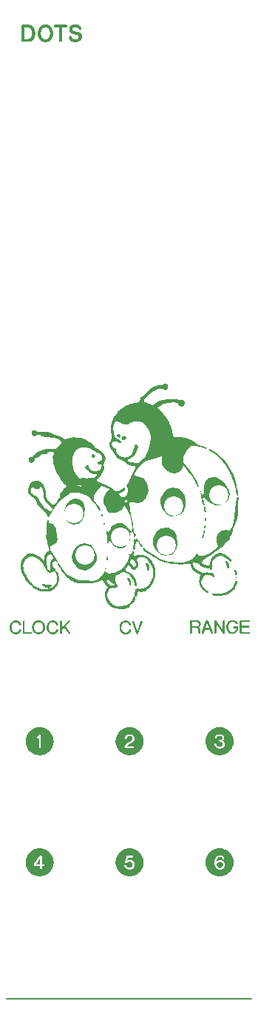
<source format=gto>
G04 #@! TF.GenerationSoftware,KiCad,Pcbnew,8.0.5*
G04 #@! TF.CreationDate,2024-11-11T16:09:22-05:00*
G04 #@! TF.ProjectId,kicad_frontpanel,6b696361-645f-4667-926f-6e7470616e65,rev?*
G04 #@! TF.SameCoordinates,Original*
G04 #@! TF.FileFunction,Legend,Top*
G04 #@! TF.FilePolarity,Positive*
%FSLAX46Y46*%
G04 Gerber Fmt 4.6, Leading zero omitted, Abs format (unit mm)*
G04 Created by KiCad (PCBNEW 8.0.5) date 2024-11-11 16:09:22*
%MOMM*%
%LPD*%
G01*
G04 APERTURE LIST*
%ADD10C,0.000000*%
%ADD11C,1.500000*%
%ADD12C,6.742712*%
%ADD13C,6.400000*%
%ADD14C,2.200000*%
%ADD15O,6.400000X3.200000*%
%ADD16C,7.200000*%
G04 APERTURE END LIST*
D10*
G36*
X43301933Y-79741657D02*
G01*
X43309008Y-79744009D01*
X43315873Y-79747196D01*
X43322509Y-79751240D01*
X43328893Y-79756164D01*
X43335005Y-79761991D01*
X43340824Y-79768744D01*
X43351501Y-79785120D01*
X43360757Y-79805475D01*
X43368425Y-79829992D01*
X43374339Y-79858856D01*
X43378331Y-79892248D01*
X43375117Y-79911428D01*
X43370807Y-79930598D01*
X43365463Y-79949747D01*
X43359148Y-79968865D01*
X43351924Y-79987942D01*
X43343852Y-80006967D01*
X43334995Y-80025930D01*
X43325414Y-80044821D01*
X43315172Y-80063629D01*
X43304330Y-80082344D01*
X43292951Y-80100956D01*
X43281097Y-80119455D01*
X43256210Y-80156070D01*
X43230166Y-80192106D01*
X43226839Y-80196190D01*
X43223474Y-80199850D01*
X43220075Y-80203095D01*
X43216647Y-80205935D01*
X43213193Y-80208379D01*
X43209717Y-80210438D01*
X43206223Y-80212121D01*
X43202715Y-80213438D01*
X43199196Y-80214398D01*
X43195671Y-80215012D01*
X43192144Y-80215288D01*
X43188617Y-80215237D01*
X43185096Y-80214867D01*
X43181584Y-80214190D01*
X43178085Y-80213215D01*
X43174603Y-80211950D01*
X43171141Y-80210407D01*
X43167704Y-80208594D01*
X43164295Y-80206522D01*
X43160919Y-80204199D01*
X43157578Y-80201637D01*
X43154278Y-80198844D01*
X43151022Y-80195829D01*
X43147814Y-80192604D01*
X43144657Y-80189177D01*
X43141555Y-80185558D01*
X43138514Y-80181758D01*
X43135535Y-80177784D01*
X43129783Y-80169359D01*
X43124331Y-80160360D01*
X43124331Y-80160353D01*
X43110382Y-80138638D01*
X43099512Y-80115949D01*
X43091553Y-80092470D01*
X43086339Y-80068383D01*
X43083705Y-80043873D01*
X43083482Y-80019122D01*
X43085504Y-79994315D01*
X43089606Y-79969634D01*
X43095619Y-79945263D01*
X43103377Y-79921386D01*
X43112715Y-79898186D01*
X43123464Y-79875846D01*
X43135459Y-79854550D01*
X43148532Y-79834482D01*
X43162518Y-79815824D01*
X43177249Y-79798760D01*
X43192558Y-79783474D01*
X43208280Y-79770150D01*
X43224248Y-79758969D01*
X43240294Y-79750117D01*
X43256252Y-79743776D01*
X43271956Y-79740130D01*
X43287238Y-79739362D01*
X43301933Y-79741657D01*
G37*
G36*
X46156161Y-82021249D02*
G01*
X46169364Y-82023157D01*
X46182424Y-82026265D01*
X46195262Y-82030612D01*
X46207802Y-82036242D01*
X46219968Y-82043194D01*
X46231683Y-82051510D01*
X46242869Y-82061232D01*
X46253449Y-82072401D01*
X46281647Y-82100556D01*
X46308046Y-82129460D01*
X46332668Y-82159118D01*
X46355532Y-82189535D01*
X46376661Y-82220717D01*
X46396074Y-82252669D01*
X46413791Y-82285397D01*
X46429835Y-82318904D01*
X46444225Y-82353197D01*
X46456982Y-82388280D01*
X46468127Y-82424159D01*
X46477680Y-82460840D01*
X46485662Y-82498326D01*
X46492094Y-82536624D01*
X46496997Y-82575739D01*
X46500390Y-82615675D01*
X46498154Y-82633253D01*
X46496559Y-82651462D01*
X46494217Y-82688985D01*
X46492931Y-82707907D01*
X46491212Y-82726674D01*
X46488790Y-82745090D01*
X46485397Y-82762958D01*
X46483252Y-82771625D01*
X46480763Y-82780081D01*
X46477897Y-82788303D01*
X46474621Y-82796264D01*
X46470900Y-82803942D01*
X46466700Y-82811311D01*
X46461990Y-82818346D01*
X46456734Y-82825024D01*
X46450899Y-82831319D01*
X46444452Y-82837207D01*
X46437359Y-82842664D01*
X46429587Y-82847664D01*
X46421101Y-82852184D01*
X46411869Y-82856199D01*
X46401857Y-82859685D01*
X46391030Y-82862616D01*
X46391030Y-82862623D01*
X46373957Y-82866458D01*
X46357137Y-82866847D01*
X46340576Y-82863982D01*
X46324278Y-82858054D01*
X46308249Y-82849255D01*
X46292494Y-82837778D01*
X46277017Y-82823814D01*
X46261825Y-82807556D01*
X46246923Y-82789193D01*
X46232315Y-82768920D01*
X46204003Y-82723406D01*
X46176932Y-82672550D01*
X46151142Y-82617885D01*
X45995921Y-82227629D01*
X45989521Y-82213166D01*
X45984822Y-82198909D01*
X45981747Y-82184901D01*
X45980219Y-82171182D01*
X45980162Y-82157794D01*
X45981497Y-82144779D01*
X45984149Y-82132176D01*
X45988040Y-82120028D01*
X45993094Y-82108377D01*
X45999234Y-82097263D01*
X46006383Y-82086728D01*
X46014465Y-82076812D01*
X46023401Y-82067559D01*
X46033115Y-82059008D01*
X46043532Y-82051201D01*
X46054572Y-82044180D01*
X46066161Y-82037986D01*
X46078220Y-82032659D01*
X46090674Y-82028243D01*
X46103444Y-82024777D01*
X46116455Y-82022303D01*
X46129630Y-82020863D01*
X46142890Y-82020498D01*
X46156161Y-82021249D01*
G37*
G36*
X44863028Y-88785802D02*
G01*
X44869513Y-88786056D01*
X44875904Y-88786486D01*
X44882198Y-88787096D01*
X44888388Y-88787892D01*
X44894469Y-88788880D01*
X44900437Y-88790064D01*
X44906286Y-88791450D01*
X44912011Y-88793042D01*
X44917607Y-88794846D01*
X44923068Y-88796868D01*
X44928390Y-88799112D01*
X44933567Y-88801583D01*
X44938594Y-88804288D01*
X44943466Y-88807230D01*
X44948178Y-88810415D01*
X44952768Y-88813766D01*
X44957280Y-88817209D01*
X44961720Y-88820756D01*
X44966093Y-88824416D01*
X44970403Y-88828200D01*
X44974657Y-88832118D01*
X44978859Y-88836182D01*
X44983015Y-88840400D01*
X44987129Y-88844783D01*
X44991207Y-88849342D01*
X44995254Y-88854087D01*
X44999276Y-88859029D01*
X45003276Y-88864177D01*
X45007262Y-88869542D01*
X45011237Y-88875134D01*
X45015206Y-88880964D01*
X45710174Y-89921652D01*
X45710174Y-88902128D01*
X45710298Y-88896218D01*
X45710670Y-88890396D01*
X45711290Y-88884666D01*
X45712158Y-88879035D01*
X45713274Y-88873507D01*
X45714639Y-88868087D01*
X45716251Y-88862781D01*
X45718111Y-88857594D01*
X45720220Y-88852531D01*
X45722576Y-88847598D01*
X45725181Y-88842798D01*
X45728033Y-88838138D01*
X45731134Y-88833623D01*
X45734482Y-88829258D01*
X45738079Y-88825047D01*
X45741923Y-88820997D01*
X45745974Y-88817152D01*
X45750184Y-88813554D01*
X45754550Y-88810205D01*
X45759066Y-88807104D01*
X45763726Y-88804251D01*
X45768526Y-88801646D01*
X45773460Y-88799290D01*
X45778523Y-88797181D01*
X45783710Y-88795321D01*
X45789017Y-88793708D01*
X45794437Y-88792344D01*
X45799965Y-88791228D01*
X45805597Y-88790360D01*
X45811327Y-88789740D01*
X45817151Y-88789368D01*
X45823062Y-88789244D01*
X45828973Y-88789368D01*
X45834796Y-88789740D01*
X45840527Y-88790360D01*
X45846158Y-88791228D01*
X45851687Y-88792344D01*
X45857107Y-88793708D01*
X45862413Y-88795321D01*
X45867600Y-88797181D01*
X45872664Y-88799290D01*
X45877598Y-88801646D01*
X45882398Y-88804251D01*
X45887058Y-88807104D01*
X45891574Y-88810205D01*
X45895940Y-88813554D01*
X45900151Y-88817152D01*
X45904202Y-88820997D01*
X45908047Y-88825047D01*
X45911644Y-88829258D01*
X45914992Y-88833623D01*
X45918092Y-88838138D01*
X45920945Y-88842798D01*
X45923549Y-88847598D01*
X45925905Y-88852531D01*
X45928014Y-88857594D01*
X45929874Y-88862781D01*
X45931486Y-88868087D01*
X45932850Y-88873507D01*
X45933966Y-88879035D01*
X45934834Y-88884666D01*
X45935454Y-88890396D01*
X45935826Y-88896218D01*
X45935950Y-88902128D01*
X45935950Y-90203871D01*
X45935826Y-90209744D01*
X45935454Y-90215461D01*
X45934834Y-90221034D01*
X45933966Y-90226473D01*
X45932850Y-90231787D01*
X45931486Y-90236988D01*
X45929874Y-90242085D01*
X45928014Y-90247089D01*
X45925905Y-90252011D01*
X45923549Y-90256860D01*
X45920945Y-90261646D01*
X45918092Y-90266381D01*
X45914992Y-90271075D01*
X45911644Y-90275737D01*
X45908047Y-90280378D01*
X45904202Y-90285009D01*
X45900152Y-90288893D01*
X45895941Y-90292602D01*
X45891576Y-90296124D01*
X45887060Y-90299450D01*
X45882400Y-90302570D01*
X45877600Y-90305472D01*
X45872665Y-90308147D01*
X45867602Y-90310585D01*
X45862414Y-90312775D01*
X45857108Y-90314706D01*
X45851688Y-90316368D01*
X45846159Y-90317752D01*
X45840527Y-90318846D01*
X45834797Y-90319640D01*
X45828973Y-90320124D01*
X45823062Y-90320288D01*
X45816490Y-90320204D01*
X45810005Y-90319950D01*
X45803614Y-90319520D01*
X45797321Y-90318909D01*
X45791131Y-90318113D01*
X45785049Y-90317125D01*
X45779081Y-90315940D01*
X45773232Y-90314554D01*
X45767508Y-90312962D01*
X45761912Y-90311157D01*
X45756450Y-90309135D01*
X45751128Y-90306892D01*
X45745951Y-90304421D01*
X45740924Y-90301717D01*
X45736052Y-90298776D01*
X45731339Y-90295591D01*
X45731339Y-90292059D01*
X45726750Y-90288709D01*
X45722238Y-90285265D01*
X45717798Y-90281719D01*
X45713425Y-90278058D01*
X45709115Y-90274274D01*
X45704861Y-90270356D01*
X45700659Y-90266293D01*
X45696504Y-90262074D01*
X45692389Y-90257691D01*
X45688311Y-90253132D01*
X45684264Y-90248387D01*
X45680243Y-90243445D01*
X45676242Y-90238297D01*
X45672257Y-90232932D01*
X45668282Y-90227340D01*
X45664311Y-90221510D01*
X44969344Y-89187880D01*
X44969344Y-90200338D01*
X44969220Y-90206211D01*
X44968848Y-90211929D01*
X44968228Y-90217502D01*
X44967360Y-90222940D01*
X44966244Y-90228255D01*
X44964880Y-90233456D01*
X44963268Y-90238553D01*
X44961407Y-90243557D01*
X44959299Y-90248478D01*
X44956943Y-90253327D01*
X44954339Y-90258114D01*
X44951486Y-90262849D01*
X44948386Y-90267542D01*
X44945037Y-90272205D01*
X44941441Y-90276846D01*
X44937596Y-90281477D01*
X44933546Y-90285361D01*
X44929335Y-90289069D01*
X44924970Y-90292592D01*
X44920454Y-90295918D01*
X44915794Y-90299037D01*
X44910994Y-90301940D01*
X44906059Y-90304615D01*
X44900996Y-90307053D01*
X44895808Y-90309242D01*
X44890502Y-90311173D01*
X44885082Y-90312836D01*
X44879553Y-90314219D01*
X44873921Y-90315313D01*
X44868190Y-90316107D01*
X44862367Y-90316592D01*
X44856456Y-90316755D01*
X44850584Y-90316630D01*
X44844867Y-90316252D01*
X44839294Y-90315616D01*
X44833856Y-90314716D01*
X44828542Y-90313547D01*
X44823342Y-90312105D01*
X44818245Y-90310383D01*
X44813241Y-90308377D01*
X44808319Y-90306082D01*
X44803471Y-90303492D01*
X44798684Y-90300603D01*
X44793948Y-90297408D01*
X44789254Y-90293903D01*
X44784591Y-90290083D01*
X44779949Y-90285943D01*
X44775317Y-90281477D01*
X44771433Y-90277427D01*
X44767725Y-90273217D01*
X44764202Y-90268851D01*
X44760876Y-90264336D01*
X44757757Y-90259676D01*
X44754854Y-90254876D01*
X44752179Y-90249942D01*
X44749742Y-90244879D01*
X44747553Y-90239691D01*
X44745622Y-90234385D01*
X44743959Y-90228965D01*
X44742576Y-90223436D01*
X44741483Y-90217804D01*
X44740688Y-90212073D01*
X44740204Y-90206250D01*
X44740041Y-90200338D01*
X44740041Y-88898603D01*
X44740166Y-88892692D01*
X44740544Y-88886868D01*
X44741180Y-88881138D01*
X44742080Y-88875506D01*
X44743249Y-88869977D01*
X44744691Y-88864557D01*
X44746413Y-88859250D01*
X44748419Y-88854063D01*
X44750714Y-88849000D01*
X44753303Y-88844066D01*
X44756193Y-88839266D01*
X44759387Y-88834606D01*
X44762892Y-88830091D01*
X44766711Y-88825725D01*
X44770852Y-88821515D01*
X44775317Y-88817465D01*
X44779368Y-88813621D01*
X44783578Y-88810024D01*
X44787944Y-88806676D01*
X44792460Y-88803576D01*
X44797120Y-88800724D01*
X44801920Y-88798120D01*
X44806854Y-88795763D01*
X44811918Y-88793655D01*
X44817105Y-88791795D01*
X44822411Y-88790183D01*
X44827831Y-88788819D01*
X44833360Y-88787703D01*
X44838992Y-88786835D01*
X44844722Y-88786215D01*
X44850545Y-88785843D01*
X44856456Y-88785719D01*
X44863028Y-88785802D01*
G37*
G36*
X35110322Y-100976188D02*
G01*
X35191429Y-100982394D01*
X35271363Y-100992613D01*
X35350023Y-101006742D01*
X35427308Y-101024680D01*
X35503118Y-101046324D01*
X35577352Y-101071573D01*
X35649909Y-101100324D01*
X35720689Y-101132476D01*
X35789589Y-101167925D01*
X35856511Y-101206571D01*
X35921353Y-101248311D01*
X35984014Y-101293043D01*
X36044394Y-101340665D01*
X36102391Y-101391075D01*
X36157905Y-101444171D01*
X36210836Y-101499850D01*
X36261082Y-101558012D01*
X36308542Y-101618553D01*
X36353117Y-101681371D01*
X36394704Y-101746365D01*
X36433204Y-101813433D01*
X36468516Y-101882472D01*
X36500538Y-101953380D01*
X36529170Y-102026056D01*
X36554312Y-102100397D01*
X36575862Y-102176301D01*
X36593720Y-102253666D01*
X36607785Y-102332391D01*
X36617956Y-102412372D01*
X36624133Y-102493508D01*
X36626214Y-102575697D01*
X36624143Y-102657876D01*
X36617995Y-102738984D01*
X36607869Y-102818918D01*
X36593865Y-102897578D01*
X36576080Y-102974864D01*
X36554614Y-103050674D01*
X36529566Y-103124909D01*
X36501034Y-103197466D01*
X36469117Y-103268245D01*
X36433915Y-103337147D01*
X36395525Y-103404069D01*
X36354047Y-103468911D01*
X36309579Y-103531572D01*
X36262221Y-103591952D01*
X36212071Y-103649949D01*
X36159228Y-103705463D01*
X36103791Y-103758394D01*
X36045859Y-103808640D01*
X35985530Y-103856101D01*
X35922904Y-103900675D01*
X35858078Y-103942263D01*
X35791153Y-103980763D01*
X35722227Y-104016074D01*
X35651398Y-104048097D01*
X35578765Y-104076729D01*
X35504428Y-104101871D01*
X35428486Y-104123421D01*
X35351036Y-104141279D01*
X35272178Y-104155344D01*
X35192010Y-104165515D01*
X35110633Y-104171692D01*
X35028143Y-104173773D01*
X34945643Y-104171702D01*
X34864236Y-104165554D01*
X34784021Y-104155428D01*
X34705098Y-104141424D01*
X34627569Y-104123639D01*
X34551532Y-104102173D01*
X34477088Y-104077125D01*
X34404337Y-104048593D01*
X34333379Y-104016677D01*
X34264314Y-103981474D01*
X34197243Y-103943084D01*
X34132266Y-103901606D01*
X34069482Y-103857139D01*
X34008992Y-103809781D01*
X33950895Y-103759631D01*
X33895293Y-103706788D01*
X33842285Y-103651351D01*
X33791971Y-103593419D01*
X33744452Y-103533090D01*
X33699827Y-103470463D01*
X33658196Y-103405637D01*
X33619661Y-103338712D01*
X33584320Y-103269785D01*
X33571947Y-103242437D01*
X34446064Y-103242437D01*
X34446190Y-103249631D01*
X34446574Y-103256665D01*
X34447227Y-103263544D01*
X34448158Y-103270274D01*
X34449380Y-103276859D01*
X34450901Y-103283304D01*
X34452732Y-103289615D01*
X34454883Y-103295797D01*
X34457365Y-103301855D01*
X34460188Y-103307794D01*
X34463363Y-103313619D01*
X34466899Y-103319335D01*
X34470808Y-103324948D01*
X34475099Y-103330462D01*
X34479782Y-103335883D01*
X34484869Y-103341215D01*
X34489622Y-103346341D01*
X34494612Y-103351137D01*
X34499829Y-103355602D01*
X34505264Y-103359736D01*
X34510905Y-103363539D01*
X34516743Y-103367012D01*
X34522766Y-103370154D01*
X34528966Y-103372966D01*
X34535330Y-103375447D01*
X34541850Y-103377597D01*
X34548515Y-103379416D01*
X34555313Y-103380904D01*
X34562236Y-103382062D01*
X34569273Y-103382889D01*
X34576413Y-103383385D01*
X34583646Y-103383551D01*
X35433834Y-103383551D01*
X35439084Y-103383427D01*
X35444245Y-103383061D01*
X35449314Y-103382457D01*
X35454284Y-103381621D01*
X35459151Y-103380556D01*
X35463910Y-103379270D01*
X35468554Y-103377767D01*
X35473080Y-103376052D01*
X35477482Y-103374130D01*
X35481755Y-103372007D01*
X35485893Y-103369688D01*
X35489892Y-103367177D01*
X35493746Y-103364481D01*
X35497451Y-103361604D01*
X35501000Y-103358552D01*
X35504389Y-103355329D01*
X35507613Y-103351321D01*
X35510666Y-103347234D01*
X35513544Y-103343076D01*
X35516241Y-103338849D01*
X35518751Y-103334561D01*
X35521071Y-103330216D01*
X35523194Y-103325819D01*
X35525115Y-103321376D01*
X35526830Y-103316891D01*
X35528333Y-103312370D01*
X35529619Y-103307818D01*
X35530683Y-103303240D01*
X35531519Y-103298641D01*
X35532123Y-103294027D01*
X35532489Y-103289403D01*
X35532612Y-103284773D01*
X35532489Y-103280144D01*
X35532123Y-103275526D01*
X35531519Y-103270928D01*
X35530683Y-103266361D01*
X35529619Y-103261835D01*
X35528333Y-103257362D01*
X35526830Y-103252950D01*
X35525115Y-103248610D01*
X35523193Y-103244354D01*
X35521070Y-103240190D01*
X35518751Y-103236130D01*
X35516240Y-103232183D01*
X35513543Y-103228361D01*
X35510666Y-103224673D01*
X35507613Y-103221129D01*
X35504389Y-103217741D01*
X35500418Y-103214519D01*
X35496438Y-103211467D01*
X35492436Y-103208590D01*
X35488404Y-103205894D01*
X35484330Y-103203385D01*
X35480204Y-103201066D01*
X35476017Y-103198943D01*
X35471757Y-103197022D01*
X35467415Y-103195308D01*
X35462979Y-103193805D01*
X35458440Y-103192520D01*
X35453788Y-103191456D01*
X35449011Y-103190620D01*
X35444100Y-103190017D01*
X35439045Y-103189651D01*
X35433834Y-103189527D01*
X34735339Y-103189527D01*
X34734368Y-103189507D01*
X34733437Y-103189446D01*
X34732546Y-103189344D01*
X34731694Y-103189204D01*
X34730881Y-103189024D01*
X34730107Y-103188806D01*
X34729370Y-103188551D01*
X34728669Y-103188259D01*
X34728005Y-103187931D01*
X34727376Y-103187568D01*
X34726783Y-103187169D01*
X34726223Y-103186737D01*
X34725697Y-103186270D01*
X34725204Y-103185771D01*
X34724744Y-103185239D01*
X34724314Y-103184676D01*
X34723916Y-103184082D01*
X34723549Y-103183457D01*
X34723211Y-103182803D01*
X34722902Y-103182120D01*
X34722622Y-103181408D01*
X34722369Y-103180668D01*
X34721944Y-103179109D01*
X34721623Y-103177446D01*
X34721400Y-103175684D01*
X34721270Y-103173830D01*
X34721228Y-103171888D01*
X34721309Y-103169862D01*
X34721552Y-103167748D01*
X34721949Y-103165540D01*
X34722496Y-103163235D01*
X34723187Y-103160826D01*
X34724018Y-103158308D01*
X34724984Y-103155677D01*
X34726079Y-103152926D01*
X34728635Y-103147049D01*
X34731646Y-103140634D01*
X34738866Y-103126028D01*
X34743007Y-103119250D01*
X34747521Y-103112141D01*
X34752447Y-103104700D01*
X34757828Y-103096928D01*
X34763705Y-103088824D01*
X34770120Y-103080390D01*
X34777113Y-103071624D01*
X34784727Y-103062529D01*
X34791666Y-103054433D01*
X34799224Y-103046048D01*
X34807361Y-103037415D01*
X34816036Y-103028575D01*
X34825207Y-103019569D01*
X34834832Y-103010439D01*
X34844871Y-103001226D01*
X34855283Y-102991972D01*
X34866032Y-102982718D01*
X34877111Y-102973505D01*
X34888522Y-102964375D01*
X34900262Y-102955369D01*
X34912334Y-102946529D01*
X34924736Y-102937895D01*
X34937469Y-102929510D01*
X34950532Y-102921415D01*
X34983281Y-102900729D01*
X35015410Y-102880953D01*
X35046960Y-102862005D01*
X35077972Y-102843801D01*
X35138551Y-102809296D01*
X35197475Y-102776777D01*
X35226235Y-102760902D01*
X35254250Y-102745028D01*
X35281439Y-102729154D01*
X35307718Y-102713281D01*
X35333005Y-102697407D01*
X35357217Y-102681532D01*
X35380271Y-102665656D01*
X35402085Y-102649778D01*
X35412545Y-102641757D01*
X35422756Y-102633570D01*
X35432719Y-102625218D01*
X35442434Y-102616701D01*
X35451901Y-102608020D01*
X35461120Y-102599173D01*
X35470091Y-102590161D01*
X35478814Y-102580983D01*
X35487289Y-102571640D01*
X35495516Y-102562132D01*
X35503495Y-102552459D01*
X35511225Y-102542620D01*
X35518708Y-102532615D01*
X35525942Y-102522445D01*
X35532929Y-102512109D01*
X35539667Y-102501608D01*
X35539669Y-102494551D01*
X35545456Y-102483801D01*
X35550907Y-102472721D01*
X35556017Y-102461310D01*
X35560780Y-102449568D01*
X35565193Y-102437496D01*
X35569248Y-102425093D01*
X35572942Y-102412360D01*
X35576269Y-102399296D01*
X35579224Y-102385901D01*
X35581802Y-102372176D01*
X35583997Y-102358120D01*
X35585805Y-102343733D01*
X35587220Y-102329016D01*
X35588237Y-102313968D01*
X35588851Y-102298590D01*
X35589057Y-102282881D01*
X35588892Y-102269693D01*
X35588396Y-102256588D01*
X35587569Y-102243565D01*
X35586411Y-102230625D01*
X35584923Y-102217768D01*
X35583104Y-102204994D01*
X35580955Y-102192302D01*
X35578474Y-102179693D01*
X35575663Y-102167167D01*
X35572521Y-102154723D01*
X35569049Y-102142362D01*
X35565245Y-102130083D01*
X35561111Y-102117887D01*
X35556646Y-102105773D01*
X35551851Y-102093742D01*
X35546724Y-102081793D01*
X35541309Y-102070009D01*
X35535645Y-102058474D01*
X35529733Y-102047188D01*
X35523573Y-102036149D01*
X35517165Y-102025359D01*
X35510509Y-102014817D01*
X35503605Y-102004523D01*
X35496453Y-101994477D01*
X35489053Y-101984680D01*
X35481405Y-101975130D01*
X35473509Y-101965829D01*
X35465365Y-101956775D01*
X35456973Y-101947970D01*
X35448333Y-101939412D01*
X35439445Y-101931102D01*
X35430308Y-101923040D01*
X35420925Y-101915187D01*
X35411298Y-101907505D01*
X35401434Y-101899998D01*
X35391337Y-101892671D01*
X35381013Y-101885531D01*
X35370467Y-101878582D01*
X35359704Y-101871829D01*
X35348728Y-101865277D01*
X35337547Y-101858932D01*
X35326163Y-101852799D01*
X35314583Y-101846883D01*
X35302813Y-101841189D01*
X35290856Y-101835722D01*
X35278718Y-101830488D01*
X35266404Y-101825492D01*
X35253921Y-101820738D01*
X35241271Y-101816272D01*
X35228462Y-101812131D01*
X35215497Y-101808311D01*
X35202383Y-101804806D01*
X35189123Y-101801610D01*
X35175725Y-101798720D01*
X35162192Y-101796130D01*
X35148529Y-101793834D01*
X35120838Y-101790105D01*
X35092692Y-101787492D01*
X35064132Y-101785955D01*
X35035200Y-101785452D01*
X35023254Y-101785616D01*
X35011229Y-101786100D01*
X34999133Y-101786894D01*
X34986969Y-101787988D01*
X34974743Y-101789372D01*
X34962461Y-101791034D01*
X34937746Y-101795156D01*
X34912865Y-101800269D01*
X34887861Y-101806293D01*
X34862774Y-101813143D01*
X34837646Y-101820738D01*
X34812841Y-101830325D01*
X34788698Y-101840576D01*
X34765217Y-101851489D01*
X34742397Y-101863065D01*
X34720238Y-101875303D01*
X34709407Y-101881669D01*
X34698741Y-101888202D01*
X34688241Y-101894899D01*
X34677905Y-101901762D01*
X34667736Y-101908790D01*
X34657731Y-101915983D01*
X34647933Y-101924004D01*
X34638383Y-101932189D01*
X34629081Y-101940541D01*
X34620028Y-101949057D01*
X34611222Y-101957738D01*
X34602664Y-101966585D01*
X34594355Y-101975598D01*
X34586293Y-101984776D01*
X34578480Y-101994119D01*
X34570914Y-102003627D01*
X34563597Y-102013301D01*
X34556528Y-102023141D01*
X34549707Y-102033146D01*
X34543133Y-102043316D01*
X34536808Y-102053652D01*
X34530731Y-102064154D01*
X34524944Y-102074819D01*
X34519493Y-102085650D01*
X34514384Y-102096647D01*
X34509620Y-102107809D01*
X34505208Y-102119136D01*
X34501152Y-102130628D01*
X34497458Y-102142286D01*
X34494131Y-102154110D01*
X34491176Y-102166099D01*
X34488598Y-102178253D01*
X34486403Y-102190573D01*
X34484595Y-102203058D01*
X34483180Y-102215708D01*
X34482163Y-102228524D01*
X34481549Y-102241505D01*
X34481343Y-102254652D01*
X34481507Y-102263126D01*
X34481991Y-102271347D01*
X34482785Y-102279309D01*
X34483879Y-102287008D01*
X34485262Y-102294438D01*
X34486924Y-102301595D01*
X34488855Y-102308472D01*
X34491044Y-102315065D01*
X34493481Y-102321369D01*
X34496156Y-102327379D01*
X34499059Y-102333089D01*
X34502178Y-102338494D01*
X34505505Y-102343589D01*
X34509027Y-102348368D01*
X34512736Y-102352828D01*
X34516621Y-102356962D01*
X34521252Y-102360806D01*
X34525888Y-102364403D01*
X34530534Y-102367751D01*
X34535196Y-102370851D01*
X34539879Y-102373703D01*
X34544587Y-102376307D01*
X34549327Y-102378663D01*
X34554103Y-102380772D01*
X34558920Y-102382632D01*
X34563783Y-102384244D01*
X34568699Y-102385608D01*
X34573671Y-102386724D01*
X34578705Y-102387592D01*
X34583807Y-102388212D01*
X34588980Y-102388584D01*
X34594232Y-102388708D01*
X34599483Y-102388544D01*
X34604656Y-102388060D01*
X34609758Y-102387266D01*
X34614792Y-102386172D01*
X34619764Y-102384789D01*
X34624679Y-102383126D01*
X34629543Y-102381195D01*
X34634360Y-102379005D01*
X34639136Y-102376568D01*
X34643875Y-102373893D01*
X34648584Y-102370990D01*
X34653267Y-102367871D01*
X34657929Y-102364544D01*
X34662575Y-102361022D01*
X34667212Y-102357314D01*
X34671843Y-102353430D01*
X34676308Y-102348715D01*
X34680448Y-102343824D01*
X34684268Y-102338747D01*
X34687772Y-102333474D01*
X34690966Y-102327994D01*
X34693856Y-102322297D01*
X34696446Y-102316373D01*
X34698741Y-102310211D01*
X34700747Y-102303801D01*
X34702468Y-102297133D01*
X34703911Y-102290196D01*
X34705080Y-102282980D01*
X34705980Y-102275475D01*
X34706616Y-102267670D01*
X34706994Y-102259555D01*
X34707119Y-102251120D01*
X34707242Y-102243264D01*
X34707608Y-102235563D01*
X34708212Y-102228007D01*
X34709048Y-102220585D01*
X34710112Y-102213287D01*
X34711398Y-102206103D01*
X34712901Y-102199021D01*
X34714616Y-102192033D01*
X34716537Y-102185127D01*
X34718661Y-102178293D01*
X34720980Y-102171521D01*
X34723491Y-102164801D01*
X34726187Y-102158122D01*
X34729065Y-102151473D01*
X34732118Y-102144845D01*
X34735342Y-102138227D01*
X34738732Y-102131698D01*
X34742287Y-102125334D01*
X34746008Y-102119134D01*
X34749894Y-102113099D01*
X34753945Y-102107230D01*
X34758162Y-102101525D01*
X34762544Y-102095986D01*
X34767091Y-102090611D01*
X34771804Y-102085402D01*
X34776682Y-102080358D01*
X34781726Y-102075479D01*
X34786935Y-102070766D01*
X34792309Y-102066217D01*
X34797849Y-102061834D01*
X34803554Y-102057616D01*
X34809424Y-102053564D01*
X34815419Y-102049016D01*
X34821496Y-102044634D01*
X34827656Y-102040417D01*
X34833898Y-102036366D01*
X34840223Y-102032481D01*
X34846631Y-102028760D01*
X34853122Y-102025206D01*
X34859695Y-102021816D01*
X34866351Y-102018592D01*
X34873090Y-102015534D01*
X34879911Y-102012641D01*
X34886815Y-102009913D01*
X34893801Y-102007350D01*
X34900870Y-102004953D01*
X34908022Y-102002721D01*
X34915257Y-102000654D01*
X34929967Y-101996858D01*
X34944966Y-101993435D01*
X34960214Y-101990425D01*
X34975669Y-101987870D01*
X34991289Y-101985811D01*
X35007033Y-101984290D01*
X35022860Y-101983346D01*
X35038728Y-101983023D01*
X35054596Y-101983194D01*
X35070422Y-101983738D01*
X35086166Y-101984694D01*
X35101786Y-101986105D01*
X35117240Y-101988012D01*
X35132488Y-101990458D01*
X35147488Y-101993483D01*
X35154882Y-101995226D01*
X35162198Y-101997129D01*
X35176585Y-102001282D01*
X35190641Y-102005846D01*
X35197545Y-102008309D01*
X35204366Y-102010905D01*
X35211104Y-102013646D01*
X35217760Y-102016542D01*
X35224333Y-102019604D01*
X35230824Y-102022840D01*
X35237232Y-102026263D01*
X35243557Y-102029882D01*
X35249799Y-102033708D01*
X35255959Y-102037751D01*
X35262036Y-102042022D01*
X35268030Y-102046530D01*
X35273901Y-102050620D01*
X35279606Y-102054948D01*
X35285145Y-102059504D01*
X35290520Y-102064277D01*
X35295729Y-102069256D01*
X35300772Y-102074432D01*
X35305650Y-102079793D01*
X35310363Y-102085331D01*
X35314911Y-102091034D01*
X35319293Y-102096892D01*
X35323510Y-102102895D01*
X35327561Y-102109032D01*
X35331447Y-102115293D01*
X35335167Y-102121668D01*
X35338723Y-102128146D01*
X35342113Y-102134718D01*
X35348390Y-102149306D01*
X35351268Y-102156664D01*
X35353964Y-102164100D01*
X35356475Y-102171639D01*
X35358795Y-102179307D01*
X35360918Y-102187130D01*
X35362839Y-102195134D01*
X35364554Y-102203345D01*
X35366057Y-102211787D01*
X35367343Y-102220489D01*
X35368406Y-102229474D01*
X35369243Y-102238769D01*
X35369846Y-102248401D01*
X35370212Y-102258393D01*
X35370336Y-102268774D01*
X35370131Y-102279236D01*
X35369523Y-102289460D01*
X35368522Y-102299457D01*
X35367139Y-102309236D01*
X35365383Y-102318809D01*
X35363266Y-102328185D01*
X35360798Y-102337375D01*
X35357989Y-102346389D01*
X35354848Y-102355237D01*
X35351388Y-102363931D01*
X35347617Y-102372479D01*
X35343547Y-102380894D01*
X35339187Y-102389184D01*
X35334548Y-102397360D01*
X35329640Y-102405432D01*
X35324474Y-102413412D01*
X35318438Y-102421310D01*
X35312231Y-102429130D01*
X35305848Y-102436877D01*
X35299284Y-102444558D01*
X35292534Y-102452176D01*
X35285593Y-102459738D01*
X35278456Y-102467248D01*
X35271117Y-102474711D01*
X35255814Y-102489519D01*
X35239643Y-102504203D01*
X35222562Y-102518803D01*
X35204531Y-102533361D01*
X35185680Y-102547908D01*
X35166167Y-102562412D01*
X35145993Y-102576832D01*
X35125157Y-102591128D01*
X35103660Y-102605259D01*
X35081501Y-102619182D01*
X35058681Y-102632859D01*
X35035199Y-102646246D01*
X35011228Y-102659795D01*
X34986968Y-102673921D01*
X34937744Y-102703576D01*
X34887859Y-102734552D01*
X34837645Y-102766188D01*
X34820598Y-102777097D01*
X34803800Y-102788627D01*
X34787167Y-102800735D01*
X34770617Y-102813380D01*
X34754067Y-102826521D01*
X34737434Y-102840115D01*
X34703589Y-102868498D01*
X34686557Y-102883210D01*
X34669855Y-102898212D01*
X34653484Y-102913461D01*
X34637444Y-102928916D01*
X34621734Y-102944536D01*
X34606355Y-102960280D01*
X34591307Y-102976106D01*
X34576590Y-102991972D01*
X34562368Y-103009011D01*
X34548809Y-103025761D01*
X34535910Y-103042263D01*
X34523674Y-103058558D01*
X34512098Y-103074688D01*
X34501184Y-103090693D01*
X34490932Y-103106615D01*
X34481340Y-103122496D01*
X34476875Y-103130393D01*
X34472735Y-103138213D01*
X34468915Y-103145961D01*
X34465411Y-103153641D01*
X34462216Y-103161260D01*
X34459327Y-103168821D01*
X34456737Y-103176331D01*
X34454442Y-103183794D01*
X34452436Y-103191216D01*
X34450714Y-103198601D01*
X34449272Y-103205955D01*
X34448103Y-103213283D01*
X34447203Y-103220590D01*
X34446567Y-103227881D01*
X34446189Y-103235162D01*
X34446064Y-103242437D01*
X33571947Y-103242437D01*
X33552274Y-103198956D01*
X33523624Y-103126323D01*
X33498469Y-103051986D01*
X33476909Y-102976043D01*
X33459044Y-102898592D01*
X33444975Y-102819734D01*
X33434802Y-102739566D01*
X33428625Y-102658187D01*
X33426543Y-102575697D01*
X33428625Y-102493197D01*
X33434802Y-102411790D01*
X33444975Y-102331575D01*
X33459044Y-102252652D01*
X33476909Y-102175122D01*
X33498469Y-102099085D01*
X33523624Y-102024641D01*
X33552275Y-101951890D01*
X33584321Y-101880932D01*
X33619661Y-101811868D01*
X33658197Y-101744797D01*
X33699827Y-101679819D01*
X33744452Y-101617035D01*
X33791972Y-101556545D01*
X33842286Y-101498449D01*
X33895294Y-101442846D01*
X33950896Y-101389838D01*
X34008992Y-101339524D01*
X34069483Y-101292005D01*
X34132267Y-101247380D01*
X34197244Y-101205750D01*
X34264315Y-101167214D01*
X34333380Y-101131873D01*
X34404338Y-101099828D01*
X34477089Y-101071177D01*
X34551532Y-101046022D01*
X34627569Y-101024462D01*
X34705099Y-101006597D01*
X34784021Y-100992528D01*
X34864236Y-100982355D01*
X34945643Y-100976178D01*
X35028143Y-100974096D01*
X35110322Y-100976188D01*
G37*
G36*
X24765914Y-116626730D02*
G01*
X24293195Y-116626730D01*
X24765914Y-115998793D01*
X24765914Y-116626730D01*
G37*
G36*
X22912699Y-88821114D02*
G01*
X22918522Y-88821486D01*
X22924252Y-88822106D01*
X22929884Y-88822974D01*
X22935413Y-88824090D01*
X22940833Y-88825454D01*
X22946139Y-88827066D01*
X22951326Y-88828926D01*
X22956390Y-88831034D01*
X22961324Y-88833390D01*
X22966124Y-88835994D01*
X22970784Y-88838847D01*
X22975300Y-88841947D01*
X22979665Y-88845295D01*
X22983876Y-88848891D01*
X22987927Y-88852735D01*
X22991771Y-88856787D01*
X22995368Y-88860998D01*
X22998717Y-88865365D01*
X23001817Y-88869881D01*
X23004670Y-88874542D01*
X23007274Y-88879342D01*
X23009631Y-88884276D01*
X23011739Y-88889339D01*
X23013599Y-88894527D01*
X23015212Y-88899833D01*
X23016576Y-88905253D01*
X23017692Y-88910781D01*
X23018560Y-88916412D01*
X23019180Y-88922141D01*
X23019552Y-88927964D01*
X23019676Y-88933874D01*
X23019676Y-90147421D01*
X23735810Y-90147421D01*
X23735810Y-90147413D01*
X23741060Y-90147498D01*
X23746228Y-90147758D01*
X23751313Y-90148204D01*
X23756315Y-90148847D01*
X23761235Y-90149696D01*
X23766071Y-90150763D01*
X23770826Y-90152057D01*
X23775497Y-90153588D01*
X23780086Y-90155368D01*
X23784592Y-90157406D01*
X23789016Y-90159713D01*
X23793356Y-90162299D01*
X23797614Y-90165175D01*
X23801790Y-90168350D01*
X23805883Y-90171836D01*
X23809893Y-90175642D01*
X23813737Y-90179653D01*
X23817334Y-90183746D01*
X23820683Y-90187922D01*
X23823783Y-90192180D01*
X23826636Y-90196521D01*
X23829240Y-90200945D01*
X23831597Y-90205451D01*
X23833705Y-90210039D01*
X23835566Y-90214710D01*
X23837178Y-90219464D01*
X23838542Y-90224301D01*
X23839658Y-90229220D01*
X23840526Y-90234221D01*
X23841147Y-90239306D01*
X23841519Y-90244473D01*
X23841643Y-90249723D01*
X23841519Y-90254934D01*
X23841147Y-90259990D01*
X23840526Y-90264901D01*
X23839658Y-90269677D01*
X23838542Y-90274330D01*
X23837178Y-90278870D01*
X23835566Y-90283305D01*
X23833705Y-90287648D01*
X23831597Y-90291908D01*
X23829240Y-90296096D01*
X23826636Y-90300222D01*
X23823783Y-90304296D01*
X23820683Y-90308328D01*
X23817334Y-90312329D01*
X23813737Y-90316310D01*
X23809893Y-90320280D01*
X23805883Y-90323504D01*
X23801790Y-90326557D01*
X23797614Y-90329435D01*
X23793356Y-90332131D01*
X23789016Y-90334642D01*
X23784592Y-90336961D01*
X23780086Y-90339084D01*
X23775497Y-90341005D01*
X23770826Y-90342720D01*
X23766071Y-90344223D01*
X23761235Y-90345509D01*
X23756315Y-90346572D01*
X23751313Y-90347408D01*
X23746228Y-90348012D01*
X23741060Y-90348378D01*
X23735810Y-90348501D01*
X22945594Y-90348501D01*
X22941665Y-90348460D01*
X22937815Y-90348336D01*
X22934036Y-90348129D01*
X22930325Y-90347840D01*
X22926676Y-90347468D01*
X22923084Y-90347014D01*
X22919543Y-90346477D01*
X22916049Y-90345857D01*
X22912596Y-90345154D01*
X22909179Y-90344369D01*
X22905794Y-90343501D01*
X22902434Y-90342550D01*
X22899095Y-90341516D01*
X22895771Y-90340400D01*
X22892458Y-90339201D01*
X22889150Y-90337919D01*
X22882542Y-90335259D01*
X22875976Y-90332516D01*
X22869492Y-90329608D01*
X22866294Y-90328066D01*
X22863133Y-90326452D01*
X22860012Y-90324756D01*
X22856938Y-90322966D01*
X22853916Y-90321073D01*
X22850951Y-90319067D01*
X22848048Y-90316936D01*
X22845211Y-90314671D01*
X22842448Y-90312262D01*
X22839761Y-90309698D01*
X22837156Y-90307011D01*
X22834628Y-90304247D01*
X22832173Y-90301410D01*
X22829784Y-90298506D01*
X22827458Y-90295541D01*
X22825189Y-90292518D01*
X22820800Y-90286324D01*
X22816576Y-90279964D01*
X22812476Y-90273480D01*
X22804484Y-90260305D01*
X22802581Y-90256958D01*
X22800839Y-90253528D01*
X22799252Y-90250015D01*
X22797814Y-90246419D01*
X22796521Y-90242741D01*
X22795368Y-90238980D01*
X22794349Y-90235136D01*
X22793460Y-90231209D01*
X22792694Y-90227199D01*
X22792047Y-90223107D01*
X22791514Y-90218932D01*
X22791089Y-90214673D01*
X22790768Y-90210333D01*
X22790545Y-90205909D01*
X22790373Y-90196814D01*
X22790373Y-88933874D01*
X22790537Y-88927964D01*
X22791021Y-88922141D01*
X22791815Y-88916412D01*
X22792908Y-88910781D01*
X22794292Y-88905253D01*
X22795954Y-88899833D01*
X22797885Y-88894527D01*
X22800074Y-88889339D01*
X22802511Y-88884276D01*
X22805187Y-88879342D01*
X22808089Y-88874542D01*
X22811209Y-88869881D01*
X22814535Y-88865365D01*
X22818057Y-88860998D01*
X22821766Y-88856787D01*
X22825650Y-88852735D01*
X22830282Y-88848891D01*
X22834924Y-88845295D01*
X22839587Y-88841947D01*
X22844281Y-88838847D01*
X22849017Y-88835994D01*
X22853804Y-88833390D01*
X22858652Y-88831034D01*
X22863574Y-88828926D01*
X22868578Y-88827066D01*
X22873675Y-88825454D01*
X22878875Y-88824090D01*
X22884189Y-88822974D01*
X22889627Y-88822106D01*
X22895199Y-88821486D01*
X22900917Y-88821114D01*
X22906789Y-88820990D01*
X22912699Y-88821114D01*
G37*
G36*
X36415140Y-88835118D02*
G01*
X36419508Y-88835214D01*
X36421760Y-88835319D01*
X36424042Y-88835476D01*
X36426345Y-88835695D01*
X36428659Y-88835986D01*
X36430972Y-88836360D01*
X36433275Y-88836827D01*
X36435557Y-88837397D01*
X36437809Y-88838081D01*
X36440019Y-88838889D01*
X36442177Y-88839832D01*
X36444274Y-88840919D01*
X36446298Y-88842161D01*
X36448903Y-88842863D01*
X36451431Y-88843642D01*
X36453886Y-88844493D01*
X36456274Y-88845412D01*
X36458600Y-88846393D01*
X36460870Y-88847430D01*
X36463087Y-88848520D01*
X36465258Y-88849656D01*
X36469482Y-88852047D01*
X36473581Y-88854563D01*
X36477598Y-88857161D01*
X36481574Y-88859800D01*
X36483557Y-88861204D01*
X36485536Y-88862763D01*
X36487503Y-88864467D01*
X36489456Y-88866305D01*
X36491388Y-88868267D01*
X36493294Y-88870342D01*
X36495169Y-88872521D01*
X36497007Y-88874793D01*
X36498805Y-88877148D01*
X36500556Y-88879575D01*
X36502255Y-88882064D01*
X36503898Y-88884604D01*
X36505479Y-88887187D01*
X36506992Y-88889800D01*
X36508433Y-88892434D01*
X36509797Y-88895079D01*
X36511079Y-88897767D01*
X36512277Y-88900544D01*
X36513394Y-88903413D01*
X36514427Y-88906381D01*
X36515378Y-88909451D01*
X36516246Y-88912631D01*
X36517031Y-88915924D01*
X36517734Y-88919335D01*
X36518354Y-88922871D01*
X36518891Y-88926536D01*
X36519346Y-88930335D01*
X36519718Y-88934274D01*
X36520007Y-88938358D01*
X36520214Y-88942591D01*
X36520338Y-88946980D01*
X36520379Y-88951529D01*
X36520365Y-88956667D01*
X36520269Y-88961559D01*
X36520164Y-88963938D01*
X36520007Y-88966286D01*
X36519788Y-88968613D01*
X36519497Y-88970930D01*
X36519123Y-88973247D01*
X36518657Y-88975574D01*
X36518086Y-88977922D01*
X36517403Y-88980301D01*
X36516595Y-88982721D01*
X36515653Y-88985193D01*
X36514566Y-88987726D01*
X36513324Y-88990332D01*
X36054715Y-90260321D01*
X36052647Y-90266814D01*
X36050409Y-90273070D01*
X36047995Y-90279098D01*
X36045400Y-90284909D01*
X36042619Y-90290512D01*
X36039647Y-90295920D01*
X36036478Y-90301141D01*
X36033108Y-90306186D01*
X36029531Y-90311065D01*
X36025743Y-90315790D01*
X36021737Y-90320370D01*
X36017509Y-90324815D01*
X36013054Y-90329136D01*
X36008366Y-90333344D01*
X36003440Y-90337448D01*
X35998272Y-90341459D01*
X35993560Y-90345264D01*
X35988688Y-90348748D01*
X35983660Y-90351923D01*
X35978483Y-90354797D01*
X35973162Y-90357383D01*
X35967700Y-90359689D01*
X35962105Y-90361727D01*
X35956380Y-90363506D01*
X35950531Y-90365038D01*
X35944563Y-90366331D01*
X35938482Y-90367398D01*
X35932292Y-90368247D01*
X35925999Y-90368890D01*
X35919608Y-90369336D01*
X35913124Y-90369596D01*
X35906551Y-90369680D01*
X35899979Y-90369557D01*
X35893495Y-90369191D01*
X35887103Y-90368588D01*
X35880810Y-90367751D01*
X35874620Y-90366688D01*
X35868539Y-90365402D01*
X35862571Y-90363899D01*
X35856722Y-90362185D01*
X35850997Y-90360263D01*
X35845402Y-90358140D01*
X35839940Y-90355821D01*
X35834618Y-90353310D01*
X35829441Y-90350614D01*
X35824414Y-90347736D01*
X35819542Y-90344683D01*
X35814830Y-90341459D01*
X35810282Y-90338029D01*
X35805894Y-90334355D01*
X35801661Y-90330444D01*
X35797577Y-90326301D01*
X35793639Y-90321930D01*
X35789840Y-90317337D01*
X35786175Y-90312527D01*
X35782640Y-90307505D01*
X35779228Y-90302276D01*
X35775936Y-90296846D01*
X35772757Y-90291219D01*
X35769686Y-90285401D01*
X35766719Y-90279397D01*
X35763850Y-90273212D01*
X35761075Y-90266852D01*
X35758387Y-90260321D01*
X35299779Y-88990332D01*
X35306836Y-88990316D01*
X35305734Y-88986237D01*
X35304604Y-88981758D01*
X35303308Y-88976205D01*
X35302013Y-88969990D01*
X35301416Y-88966764D01*
X35300882Y-88963528D01*
X35300431Y-88960333D01*
X35300083Y-88957231D01*
X35299859Y-88954274D01*
X35299780Y-88951513D01*
X35299780Y-88919767D01*
X35299861Y-88917162D01*
X35300097Y-88914628D01*
X35300478Y-88912157D01*
X35300993Y-88909737D01*
X35301632Y-88907358D01*
X35302385Y-88905010D01*
X35303241Y-88902683D01*
X35304190Y-88900366D01*
X35305222Y-88898049D01*
X35306326Y-88895722D01*
X35308710Y-88890995D01*
X35313891Y-88880964D01*
X35315257Y-88878979D01*
X35316709Y-88876993D01*
X35318255Y-88875008D01*
X35319899Y-88873023D01*
X35321647Y-88871039D01*
X35323503Y-88869054D01*
X35325473Y-88867069D01*
X35327561Y-88865085D01*
X35329774Y-88863100D01*
X35332116Y-88861116D01*
X35334592Y-88859132D01*
X35337207Y-88857147D01*
X35339968Y-88855163D01*
X35342878Y-88853179D01*
X35345943Y-88851195D01*
X35349169Y-88849211D01*
X35351896Y-88847308D01*
X35354784Y-88845566D01*
X35357827Y-88843979D01*
X35361019Y-88842542D01*
X35364357Y-88841250D01*
X35367834Y-88840097D01*
X35371445Y-88839078D01*
X35375185Y-88838189D01*
X35379050Y-88837424D01*
X35383033Y-88836777D01*
X35387130Y-88836244D01*
X35391336Y-88835820D01*
X35395644Y-88835499D01*
X35400052Y-88835276D01*
X35404552Y-88835146D01*
X35409140Y-88835104D01*
X35413729Y-88835186D01*
X35418242Y-88835428D01*
X35422681Y-88835825D01*
X35427054Y-88836372D01*
X35431365Y-88837064D01*
X35435619Y-88837895D01*
X35439821Y-88838861D01*
X35443976Y-88839955D01*
X35448091Y-88841174D01*
X35452169Y-88842512D01*
X35456216Y-88843963D01*
X35460237Y-88845523D01*
X35464238Y-88847186D01*
X35468223Y-88848947D01*
X35476167Y-88852743D01*
X35480053Y-88855430D01*
X35483774Y-88858199D01*
X35487329Y-88861051D01*
X35490719Y-88863986D01*
X35493943Y-88867003D01*
X35497002Y-88870103D01*
X35499896Y-88873287D01*
X35502625Y-88876553D01*
X35505188Y-88879901D01*
X35507585Y-88883333D01*
X35509818Y-88886847D01*
X35511885Y-88890444D01*
X35513786Y-88894124D01*
X35515523Y-88897887D01*
X35517094Y-88901732D01*
X35518499Y-88905661D01*
X35910080Y-90055700D01*
X36301660Y-88905661D01*
X36303065Y-88901113D01*
X36304637Y-88896730D01*
X36306373Y-88892513D01*
X36308275Y-88888462D01*
X36310342Y-88884575D01*
X36312575Y-88880854D01*
X36314973Y-88877299D01*
X36317536Y-88873909D01*
X36320264Y-88870684D01*
X36323158Y-88867625D01*
X36326217Y-88864731D01*
X36329442Y-88862003D01*
X36332832Y-88859440D01*
X36336387Y-88857042D01*
X36340107Y-88854810D01*
X36343993Y-88852743D01*
X36347963Y-88850220D01*
X36351937Y-88847935D01*
X36355922Y-88845877D01*
X36359923Y-88844036D01*
X36363944Y-88842401D01*
X36367991Y-88840963D01*
X36372069Y-88839710D01*
X36376183Y-88838634D01*
X36380339Y-88837722D01*
X36384541Y-88836966D01*
X36388794Y-88836354D01*
X36393105Y-88835876D01*
X36397478Y-88835523D01*
X36401917Y-88835283D01*
X36406430Y-88835147D01*
X36411019Y-88835104D01*
X36415140Y-88835118D01*
G37*
G36*
X45411677Y-100976188D02*
G01*
X45493084Y-100982394D01*
X45573299Y-100992613D01*
X45652221Y-101006742D01*
X45729751Y-101024680D01*
X45805788Y-101046324D01*
X45880232Y-101071573D01*
X45952983Y-101100324D01*
X46023940Y-101132476D01*
X46093005Y-101167925D01*
X46160076Y-101206571D01*
X46225053Y-101248311D01*
X46287837Y-101293043D01*
X46348327Y-101340665D01*
X46406424Y-101391075D01*
X46462026Y-101444171D01*
X46515034Y-101499850D01*
X46565348Y-101558012D01*
X46612867Y-101618553D01*
X46657492Y-101681371D01*
X46699123Y-101746365D01*
X46737658Y-101813433D01*
X46772999Y-101882472D01*
X46805044Y-101953380D01*
X46833695Y-102026056D01*
X46858850Y-102100397D01*
X46880410Y-102176301D01*
X46898275Y-102253666D01*
X46912344Y-102332391D01*
X46922517Y-102412372D01*
X46928694Y-102493508D01*
X46930776Y-102575697D01*
X46928684Y-102657876D01*
X46922478Y-102738984D01*
X46912259Y-102818918D01*
X46898130Y-102897578D01*
X46880192Y-102974864D01*
X46858548Y-103050674D01*
X46833299Y-103124909D01*
X46804548Y-103197466D01*
X46772397Y-103268245D01*
X46736947Y-103337147D01*
X46698302Y-103404069D01*
X46656562Y-103468911D01*
X46611830Y-103531572D01*
X46564208Y-103591952D01*
X46513798Y-103649949D01*
X46460703Y-103705463D01*
X46405023Y-103758394D01*
X46346862Y-103808640D01*
X46286321Y-103856101D01*
X46223503Y-103900675D01*
X46158509Y-103942263D01*
X46091441Y-103980763D01*
X46022402Y-104016074D01*
X45951494Y-104048097D01*
X45878818Y-104076729D01*
X45804477Y-104101871D01*
X45728573Y-104123421D01*
X45651208Y-104141279D01*
X45572484Y-104155344D01*
X45492502Y-104165515D01*
X45411366Y-104171692D01*
X45329177Y-104173773D01*
X45246998Y-104171702D01*
X45165891Y-104165554D01*
X45085957Y-104155428D01*
X45007297Y-104141424D01*
X44930011Y-104123639D01*
X44854201Y-104102173D01*
X44779967Y-104077125D01*
X44707410Y-104048593D01*
X44636631Y-104016677D01*
X44567730Y-103981474D01*
X44500808Y-103943084D01*
X44435966Y-103901606D01*
X44373305Y-103857139D01*
X44312925Y-103809781D01*
X44254928Y-103759631D01*
X44199414Y-103706788D01*
X44146483Y-103651351D01*
X44096237Y-103593419D01*
X44048777Y-103533090D01*
X44004202Y-103470463D01*
X43962615Y-103405637D01*
X43924115Y-103338712D01*
X43888803Y-103269785D01*
X43856781Y-103198956D01*
X43828149Y-103126323D01*
X43803007Y-103051986D01*
X43781457Y-102976043D01*
X43776179Y-102953154D01*
X44754151Y-102953154D01*
X44754316Y-102962413D01*
X44754806Y-102971678D01*
X44755616Y-102980953D01*
X44756742Y-102990244D01*
X44758178Y-102999557D01*
X44759918Y-103008895D01*
X44761959Y-103018264D01*
X44764293Y-103027670D01*
X44766918Y-103037117D01*
X44769826Y-103046611D01*
X44773014Y-103056157D01*
X44776475Y-103065759D01*
X44780205Y-103075424D01*
X44784199Y-103085156D01*
X44792956Y-103104841D01*
X44797752Y-103114723D01*
X44802878Y-103124522D01*
X44808335Y-103134238D01*
X44814123Y-103143872D01*
X44820241Y-103153422D01*
X44826691Y-103162889D01*
X44833471Y-103172274D01*
X44840581Y-103181576D01*
X44848023Y-103190795D01*
X44855795Y-103199931D01*
X44863898Y-103208985D01*
X44872331Y-103217955D01*
X44881096Y-103226843D01*
X44890191Y-103235649D01*
X44899617Y-103244372D01*
X44909373Y-103253012D01*
X44918838Y-103261527D01*
X44928700Y-103269872D01*
X44938945Y-103278041D01*
X44949557Y-103286030D01*
X44960520Y-103293832D01*
X44971819Y-103301444D01*
X44983439Y-103308859D01*
X44995363Y-103316072D01*
X45007576Y-103323079D01*
X45020064Y-103329874D01*
X45032810Y-103336452D01*
X45045799Y-103342808D01*
X45059015Y-103348936D01*
X45072442Y-103354831D01*
X45086067Y-103360489D01*
X45099872Y-103365904D01*
X45114548Y-103371650D01*
X45129472Y-103376989D01*
X45144644Y-103381925D01*
X45160065Y-103386462D01*
X45175733Y-103390607D01*
X45191649Y-103394365D01*
X45207814Y-103397741D01*
X45224226Y-103400739D01*
X45240886Y-103403365D01*
X45257795Y-103405624D01*
X45274951Y-103407522D01*
X45292356Y-103409063D01*
X45327908Y-103411096D01*
X45364453Y-103411764D01*
X45390904Y-103411275D01*
X45417314Y-103409835D01*
X45443641Y-103407486D01*
X45469844Y-103404269D01*
X45495881Y-103400226D01*
X45521712Y-103395397D01*
X45547295Y-103389825D01*
X45572589Y-103383551D01*
X45585074Y-103380119D01*
X45597394Y-103376440D01*
X45609548Y-103372512D01*
X45621537Y-103368336D01*
X45633361Y-103363912D01*
X45645019Y-103359240D01*
X45656512Y-103354320D01*
X45667839Y-103349153D01*
X45679001Y-103343737D01*
X45689998Y-103338073D01*
X45700830Y-103332162D01*
X45711495Y-103326002D01*
X45721996Y-103319595D01*
X45732331Y-103312940D01*
X45742501Y-103306038D01*
X45752505Y-103298887D01*
X45762303Y-103291526D01*
X45771853Y-103283989D01*
X45781155Y-103276267D01*
X45790209Y-103268348D01*
X45799015Y-103260223D01*
X45807572Y-103251881D01*
X45815882Y-103243312D01*
X45823943Y-103234505D01*
X45831757Y-103225450D01*
X45839322Y-103216136D01*
X45846639Y-103206554D01*
X45853709Y-103196693D01*
X45860530Y-103186542D01*
X45867103Y-103176092D01*
X45873427Y-103165331D01*
X45879504Y-103154249D01*
X45886560Y-103150724D01*
X45892346Y-103139396D01*
X45897797Y-103127892D01*
X45902907Y-103116202D01*
X45907670Y-103104315D01*
X45912082Y-103092222D01*
X45916138Y-103079912D01*
X45919832Y-103067374D01*
X45923159Y-103054598D01*
X45926115Y-103041574D01*
X45928692Y-103028291D01*
X45930888Y-103014740D01*
X45932696Y-103000909D01*
X45934111Y-102986789D01*
X45935128Y-102972369D01*
X45935743Y-102957638D01*
X45935948Y-102942587D01*
X45935824Y-102929482D01*
X45935452Y-102916624D01*
X45934832Y-102904016D01*
X45933964Y-102891655D01*
X45932848Y-102879542D01*
X45931483Y-102867677D01*
X45929871Y-102856061D01*
X45928011Y-102844692D01*
X45925902Y-102833572D01*
X45923546Y-102822699D01*
X45920941Y-102812075D01*
X45918089Y-102801698D01*
X45914988Y-102791569D01*
X45911640Y-102781688D01*
X45908043Y-102772056D01*
X45904199Y-102762670D01*
X45900188Y-102753534D01*
X45896089Y-102744640D01*
X45891897Y-102735984D01*
X45887607Y-102727560D01*
X45883214Y-102719363D01*
X45878712Y-102711388D01*
X45874096Y-102703631D01*
X45869362Y-102696085D01*
X45864503Y-102688746D01*
X45859516Y-102681608D01*
X45854394Y-102674667D01*
X45849132Y-102667918D01*
X45843726Y-102661354D01*
X45838170Y-102654972D01*
X45832460Y-102648765D01*
X45826589Y-102642729D01*
X45820595Y-102636896D01*
X45814523Y-102631301D01*
X45808380Y-102625934D01*
X45802169Y-102620784D01*
X45795896Y-102615842D01*
X45789567Y-102611096D01*
X45783186Y-102606536D01*
X45776758Y-102602152D01*
X45770289Y-102597934D01*
X45763784Y-102593870D01*
X45750686Y-102586169D01*
X45737505Y-102578963D01*
X45724282Y-102572172D01*
X45711067Y-102567045D01*
X45697935Y-102562249D01*
X45684968Y-102557783D01*
X45672249Y-102553649D01*
X45659861Y-102549845D01*
X45647886Y-102546373D01*
X45636407Y-102543230D01*
X45625506Y-102540419D01*
X45642374Y-102534954D01*
X45650560Y-102532085D01*
X45658580Y-102529118D01*
X45666435Y-102526048D01*
X45674124Y-102522869D01*
X45681648Y-102519577D01*
X45689007Y-102516166D01*
X45696200Y-102512631D01*
X45703228Y-102508966D01*
X45710091Y-102505168D01*
X45716788Y-102501229D01*
X45723320Y-102497146D01*
X45729686Y-102492913D01*
X45735888Y-102488525D01*
X45741923Y-102483976D01*
X45753498Y-102474701D01*
X45759038Y-102470038D01*
X45764412Y-102465344D01*
X45769620Y-102460608D01*
X45774664Y-102455821D01*
X45779542Y-102450971D01*
X45784255Y-102446050D01*
X45788802Y-102441045D01*
X45793184Y-102435948D01*
X45797401Y-102430747D01*
X45801453Y-102425432D01*
X45805339Y-102419994D01*
X45809059Y-102414421D01*
X45812615Y-102408703D01*
X45816005Y-102402830D01*
X45822448Y-102390925D01*
X45828519Y-102379021D01*
X45834176Y-102367116D01*
X45839378Y-102355210D01*
X45844084Y-102343305D01*
X45846238Y-102337352D01*
X45848252Y-102331399D01*
X45850122Y-102325445D01*
X45851842Y-102319492D01*
X45853407Y-102313538D01*
X45854812Y-102307585D01*
X45856674Y-102301632D01*
X45858305Y-102295680D01*
X45859718Y-102289728D01*
X45860929Y-102283775D01*
X45861955Y-102277823D01*
X45862810Y-102271870D01*
X45863510Y-102265918D01*
X45864071Y-102259965D01*
X45864836Y-102248059D01*
X45865228Y-102236153D01*
X45865394Y-102212339D01*
X45865269Y-102201136D01*
X45864891Y-102190014D01*
X45864254Y-102178976D01*
X45863354Y-102168021D01*
X45862186Y-102157148D01*
X45860743Y-102146358D01*
X45859022Y-102135650D01*
X45857016Y-102125026D01*
X45854721Y-102114484D01*
X45852131Y-102104025D01*
X45849242Y-102093648D01*
X45846047Y-102083354D01*
X45842543Y-102073143D01*
X45838723Y-102063014D01*
X45834583Y-102052968D01*
X45830117Y-102043005D01*
X45825363Y-102033206D01*
X45820361Y-102023645D01*
X45815110Y-102014311D01*
X45809612Y-102005194D01*
X45803865Y-101996283D01*
X45797870Y-101987569D01*
X45791628Y-101979040D01*
X45785137Y-101970687D01*
X45778398Y-101962499D01*
X45771411Y-101954466D01*
X45764177Y-101946578D01*
X45756694Y-101938825D01*
X45748963Y-101931195D01*
X45740984Y-101923680D01*
X45732757Y-101916268D01*
X45724282Y-101908949D01*
X45715560Y-101901798D01*
X45706595Y-101894889D01*
X45697392Y-101888218D01*
X45687957Y-101881779D01*
X45678294Y-101875567D01*
X45668410Y-101869577D01*
X45658308Y-101863804D01*
X45647994Y-101858242D01*
X45637474Y-101852887D01*
X45626752Y-101847733D01*
X45615834Y-101842776D01*
X45604725Y-101838010D01*
X45581953Y-101829030D01*
X45558478Y-101820753D01*
X45546450Y-101816909D01*
X45534184Y-101813313D01*
X45508980Y-101806864D01*
X45482949Y-101801408D01*
X45456173Y-101796944D01*
X45428737Y-101793471D01*
X45400722Y-101790991D01*
X45372210Y-101789503D01*
X45343286Y-101789007D01*
X45324270Y-101789212D01*
X45305590Y-101789821D01*
X45287251Y-101790822D01*
X45269258Y-101792205D01*
X45251617Y-101793961D01*
X45234333Y-101796079D01*
X45217410Y-101798547D01*
X45200854Y-101801357D01*
X45184670Y-101804498D01*
X45168863Y-101807958D01*
X45153438Y-101811729D01*
X45138402Y-101815799D01*
X45123757Y-101820158D01*
X45109511Y-101824797D01*
X45095668Y-101829703D01*
X45082233Y-101834867D01*
X45069169Y-101840281D01*
X45056435Y-101845933D01*
X45044033Y-101851812D01*
X45031961Y-101857908D01*
X45020221Y-101864211D01*
X45008810Y-101870711D01*
X44997731Y-101877396D01*
X44986983Y-101884257D01*
X44976565Y-101891284D01*
X44966478Y-101898465D01*
X44956721Y-101905791D01*
X44947296Y-101913251D01*
X44938201Y-101920835D01*
X44929436Y-101928533D01*
X44921003Y-101936334D01*
X44912900Y-101944227D01*
X44905087Y-101952166D01*
X44897527Y-101960110D01*
X44890226Y-101968063D01*
X44883189Y-101976033D01*
X44876420Y-101984023D01*
X44869925Y-101992038D01*
X44863709Y-102000085D01*
X44857778Y-102008167D01*
X44852136Y-102016291D01*
X44846788Y-102024462D01*
X44841740Y-102032684D01*
X44836997Y-102040963D01*
X44832564Y-102049304D01*
X44828447Y-102057712D01*
X44824649Y-102066193D01*
X44821178Y-102074751D01*
X44814900Y-102090296D01*
X44809325Y-102105179D01*
X44806815Y-102112373D01*
X44804495Y-102119401D01*
X44802372Y-102126264D01*
X44800451Y-102132961D01*
X44798736Y-102139493D01*
X44797233Y-102145860D01*
X44795947Y-102152061D01*
X44794884Y-102158097D01*
X44794047Y-102163967D01*
X44793444Y-102169672D01*
X44793078Y-102175212D01*
X44792954Y-102180586D01*
X44793039Y-102188359D01*
X44793299Y-102195812D01*
X44793745Y-102202955D01*
X44794388Y-102209798D01*
X44795237Y-102216352D01*
X44796304Y-102222628D01*
X44797597Y-102228634D01*
X44799129Y-102234383D01*
X44800908Y-102239883D01*
X44802946Y-102245146D01*
X44805253Y-102250181D01*
X44807838Y-102254999D01*
X44810713Y-102259610D01*
X44813888Y-102264025D01*
X44817373Y-102268254D01*
X44821178Y-102272306D01*
X44825188Y-102275530D01*
X44829287Y-102278583D01*
X44833479Y-102281461D01*
X44837769Y-102284157D01*
X44842162Y-102286668D01*
X44846664Y-102288987D01*
X44851280Y-102291110D01*
X44856014Y-102293032D01*
X44860873Y-102294746D01*
X44865860Y-102296249D01*
X44870982Y-102297535D01*
X44876244Y-102298599D01*
X44881650Y-102299435D01*
X44887206Y-102300038D01*
X44892917Y-102300404D01*
X44898788Y-102300528D01*
X44902716Y-102300485D01*
X44906567Y-102300349D01*
X44910345Y-102300109D01*
X44914057Y-102299756D01*
X44917706Y-102299279D01*
X44921298Y-102298668D01*
X44924839Y-102297912D01*
X44928333Y-102297001D01*
X44931786Y-102295924D01*
X44935203Y-102294672D01*
X44938588Y-102293234D01*
X44941948Y-102291599D01*
X44945288Y-102289757D01*
X44948611Y-102287699D01*
X44951925Y-102285412D01*
X44955234Y-102282888D01*
X44959080Y-102280199D01*
X44962689Y-102277416D01*
X44966070Y-102274531D01*
X44969234Y-102271531D01*
X44972192Y-102268408D01*
X44974953Y-102265151D01*
X44977529Y-102261748D01*
X44979928Y-102258191D01*
X44982163Y-102254469D01*
X44984242Y-102250570D01*
X44986176Y-102246486D01*
X44987976Y-102242206D01*
X44989652Y-102237719D01*
X44991214Y-102233014D01*
X44992673Y-102228083D01*
X44994039Y-102222914D01*
X44998876Y-102204804D01*
X45004126Y-102187505D01*
X45009790Y-102171002D01*
X45015867Y-102155279D01*
X45022357Y-102140321D01*
X45029261Y-102126112D01*
X45036579Y-102112637D01*
X45044309Y-102099880D01*
X45052454Y-102087827D01*
X45061011Y-102076460D01*
X45069982Y-102065766D01*
X45079366Y-102055728D01*
X45089164Y-102046332D01*
X45099375Y-102037561D01*
X45110000Y-102029400D01*
X45121038Y-102021833D01*
X45132447Y-102014804D01*
X45144188Y-102008265D01*
X45156260Y-102002212D01*
X45168662Y-101996640D01*
X45181395Y-101991543D01*
X45194458Y-101986917D01*
X45207853Y-101982756D01*
X45221578Y-101979054D01*
X45235634Y-101975808D01*
X45250020Y-101973011D01*
X45264738Y-101970659D01*
X45279786Y-101968746D01*
X45295165Y-101967267D01*
X45310874Y-101966217D01*
X45326915Y-101965591D01*
X45343286Y-101965384D01*
X45359002Y-101965563D01*
X45374428Y-101966155D01*
X45389607Y-101967243D01*
X45397116Y-101967999D01*
X45404579Y-101968910D01*
X45412000Y-101969987D01*
X45419386Y-101971239D01*
X45426740Y-101972677D01*
X45434068Y-101974312D01*
X45441376Y-101976154D01*
X45448669Y-101978212D01*
X45455950Y-101980499D01*
X45463227Y-101983023D01*
X45476442Y-101988478D01*
X45489575Y-101994265D01*
X45502542Y-102000383D01*
X45515261Y-102006831D01*
X45527650Y-102013611D01*
X45533694Y-102017124D01*
X45539625Y-102020721D01*
X45545432Y-102024400D01*
X45551104Y-102028161D01*
X45556632Y-102032006D01*
X45562005Y-102035933D01*
X45567215Y-102040564D01*
X45572264Y-102045201D01*
X45577159Y-102049847D01*
X45581903Y-102054510D01*
X45586503Y-102059193D01*
X45590964Y-102063902D01*
X45595290Y-102068642D01*
X45599487Y-102073418D01*
X45603560Y-102078235D01*
X45607514Y-102083099D01*
X45611354Y-102088014D01*
X45615086Y-102092986D01*
X45618715Y-102098020D01*
X45622246Y-102103122D01*
X45625683Y-102108295D01*
X45629033Y-102113546D01*
X45632217Y-102119460D01*
X45635158Y-102125307D01*
X45637862Y-102131101D01*
X45640333Y-102136860D01*
X45642576Y-102142598D01*
X45644598Y-102148332D01*
X45646402Y-102154075D01*
X45647994Y-102159844D01*
X45649380Y-102165655D01*
X45650564Y-102171523D01*
X45651551Y-102177463D01*
X45652348Y-102183491D01*
X45652958Y-102189622D01*
X45653388Y-102195872D01*
X45653642Y-102202257D01*
X45653726Y-102208792D01*
X45653395Y-102223757D01*
X45652403Y-102238231D01*
X45650749Y-102252220D01*
X45648434Y-102265728D01*
X45645458Y-102278761D01*
X45641820Y-102291324D01*
X45637521Y-102303422D01*
X45632560Y-102315060D01*
X45626938Y-102326243D01*
X45620654Y-102336977D01*
X45613709Y-102347266D01*
X45606102Y-102357116D01*
X45597834Y-102366531D01*
X45588905Y-102375518D01*
X45579313Y-102384081D01*
X45569060Y-102392225D01*
X45558604Y-102399295D01*
X45547088Y-102405946D01*
X45534529Y-102412173D01*
X45520941Y-102417971D01*
X45506340Y-102423335D01*
X45490741Y-102428260D01*
X45474161Y-102432740D01*
X45456615Y-102436770D01*
X45438117Y-102440346D01*
X45418684Y-102443462D01*
X45398332Y-102446113D01*
X45377075Y-102448293D01*
X45354929Y-102449998D01*
X45331910Y-102451222D01*
X45308034Y-102451960D01*
X45283315Y-102452208D01*
X45278106Y-102452331D01*
X45273069Y-102452696D01*
X45270616Y-102452968D01*
X45268207Y-102453299D01*
X45265844Y-102453688D01*
X45263526Y-102454134D01*
X45261255Y-102454638D01*
X45259031Y-102455197D01*
X45256855Y-102455812D01*
X45254728Y-102456482D01*
X45252649Y-102457206D01*
X45250620Y-102457983D01*
X45248642Y-102458814D01*
X45246715Y-102459697D01*
X45244839Y-102460631D01*
X45243016Y-102461617D01*
X45241245Y-102462653D01*
X45239529Y-102463739D01*
X45237866Y-102464874D01*
X45236258Y-102466058D01*
X45234706Y-102467289D01*
X45233211Y-102468568D01*
X45231772Y-102469893D01*
X45230390Y-102471264D01*
X45229067Y-102472681D01*
X45227802Y-102474142D01*
X45226597Y-102475647D01*
X45225451Y-102477196D01*
X45224367Y-102478788D01*
X45223344Y-102480421D01*
X45221401Y-102483770D01*
X45219547Y-102487196D01*
X45217785Y-102490694D01*
X45216122Y-102494260D01*
X45214562Y-102497886D01*
X45213110Y-102501570D01*
X45211772Y-102505305D01*
X45210554Y-102509087D01*
X45209459Y-102512909D01*
X45208493Y-102516768D01*
X45207662Y-102520658D01*
X45206971Y-102524574D01*
X45206424Y-102528511D01*
X45206027Y-102532464D01*
X45205785Y-102536427D01*
X45205703Y-102540396D01*
X45205746Y-102544366D01*
X45205882Y-102548330D01*
X45206121Y-102552284D01*
X45206475Y-102556222D01*
X45206952Y-102560140D01*
X45207563Y-102564031D01*
X45208320Y-102567891D01*
X45209231Y-102571714D01*
X45210308Y-102575497D01*
X45211560Y-102579232D01*
X45212999Y-102582916D01*
X45214634Y-102586543D01*
X45216475Y-102590107D01*
X45218534Y-102593605D01*
X45220820Y-102597030D01*
X45223344Y-102600378D01*
X45226033Y-102603600D01*
X45228814Y-102606652D01*
X45231700Y-102609529D01*
X45234698Y-102612225D01*
X45237821Y-102614734D01*
X45241078Y-102617053D01*
X45244480Y-102619176D01*
X45248037Y-102621097D01*
X45251759Y-102622811D01*
X45255657Y-102624314D01*
X45259742Y-102625599D01*
X45264022Y-102626663D01*
X45268509Y-102627499D01*
X45273214Y-102628102D01*
X45278145Y-102628468D01*
X45283315Y-102628592D01*
X45308699Y-102628880D01*
X45333261Y-102629742D01*
X45357007Y-102631173D01*
X45379941Y-102633167D01*
X45402070Y-102635719D01*
X45423397Y-102638824D01*
X45443929Y-102642477D01*
X45463670Y-102646673D01*
X45482626Y-102651406D01*
X45500801Y-102656672D01*
X45518201Y-102662465D01*
X45534831Y-102668780D01*
X45550697Y-102675611D01*
X45565802Y-102682955D01*
X45580153Y-102690805D01*
X45593755Y-102699156D01*
X45606571Y-102708168D01*
X45618560Y-102718007D01*
X45629722Y-102728673D01*
X45640058Y-102740166D01*
X45649566Y-102752485D01*
X45658248Y-102765631D01*
X45666103Y-102779604D01*
X45673131Y-102794404D01*
X45679332Y-102810031D01*
X45684707Y-102826484D01*
X45689254Y-102843764D01*
X45692975Y-102861870D01*
X45695869Y-102880804D01*
X45697936Y-102900564D01*
X45699176Y-102921151D01*
X45699590Y-102942564D01*
X45699505Y-102951741D01*
X45699245Y-102960753D01*
X45698799Y-102969600D01*
X45698156Y-102978281D01*
X45697307Y-102986797D01*
X45696241Y-102995148D01*
X45694947Y-103003333D01*
X45693415Y-103011353D01*
X45691636Y-103019208D01*
X45689598Y-103026898D01*
X45687291Y-103034422D01*
X45684706Y-103041781D01*
X45681831Y-103048975D01*
X45678656Y-103056003D01*
X45675172Y-103062866D01*
X45671367Y-103069563D01*
X45667937Y-103076096D01*
X45664269Y-103082468D01*
X45660374Y-103088686D01*
X45656262Y-103094754D01*
X45651944Y-103100677D01*
X45647429Y-103106460D01*
X45642728Y-103112109D01*
X45637852Y-103117629D01*
X45632810Y-103123025D01*
X45627613Y-103128302D01*
X45622271Y-103133465D01*
X45616795Y-103138520D01*
X45611195Y-103143472D01*
X45605482Y-103148325D01*
X45599665Y-103153086D01*
X45593755Y-103157759D01*
X45580512Y-103166689D01*
X45573865Y-103170905D01*
X45567187Y-103174957D01*
X45560468Y-103178842D01*
X45553697Y-103182562D01*
X45546863Y-103186117D01*
X45539958Y-103189507D01*
X45532969Y-103192730D01*
X45525888Y-103195789D01*
X45518703Y-103198682D01*
X45511405Y-103201410D01*
X45503982Y-103203973D01*
X45496425Y-103206370D01*
X45488723Y-103208602D01*
X45480866Y-103210669D01*
X45466005Y-103214465D01*
X45450605Y-103217889D01*
X45434792Y-103220900D01*
X45418690Y-103223456D01*
X45402423Y-103225517D01*
X45386114Y-103227040D01*
X45369887Y-103227984D01*
X45353868Y-103228308D01*
X45334045Y-103227977D01*
X45314346Y-103226984D01*
X45294896Y-103225330D01*
X45275817Y-103223015D01*
X45257234Y-103220038D01*
X45248168Y-103218301D01*
X45239272Y-103216399D01*
X45230562Y-103214331D01*
X45222053Y-103212098D01*
X45213762Y-103209700D01*
X45205703Y-103207136D01*
X45197807Y-103204408D01*
X45189993Y-103201520D01*
X45182262Y-103198476D01*
X45174614Y-103195284D01*
X45167049Y-103191946D01*
X45159566Y-103188469D01*
X45152166Y-103184858D01*
X45144849Y-103181117D01*
X45130462Y-103173269D01*
X45116406Y-103164966D01*
X45102681Y-103156250D01*
X45089286Y-103147161D01*
X45082754Y-103141830D01*
X45076388Y-103136415D01*
X45070187Y-103130918D01*
X45064151Y-103125338D01*
X45058281Y-103119675D01*
X45052576Y-103113929D01*
X45047036Y-103108100D01*
X45041662Y-103102188D01*
X45036453Y-103096194D01*
X45031409Y-103090116D01*
X45026531Y-103083956D01*
X45021818Y-103077714D01*
X45017271Y-103071388D01*
X45012889Y-103064980D01*
X45008672Y-103058489D01*
X45004621Y-103051916D01*
X44996863Y-103037358D01*
X44989519Y-103022758D01*
X44982670Y-103008074D01*
X44976400Y-102993267D01*
X44973508Y-102985804D01*
X44970791Y-102978295D01*
X44968261Y-102970733D01*
X44965927Y-102963116D01*
X44963800Y-102955436D01*
X44961890Y-102947689D01*
X44960207Y-102939871D01*
X44958762Y-102931974D01*
X44957396Y-102926766D01*
X44955937Y-102921722D01*
X44954374Y-102916844D01*
X44952698Y-102912132D01*
X44950898Y-102907584D01*
X44948964Y-102903202D01*
X44946885Y-102898986D01*
X44944651Y-102894935D01*
X44942251Y-102891049D01*
X44939676Y-102887328D01*
X44936915Y-102883773D01*
X44933957Y-102880383D01*
X44930793Y-102877158D01*
X44927411Y-102874098D01*
X44923802Y-102871204D01*
X44919955Y-102868475D01*
X44915985Y-102865911D01*
X44912011Y-102863513D01*
X44908025Y-102861281D01*
X44904025Y-102859214D01*
X44900003Y-102857312D01*
X44895956Y-102855576D01*
X44891878Y-102854005D01*
X44887764Y-102852600D01*
X44883608Y-102851360D01*
X44879406Y-102850286D01*
X44875152Y-102849377D01*
X44870842Y-102848633D01*
X44866469Y-102848055D01*
X44862029Y-102847641D01*
X44857517Y-102847394D01*
X44852927Y-102847311D01*
X44848338Y-102847395D01*
X44843826Y-102847649D01*
X44839386Y-102848079D01*
X44835013Y-102848690D01*
X44830703Y-102849488D01*
X44826449Y-102850476D01*
X44822246Y-102851661D01*
X44818091Y-102853047D01*
X44813976Y-102854640D01*
X44809898Y-102856445D01*
X44805851Y-102858467D01*
X44801829Y-102860710D01*
X44797829Y-102863181D01*
X44793843Y-102865884D01*
X44789869Y-102868824D01*
X44785899Y-102872007D01*
X44782055Y-102875439D01*
X44778458Y-102879113D01*
X44775110Y-102883025D01*
X44772009Y-102887169D01*
X44769157Y-102891540D01*
X44766553Y-102896134D01*
X44764196Y-102900944D01*
X44762088Y-102905966D01*
X44760228Y-102911195D01*
X44758616Y-102916625D01*
X44757252Y-102922252D01*
X44756136Y-102928070D01*
X44755267Y-102934074D01*
X44754647Y-102940260D01*
X44754275Y-102946621D01*
X44754151Y-102953154D01*
X43776179Y-102953154D01*
X43763599Y-102898592D01*
X43749534Y-102819734D01*
X43739363Y-102739566D01*
X43733186Y-102658187D01*
X43731105Y-102575697D01*
X43733176Y-102493197D01*
X43739324Y-102411790D01*
X43749450Y-102331575D01*
X43763454Y-102252652D01*
X43781239Y-102175122D01*
X43802705Y-102099085D01*
X43827753Y-102024641D01*
X43856285Y-101951890D01*
X43888201Y-101880932D01*
X43923404Y-101811868D01*
X43961794Y-101744797D01*
X44003272Y-101679819D01*
X44047740Y-101617035D01*
X44095098Y-101556545D01*
X44145248Y-101498449D01*
X44198091Y-101442846D01*
X44253528Y-101389838D01*
X44311460Y-101339524D01*
X44371789Y-101292005D01*
X44434415Y-101247380D01*
X44499241Y-101205750D01*
X44566166Y-101167214D01*
X44635093Y-101131873D01*
X44705922Y-101099828D01*
X44778554Y-101071177D01*
X44852891Y-101046022D01*
X44928834Y-101024462D01*
X45006284Y-101006597D01*
X45085142Y-100992528D01*
X45165309Y-100982355D01*
X45246687Y-100976178D01*
X45329177Y-100974096D01*
X45411677Y-100976188D01*
G37*
G36*
X24809287Y-100976188D02*
G01*
X24890394Y-100982394D01*
X24970328Y-100992613D01*
X25048988Y-101006742D01*
X25126273Y-101024680D01*
X25202083Y-101046324D01*
X25276317Y-101071573D01*
X25348874Y-101100324D01*
X25419654Y-101132476D01*
X25488555Y-101167925D01*
X25555477Y-101206571D01*
X25620318Y-101248311D01*
X25682980Y-101293043D01*
X25743359Y-101340665D01*
X25801356Y-101391075D01*
X25856871Y-101444171D01*
X25909801Y-101499850D01*
X25960047Y-101558012D01*
X26007508Y-101618553D01*
X26052082Y-101681371D01*
X26093670Y-101746365D01*
X26132170Y-101813433D01*
X26167481Y-101882472D01*
X26199504Y-101953380D01*
X26228136Y-102026056D01*
X26253278Y-102100397D01*
X26274828Y-102176301D01*
X26292686Y-102253666D01*
X26306751Y-102332391D01*
X26316922Y-102412372D01*
X26323099Y-102493508D01*
X26325180Y-102575697D01*
X26323109Y-102657876D01*
X26316961Y-102738984D01*
X26306835Y-102818918D01*
X26292831Y-102897578D01*
X26275046Y-102974864D01*
X26253580Y-103050674D01*
X26228532Y-103124909D01*
X26200000Y-103197466D01*
X26168083Y-103268245D01*
X26132880Y-103337147D01*
X26094491Y-103404069D01*
X26053012Y-103468911D01*
X26008545Y-103531572D01*
X25961187Y-103591952D01*
X25911037Y-103649949D01*
X25858194Y-103705463D01*
X25802757Y-103758394D01*
X25744824Y-103808640D01*
X25684495Y-103856101D01*
X25621869Y-103900675D01*
X25557043Y-103942263D01*
X25490118Y-103980763D01*
X25421191Y-104016074D01*
X25350363Y-104048097D01*
X25277730Y-104076729D01*
X25203393Y-104101871D01*
X25127450Y-104123421D01*
X25050001Y-104141279D01*
X24971143Y-104155344D01*
X24890975Y-104165515D01*
X24809598Y-104171692D01*
X24727108Y-104173773D01*
X24644608Y-104171702D01*
X24563201Y-104165554D01*
X24482986Y-104155428D01*
X24404064Y-104141424D01*
X24326534Y-104123639D01*
X24250497Y-104102173D01*
X24176053Y-104077125D01*
X24103302Y-104048593D01*
X24032344Y-104016677D01*
X23963280Y-103981474D01*
X23896209Y-103943084D01*
X23831231Y-103901606D01*
X23768447Y-103857139D01*
X23707957Y-103809781D01*
X23649861Y-103759631D01*
X23594259Y-103706788D01*
X23541251Y-103651351D01*
X23490937Y-103593419D01*
X23443417Y-103533090D01*
X23398792Y-103470463D01*
X23357162Y-103405637D01*
X23318626Y-103338712D01*
X23283286Y-103269785D01*
X23251240Y-103198956D01*
X23222589Y-103126323D01*
X23197434Y-103051986D01*
X23175874Y-102976043D01*
X23158010Y-102898592D01*
X23143941Y-102819734D01*
X23133768Y-102739566D01*
X23127590Y-102658187D01*
X23125509Y-102575697D01*
X23127590Y-102493197D01*
X23133768Y-102411790D01*
X23143941Y-102331575D01*
X23158010Y-102252652D01*
X23175429Y-102177053D01*
X24370805Y-102177053D01*
X24370889Y-102181603D01*
X24371143Y-102185997D01*
X24371573Y-102190247D01*
X24372183Y-102194362D01*
X24372980Y-102198353D01*
X24373968Y-102202230D01*
X24375152Y-102206004D01*
X24376538Y-102209684D01*
X24378130Y-102213283D01*
X24379935Y-102216809D01*
X24381956Y-102220273D01*
X24384200Y-102223685D01*
X24386670Y-102227057D01*
X24389374Y-102230397D01*
X24392315Y-102233718D01*
X24395499Y-102237028D01*
X24398808Y-102240214D01*
X24402128Y-102243156D01*
X24405468Y-102245860D01*
X24408839Y-102248332D01*
X24412251Y-102250576D01*
X24415715Y-102252597D01*
X24419241Y-102254401D01*
X24422840Y-102255994D01*
X24426521Y-102257379D01*
X24430295Y-102258563D01*
X24434172Y-102259551D01*
X24438163Y-102260347D01*
X24442278Y-102260958D01*
X24446528Y-102261387D01*
X24450922Y-102261641D01*
X24455471Y-102261724D01*
X24642442Y-102261724D01*
X24642442Y-103274191D01*
X24642566Y-103280101D01*
X24642938Y-103285924D01*
X24643558Y-103291654D01*
X24644427Y-103297285D01*
X24645543Y-103302814D01*
X24646907Y-103308234D01*
X24648519Y-103313541D01*
X24650380Y-103318728D01*
X24652488Y-103323792D01*
X24654844Y-103328727D01*
X24657449Y-103333527D01*
X24660301Y-103338187D01*
X24663402Y-103342703D01*
X24666751Y-103347069D01*
X24670347Y-103351279D01*
X24674192Y-103355329D01*
X24678824Y-103359174D01*
X24683466Y-103362770D01*
X24688129Y-103366118D01*
X24692823Y-103369218D01*
X24697558Y-103372070D01*
X24702345Y-103374675D01*
X24707194Y-103377031D01*
X24712115Y-103379139D01*
X24717119Y-103380999D01*
X24722216Y-103382611D01*
X24727416Y-103383975D01*
X24732730Y-103385091D01*
X24738168Y-103385959D01*
X24743741Y-103386579D01*
X24749458Y-103386951D01*
X24755330Y-103387075D01*
X24761201Y-103386951D01*
X24766912Y-103386579D01*
X24772468Y-103385959D01*
X24777875Y-103385091D01*
X24783136Y-103383975D01*
X24788258Y-103382611D01*
X24793246Y-103380999D01*
X24798104Y-103379139D01*
X24802838Y-103377031D01*
X24807454Y-103374675D01*
X24811956Y-103372070D01*
X24816349Y-103369218D01*
X24820639Y-103366118D01*
X24824831Y-103362770D01*
X24828930Y-103359174D01*
X24832941Y-103355329D01*
X24836785Y-103350697D01*
X24840382Y-103346055D01*
X24843731Y-103341391D01*
X24846831Y-103336697D01*
X24849684Y-103331962D01*
X24852288Y-103327174D01*
X24854645Y-103322325D01*
X24856753Y-103317404D01*
X24858613Y-103312400D01*
X24860226Y-103307303D01*
X24861590Y-103302103D01*
X24862706Y-103296789D01*
X24863574Y-103291351D01*
X24864194Y-103285779D01*
X24864566Y-103280062D01*
X24864690Y-103274191D01*
X24868218Y-103274191D01*
X24868218Y-101933645D01*
X24868094Y-101927775D01*
X24867722Y-101922064D01*
X24867102Y-101916508D01*
X24866234Y-101911103D01*
X24865118Y-101905841D01*
X24863754Y-101900720D01*
X24862141Y-101895732D01*
X24860281Y-101890874D01*
X24858173Y-101886140D01*
X24855816Y-101881524D01*
X24853212Y-101877022D01*
X24850359Y-101872629D01*
X24847259Y-101868339D01*
X24843910Y-101864148D01*
X24840313Y-101860050D01*
X24836469Y-101856039D01*
X24832419Y-101852193D01*
X24828214Y-101848596D01*
X24823865Y-101845247D01*
X24819381Y-101842146D01*
X24814773Y-101839293D01*
X24810052Y-101836688D01*
X24805227Y-101834331D01*
X24800309Y-101832223D01*
X24795309Y-101830362D01*
X24790236Y-101828750D01*
X24785101Y-101827386D01*
X24779914Y-101826270D01*
X24774687Y-101825402D01*
X24769428Y-101824782D01*
X24764148Y-101824409D01*
X24758858Y-101824285D01*
X24753649Y-101824329D01*
X24748606Y-101824465D01*
X24743727Y-101824704D01*
X24739015Y-101825057D01*
X24734467Y-101825534D01*
X24730085Y-101826145D01*
X24725868Y-101826901D01*
X24721817Y-101827812D01*
X24717931Y-101828889D01*
X24714210Y-101830141D01*
X24710655Y-101831579D01*
X24707265Y-101833214D01*
X24704040Y-101835056D01*
X24700981Y-101837114D01*
X24699513Y-101838228D01*
X24698087Y-101839401D01*
X24696702Y-101840632D01*
X24695358Y-101841925D01*
X24684775Y-101852621D01*
X24679484Y-101858175D01*
X24674192Y-101863977D01*
X24668901Y-101870110D01*
X24666255Y-101873326D01*
X24663609Y-101876656D01*
X24660963Y-101880110D01*
X24658317Y-101883698D01*
X24655671Y-101887430D01*
X24653026Y-101891317D01*
X24647886Y-101899261D01*
X24642994Y-101907245D01*
X24638267Y-101915313D01*
X24633623Y-101923505D01*
X24624252Y-101940426D01*
X24614220Y-101958342D01*
X24611533Y-101962932D01*
X24608763Y-101967444D01*
X24605911Y-101971885D01*
X24602976Y-101976258D01*
X24599958Y-101980569D01*
X24596857Y-101984823D01*
X24593674Y-101989026D01*
X24590408Y-101993182D01*
X24587060Y-101997297D01*
X24583628Y-102001375D01*
X24576518Y-102009444D01*
X24569076Y-102017430D01*
X24561304Y-102025373D01*
X24557956Y-102028598D01*
X24554531Y-102031669D01*
X24551034Y-102034594D01*
X24547469Y-102037385D01*
X24543842Y-102040053D01*
X24540158Y-102042607D01*
X24536423Y-102045057D01*
X24532641Y-102047415D01*
X24524959Y-102051892D01*
X24517152Y-102056122D01*
X24509263Y-102060187D01*
X24501332Y-102064169D01*
X24493402Y-102067986D01*
X24485513Y-102071555D01*
X24470024Y-102078279D01*
X24462507Y-102081601D01*
X24455196Y-102085004D01*
X24448134Y-102088573D01*
X24444708Y-102090446D01*
X24441360Y-102092390D01*
X24437473Y-102094374D01*
X24433740Y-102096358D01*
X24430152Y-102098342D01*
X24426698Y-102100327D01*
X24423369Y-102102311D01*
X24420153Y-102104295D01*
X24414021Y-102108263D01*
X24408219Y-102112231D01*
X24402666Y-102116199D01*
X24391972Y-102124136D01*
X24389409Y-102126203D01*
X24387011Y-102128435D01*
X24384779Y-102130833D01*
X24382712Y-102133396D01*
X24380810Y-102136124D01*
X24379074Y-102139018D01*
X24377503Y-102142077D01*
X24376097Y-102145302D01*
X24374857Y-102148692D01*
X24373782Y-102152247D01*
X24372872Y-102155968D01*
X24372128Y-102159854D01*
X24371549Y-102163906D01*
X24371136Y-102168123D01*
X24370888Y-102172506D01*
X24370805Y-102177053D01*
X23175429Y-102177053D01*
X23175874Y-102175122D01*
X23197434Y-102099085D01*
X23222589Y-102024641D01*
X23251240Y-101951890D01*
X23283286Y-101880932D01*
X23318626Y-101811868D01*
X23357162Y-101744797D01*
X23398792Y-101679819D01*
X23443417Y-101617035D01*
X23490937Y-101556545D01*
X23541251Y-101498449D01*
X23594259Y-101442846D01*
X23649861Y-101389838D01*
X23707957Y-101339524D01*
X23768447Y-101292005D01*
X23831231Y-101247380D01*
X23896209Y-101205750D01*
X23963280Y-101167214D01*
X24032344Y-101131873D01*
X24103302Y-101099828D01*
X24176053Y-101071177D01*
X24250497Y-101046022D01*
X24326534Y-101024462D01*
X24404064Y-101006597D01*
X24482986Y-100992528D01*
X24563201Y-100982355D01*
X24644608Y-100976178D01*
X24727108Y-100974096D01*
X24809287Y-100976188D01*
G37*
G36*
X44194349Y-69272707D02*
G01*
X44219587Y-69275484D01*
X44245280Y-69280333D01*
X44271056Y-69286961D01*
X44296543Y-69295071D01*
X44321368Y-69304370D01*
X44345159Y-69314563D01*
X44367546Y-69325356D01*
X44388154Y-69336453D01*
X44406612Y-69347561D01*
X44422549Y-69358385D01*
X44662443Y-69522390D01*
X44901717Y-69690158D01*
X45138097Y-69863466D01*
X45254492Y-69952753D01*
X45369310Y-70044092D01*
X45482268Y-70137704D01*
X45593081Y-70233812D01*
X45701466Y-70332639D01*
X45807137Y-70434405D01*
X45909812Y-70539334D01*
X46009204Y-70647648D01*
X46105032Y-70759569D01*
X46197009Y-70875319D01*
X46452440Y-71314908D01*
X46577138Y-71537412D01*
X46697949Y-71762106D01*
X46813469Y-71989281D01*
X46922291Y-72219225D01*
X47023011Y-72452229D01*
X47069893Y-72569969D01*
X47114223Y-72688581D01*
X47137732Y-72796469D01*
X47164713Y-72903446D01*
X47221818Y-73116325D01*
X47248304Y-73223054D01*
X47260234Y-73276671D01*
X47270986Y-73330526D01*
X47280333Y-73384671D01*
X47288047Y-73439156D01*
X47293900Y-73494034D01*
X47297666Y-73549356D01*
X47303627Y-73584256D01*
X47310799Y-73618871D01*
X47318982Y-73653248D01*
X47327983Y-73687435D01*
X47347647Y-73755420D01*
X47368222Y-73823198D01*
X47388134Y-73891142D01*
X47397351Y-73925292D01*
X47405814Y-73959623D01*
X47413326Y-73994181D01*
X47419691Y-74029013D01*
X47424712Y-74064165D01*
X47428193Y-74099684D01*
X47422625Y-74112973D01*
X47418416Y-74126998D01*
X47415457Y-74141686D01*
X47413641Y-74156968D01*
X47412858Y-74172771D01*
X47413000Y-74189026D01*
X47413958Y-74205660D01*
X47415625Y-74222603D01*
X47420648Y-74257131D01*
X47427200Y-74292041D01*
X47441421Y-74360736D01*
X47447353Y-74393383D01*
X47451342Y-74424139D01*
X47452337Y-74438631D01*
X47452521Y-74452436D01*
X47451784Y-74465484D01*
X47450020Y-74477705D01*
X47447118Y-74489026D01*
X47442971Y-74499377D01*
X47437470Y-74508687D01*
X47430507Y-74516884D01*
X47421973Y-74523898D01*
X47411759Y-74529658D01*
X47399758Y-74534092D01*
X47385860Y-74537130D01*
X47379038Y-74537887D01*
X47372462Y-74538186D01*
X47366131Y-74538043D01*
X47360041Y-74537474D01*
X47354193Y-74536498D01*
X47348582Y-74535130D01*
X47343208Y-74533387D01*
X47338068Y-74531286D01*
X47333161Y-74528845D01*
X47328485Y-74526079D01*
X47324037Y-74523006D01*
X47319816Y-74519642D01*
X47315820Y-74516004D01*
X47312047Y-74512109D01*
X47308494Y-74507973D01*
X47305161Y-74503614D01*
X47302045Y-74499049D01*
X47299143Y-74494293D01*
X47293979Y-74484280D01*
X47289651Y-74473708D01*
X47286145Y-74462713D01*
X47283445Y-74451428D01*
X47281535Y-74439988D01*
X47280401Y-74428528D01*
X47280026Y-74417181D01*
X47279191Y-74396167D01*
X47277393Y-74375443D01*
X47274703Y-74354988D01*
X47271193Y-74334784D01*
X47261996Y-74295045D01*
X47250371Y-74256065D01*
X47236885Y-74217685D01*
X47222107Y-74179743D01*
X47190950Y-74104537D01*
X47175707Y-74066952D01*
X47161446Y-74029165D01*
X47148736Y-73991017D01*
X47138144Y-73952347D01*
X47130239Y-73912994D01*
X47127472Y-73893012D01*
X47125590Y-73872800D01*
X47124663Y-73852337D01*
X47124764Y-73831603D01*
X47125963Y-73810579D01*
X47128331Y-73789244D01*
X47128746Y-73780067D01*
X47128676Y-73771055D01*
X47128130Y-73762208D01*
X47127119Y-73753527D01*
X47125653Y-73745011D01*
X47123743Y-73736661D01*
X47121399Y-73728476D01*
X47118631Y-73720456D01*
X47115449Y-73712601D01*
X47111865Y-73704911D01*
X47107888Y-73697387D01*
X47103528Y-73690028D01*
X47098796Y-73682835D01*
X47093703Y-73675806D01*
X47088258Y-73668943D01*
X47082473Y-73662245D01*
X47064686Y-73640131D01*
X47048331Y-73617458D01*
X47033351Y-73594249D01*
X47019689Y-73570522D01*
X47007287Y-73546300D01*
X46996089Y-73521602D01*
X46986039Y-73496449D01*
X46977079Y-73470862D01*
X46969153Y-73444862D01*
X46962204Y-73418470D01*
X46956174Y-73391705D01*
X46951007Y-73364589D01*
X46946646Y-73337143D01*
X46943035Y-73309387D01*
X46940116Y-73281341D01*
X46937833Y-73253027D01*
X46927209Y-73181289D01*
X46914027Y-73110227D01*
X46898541Y-73039776D01*
X46881003Y-72969867D01*
X46861667Y-72900434D01*
X46840785Y-72831409D01*
X46795400Y-72694315D01*
X46697230Y-72422072D01*
X46648497Y-72285847D01*
X46602698Y-72148836D01*
X46598025Y-72135870D01*
X46592637Y-72123406D01*
X46586585Y-72111410D01*
X46579919Y-72099846D01*
X46572690Y-72088681D01*
X46564948Y-72077879D01*
X46556744Y-72067404D01*
X46548128Y-72057223D01*
X46529860Y-72037602D01*
X46510548Y-72018735D01*
X46470406Y-71982149D01*
X46450382Y-71963871D01*
X46430926Y-71945232D01*
X46412441Y-71925951D01*
X46403689Y-71915984D01*
X46395331Y-71905751D01*
X46387418Y-71895219D01*
X46379999Y-71884352D01*
X46373125Y-71873116D01*
X46366847Y-71861475D01*
X46361215Y-71849395D01*
X46356280Y-71836841D01*
X46352091Y-71823778D01*
X46348699Y-71810171D01*
X46341211Y-71758333D01*
X46331956Y-71707336D01*
X46320903Y-71657198D01*
X46308020Y-71607933D01*
X46293277Y-71559556D01*
X46276643Y-71512084D01*
X46258086Y-71465532D01*
X46237576Y-71419915D01*
X46215081Y-71375249D01*
X46190572Y-71331549D01*
X46164015Y-71288832D01*
X46135382Y-71247111D01*
X46104640Y-71206403D01*
X46071758Y-71166724D01*
X46036707Y-71128089D01*
X45999454Y-71090513D01*
X45926887Y-71019192D01*
X45855815Y-70945757D01*
X45716847Y-70794345D01*
X45442509Y-70485941D01*
X45372775Y-70410301D01*
X45301929Y-70336143D01*
X45229647Y-70263918D01*
X45155603Y-70194076D01*
X45079471Y-70127065D01*
X45000926Y-70063335D01*
X44919642Y-70003337D01*
X44835294Y-69947519D01*
X44815955Y-69944597D01*
X44796958Y-69941130D01*
X44759949Y-69932622D01*
X44724192Y-69922109D01*
X44689608Y-69909705D01*
X44656119Y-69895523D01*
X44623648Y-69879677D01*
X44592118Y-69862281D01*
X44561451Y-69843449D01*
X44531569Y-69823293D01*
X44502395Y-69801929D01*
X44473852Y-69779469D01*
X44445862Y-69756027D01*
X44418347Y-69731717D01*
X44391230Y-69706652D01*
X44337880Y-69654715D01*
X44334355Y-69651190D01*
X44322200Y-69636109D01*
X44306065Y-69618848D01*
X44286685Y-69599705D01*
X44264793Y-69578982D01*
X44216411Y-69533989D01*
X44191388Y-69510320D01*
X44166789Y-69486268D01*
X44143347Y-69462134D01*
X44121797Y-69438216D01*
X44102871Y-69414815D01*
X44094622Y-69403402D01*
X44087305Y-69392231D01*
X44081011Y-69381339D01*
X44075831Y-69370763D01*
X44071858Y-69360541D01*
X44069184Y-69350711D01*
X44067900Y-69341309D01*
X44068097Y-69332374D01*
X44069868Y-69323943D01*
X44073304Y-69316053D01*
X44080293Y-69307634D01*
X44088000Y-69300212D01*
X44096380Y-69293750D01*
X44105384Y-69288210D01*
X44114967Y-69283557D01*
X44125083Y-69279753D01*
X44135684Y-69276762D01*
X44146724Y-69274547D01*
X44158158Y-69273070D01*
X44169937Y-69272296D01*
X44182016Y-69272187D01*
X44194349Y-69272707D01*
G37*
G36*
X22009594Y-88800000D02*
G01*
X22025994Y-88800508D01*
X22042291Y-88801368D01*
X22058474Y-88802589D01*
X22074533Y-88804182D01*
X22090458Y-88806158D01*
X22106238Y-88808526D01*
X22121863Y-88811297D01*
X22137323Y-88814482D01*
X22152607Y-88818091D01*
X22167705Y-88822134D01*
X22182607Y-88826622D01*
X22197302Y-88831565D01*
X22211780Y-88836973D01*
X22226030Y-88842856D01*
X22240043Y-88849226D01*
X22254470Y-88855262D01*
X22268644Y-88861468D01*
X22282559Y-88867851D01*
X22296211Y-88874414D01*
X22309595Y-88881163D01*
X22322704Y-88888104D01*
X22335534Y-88895241D01*
X22348080Y-88902579D01*
X22360337Y-88910125D01*
X22372299Y-88917882D01*
X22383962Y-88925857D01*
X22395319Y-88934054D01*
X22406367Y-88942478D01*
X22417099Y-88951135D01*
X22427511Y-88960030D01*
X22437597Y-88969168D01*
X22456945Y-88987694D01*
X22475300Y-89006263D01*
X22492663Y-89024914D01*
X22500973Y-89034284D01*
X22509034Y-89043690D01*
X22516848Y-89053137D01*
X22524413Y-89062630D01*
X22531730Y-89072176D01*
X22538800Y-89081778D01*
X22545621Y-89091441D01*
X22552194Y-89101172D01*
X22558519Y-89110975D01*
X22564596Y-89120855D01*
X22570343Y-89130695D01*
X22575682Y-89140369D01*
X22580618Y-89149877D01*
X22585156Y-89159220D01*
X22589302Y-89168398D01*
X22593059Y-89177410D01*
X22596435Y-89186257D01*
X22599433Y-89194939D01*
X22602059Y-89203455D01*
X22604318Y-89211805D01*
X22606215Y-89219991D01*
X22607756Y-89228011D01*
X22608945Y-89235865D01*
X22609789Y-89243554D01*
X22610291Y-89251078D01*
X22610457Y-89258436D01*
X22610292Y-89264929D01*
X22609802Y-89271183D01*
X22608992Y-89277211D01*
X22607866Y-89283021D01*
X22606431Y-89288625D01*
X22604690Y-89294032D01*
X22602650Y-89299253D01*
X22600315Y-89304298D01*
X22597690Y-89309178D01*
X22594782Y-89313903D01*
X22591594Y-89318484D01*
X22588133Y-89322929D01*
X22584403Y-89327251D01*
X22580409Y-89331459D01*
X22576157Y-89335563D01*
X22571652Y-89339575D01*
X22566360Y-89342799D01*
X22561068Y-89345852D01*
X22555777Y-89348729D01*
X22550485Y-89351426D01*
X22545194Y-89353936D01*
X22539902Y-89356256D01*
X22534610Y-89358379D01*
X22529319Y-89360300D01*
X22524027Y-89362015D01*
X22518735Y-89363518D01*
X22513444Y-89364803D01*
X22508152Y-89365867D01*
X22502861Y-89366703D01*
X22497569Y-89367307D01*
X22492277Y-89367673D01*
X22486986Y-89367796D01*
X22482436Y-89367753D01*
X22478035Y-89367617D01*
X22473770Y-89367378D01*
X22469623Y-89367025D01*
X22465579Y-89366548D01*
X22461623Y-89365936D01*
X22457740Y-89365180D01*
X22453913Y-89364269D01*
X22450128Y-89363193D01*
X22446368Y-89361941D01*
X22442619Y-89360502D01*
X22438865Y-89358867D01*
X22435090Y-89357026D01*
X22431279Y-89354967D01*
X22427416Y-89352681D01*
X22423486Y-89350157D01*
X22419600Y-89347468D01*
X22415880Y-89344692D01*
X22412324Y-89341823D01*
X22408934Y-89338856D01*
X22405710Y-89335786D01*
X22402651Y-89332607D01*
X22399757Y-89329315D01*
X22397028Y-89325904D01*
X22394465Y-89322369D01*
X22392067Y-89318705D01*
X22389835Y-89314906D01*
X22387768Y-89310968D01*
X22385866Y-89306884D01*
X22384130Y-89302651D01*
X22382559Y-89298263D01*
X22381153Y-89293714D01*
X22370460Y-89267256D01*
X22364906Y-89254026D01*
X22359105Y-89240797D01*
X22352973Y-89227568D01*
X22346427Y-89214338D01*
X22339385Y-89201109D01*
X22331765Y-89187880D01*
X22327714Y-89181306D01*
X22323504Y-89174815D01*
X22319138Y-89168407D01*
X22314622Y-89162082D01*
X22309962Y-89155839D01*
X22305162Y-89149679D01*
X22300228Y-89143601D01*
X22295164Y-89137607D01*
X22289977Y-89131695D01*
X22284671Y-89125865D01*
X22279251Y-89120119D01*
X22273722Y-89114455D01*
X22268090Y-89108873D01*
X22262360Y-89103375D01*
X22256537Y-89097959D01*
X22250627Y-89092627D01*
X22244630Y-89086796D01*
X22238541Y-89081204D01*
X22232349Y-89075839D01*
X22226043Y-89070691D01*
X22219612Y-89065750D01*
X22213048Y-89061005D01*
X22206338Y-89056445D01*
X22199474Y-89052062D01*
X22192444Y-89047844D01*
X22185239Y-89043781D01*
X22177848Y-89039862D01*
X22170260Y-89036078D01*
X22162465Y-89032418D01*
X22154454Y-89028871D01*
X22146215Y-89025428D01*
X22137738Y-89022078D01*
X22129097Y-89018892D01*
X22120368Y-89015949D01*
X22111546Y-89013245D01*
X22102626Y-89010773D01*
X22093603Y-89008528D01*
X22084471Y-89006506D01*
X22075225Y-89004701D01*
X22065861Y-89003108D01*
X22056372Y-89001722D01*
X22046754Y-89000537D01*
X22027110Y-88998752D01*
X22006888Y-88997711D01*
X21986045Y-88997374D01*
X21973559Y-88997539D01*
X21961234Y-88998035D01*
X21949063Y-88998862D01*
X21937043Y-89000020D01*
X21925166Y-89001508D01*
X21913430Y-89003328D01*
X21901828Y-89005478D01*
X21890355Y-89007958D01*
X21879006Y-89010770D01*
X21867776Y-89013912D01*
X21856660Y-89017385D01*
X21845652Y-89021188D01*
X21834747Y-89025323D01*
X21823941Y-89029787D01*
X21813228Y-89034583D01*
X21802602Y-89039709D01*
X21792101Y-89045125D01*
X21781766Y-89050795D01*
X21771596Y-89056723D01*
X21761592Y-89062914D01*
X21751753Y-89069374D01*
X21742079Y-89076108D01*
X21732571Y-89083121D01*
X21723228Y-89090419D01*
X21714050Y-89098006D01*
X21705038Y-89105887D01*
X21696191Y-89114068D01*
X21687509Y-89122554D01*
X21678993Y-89131350D01*
X21670642Y-89140461D01*
X21662457Y-89149893D01*
X21654436Y-89159651D01*
X21654436Y-89163198D01*
X21646622Y-89172583D01*
X21639051Y-89182221D01*
X21631717Y-89192118D01*
X21624616Y-89202278D01*
X21617742Y-89212707D01*
X21611091Y-89223410D01*
X21604656Y-89234392D01*
X21598433Y-89245658D01*
X21592417Y-89257214D01*
X21586603Y-89269064D01*
X21580985Y-89281214D01*
X21575558Y-89293669D01*
X21570317Y-89306433D01*
X21565257Y-89319513D01*
X21560373Y-89332914D01*
X21555659Y-89346640D01*
X21548066Y-89374609D01*
X21541218Y-89403031D01*
X21535196Y-89432032D01*
X21530083Y-89461736D01*
X21525963Y-89492265D01*
X21522918Y-89523746D01*
X21521030Y-89556301D01*
X21520382Y-89590055D01*
X21520885Y-89623812D01*
X21522421Y-89656369D01*
X21525033Y-89687851D01*
X21526754Y-89703227D01*
X21528760Y-89718381D01*
X21531056Y-89733328D01*
X21533645Y-89748084D01*
X21536535Y-89762664D01*
X21539729Y-89777084D01*
X21543234Y-89791359D01*
X21547054Y-89805505D01*
X21551194Y-89819537D01*
X21555659Y-89833471D01*
X21560373Y-89847198D01*
X21565257Y-89860604D01*
X21570317Y-89873701D01*
X21575558Y-89886497D01*
X21580985Y-89899005D01*
X21586603Y-89911233D01*
X21592418Y-89923193D01*
X21598434Y-89934895D01*
X21604656Y-89946348D01*
X21611091Y-89957564D01*
X21617742Y-89968552D01*
X21624616Y-89979323D01*
X21631717Y-89989888D01*
X21639051Y-90000256D01*
X21646622Y-90010438D01*
X21654436Y-90020445D01*
X21662457Y-90030201D01*
X21670642Y-90039632D01*
X21678993Y-90048743D01*
X21687509Y-90057538D01*
X21696191Y-90066024D01*
X21705038Y-90074205D01*
X21714050Y-90082087D01*
X21723228Y-90089674D01*
X21732571Y-90096972D01*
X21742079Y-90103985D01*
X21751753Y-90110720D01*
X21761592Y-90117180D01*
X21771596Y-90123372D01*
X21781766Y-90129300D01*
X21792102Y-90134970D01*
X21802602Y-90140387D01*
X21813266Y-90145513D01*
X21824086Y-90150308D01*
X21835049Y-90154772D01*
X21846148Y-90158906D01*
X21857370Y-90162709D01*
X21868706Y-90166181D01*
X21880145Y-90169323D01*
X21891678Y-90172133D01*
X21903293Y-90174613D01*
X21914980Y-90176763D01*
X21926730Y-90178581D01*
X21938531Y-90180069D01*
X21950373Y-90181227D01*
X21962247Y-90182053D01*
X21974141Y-90182549D01*
X21986045Y-90182714D01*
X22007032Y-90182377D01*
X22027606Y-90181336D01*
X22037713Y-90180539D01*
X22047684Y-90179551D01*
X22057511Y-90178367D01*
X22067183Y-90176981D01*
X22076690Y-90175388D01*
X22086021Y-90173584D01*
X22095166Y-90171562D01*
X22104115Y-90169318D01*
X22112856Y-90166847D01*
X22121381Y-90164144D01*
X22129679Y-90161202D01*
X22137738Y-90158018D01*
X22145634Y-90155249D01*
X22153441Y-90152243D01*
X22161156Y-90149010D01*
X22168772Y-90145560D01*
X22176285Y-90141903D01*
X22183689Y-90138050D01*
X22190980Y-90134011D01*
X22198151Y-90129796D01*
X22205199Y-90125416D01*
X22212118Y-90120881D01*
X22218902Y-90116201D01*
X22225547Y-90111387D01*
X22232046Y-90106449D01*
X22238397Y-90101397D01*
X22244592Y-90096242D01*
X22250627Y-90090994D01*
X22257119Y-90085661D01*
X22263373Y-90080245D01*
X22269400Y-90074747D01*
X22275211Y-90069166D01*
X22280814Y-90063502D01*
X22286221Y-90057755D01*
X22291442Y-90051926D01*
X22296487Y-90046014D01*
X22301367Y-90040019D01*
X22306092Y-90033942D01*
X22310672Y-90027781D01*
X22315118Y-90021539D01*
X22319440Y-90015213D01*
X22323648Y-90008805D01*
X22331765Y-89995741D01*
X22339530Y-89982362D01*
X22346923Y-89968735D01*
X22353903Y-89954941D01*
X22360428Y-89941064D01*
X22366457Y-89927187D01*
X22371948Y-89913392D01*
X22376861Y-89899762D01*
X22381153Y-89886381D01*
X22383140Y-89881213D01*
X22385143Y-89876287D01*
X22387176Y-89871600D01*
X22389256Y-89867144D01*
X22391398Y-89862916D01*
X22393618Y-89858911D01*
X22395930Y-89855122D01*
X22398351Y-89851545D01*
X22400896Y-89848175D01*
X22403581Y-89845007D01*
X22406420Y-89842035D01*
X22407903Y-89840621D01*
X22409430Y-89839254D01*
X22411004Y-89837933D01*
X22412627Y-89836659D01*
X22414299Y-89835429D01*
X22416024Y-89834245D01*
X22417804Y-89833104D01*
X22419639Y-89832007D01*
X22421533Y-89830952D01*
X22423486Y-89829939D01*
X22431424Y-89826143D01*
X22435392Y-89824382D01*
X22439361Y-89822718D01*
X22443330Y-89821159D01*
X22447299Y-89819707D01*
X22451267Y-89818370D01*
X22455236Y-89817151D01*
X22459205Y-89816056D01*
X22463174Y-89815091D01*
X22467142Y-89814259D01*
X22471111Y-89813568D01*
X22475080Y-89813021D01*
X22479048Y-89812624D01*
X22483017Y-89812382D01*
X22486986Y-89812300D01*
X22492897Y-89812423D01*
X22498726Y-89812789D01*
X22504473Y-89813393D01*
X22510137Y-89814229D01*
X22515718Y-89815292D01*
X22521216Y-89816578D01*
X22526632Y-89818081D01*
X22531965Y-89819796D01*
X22537215Y-89821717D01*
X22542382Y-89823840D01*
X22547467Y-89826159D01*
X22552470Y-89828670D01*
X22557389Y-89831366D01*
X22562226Y-89834244D01*
X22566980Y-89837297D01*
X22571652Y-89840521D01*
X22576157Y-89843951D01*
X22580409Y-89847624D01*
X22584403Y-89851535D01*
X22588133Y-89855678D01*
X22591594Y-89860049D01*
X22594782Y-89864641D01*
X22597690Y-89869451D01*
X22600315Y-89874473D01*
X22602650Y-89879701D01*
X22604690Y-89885131D01*
X22606431Y-89890758D01*
X22607866Y-89896576D01*
X22608992Y-89902580D01*
X22609802Y-89908766D01*
X22610292Y-89915127D01*
X22610457Y-89921659D01*
X22610332Y-89927076D01*
X22609954Y-89932745D01*
X22609318Y-89938673D01*
X22608418Y-89944864D01*
X22607249Y-89951323D01*
X22605806Y-89958057D01*
X22604084Y-89965069D01*
X22602079Y-89972366D01*
X22599783Y-89979953D01*
X22597194Y-89987834D01*
X22591110Y-90004501D01*
X22583785Y-90022410D01*
X22575180Y-90041601D01*
X22570425Y-90051484D01*
X22565416Y-90061293D01*
X22560150Y-90071041D01*
X22554619Y-90080737D01*
X22548820Y-90090392D01*
X22542748Y-90100016D01*
X22536396Y-90109619D01*
X22529760Y-90119211D01*
X22522834Y-90128804D01*
X22515614Y-90138407D01*
X22508095Y-90148030D01*
X22500270Y-90157685D01*
X22492135Y-90167381D01*
X22483685Y-90177129D01*
X22465819Y-90196821D01*
X22456394Y-90206621D01*
X22446637Y-90216183D01*
X22436550Y-90225518D01*
X22426132Y-90234635D01*
X22415383Y-90243546D01*
X22404304Y-90252261D01*
X22392894Y-90260789D01*
X22381153Y-90269142D01*
X22369082Y-90277330D01*
X22356680Y-90285362D01*
X22343947Y-90293249D01*
X22330883Y-90301002D01*
X22303763Y-90316147D01*
X22275321Y-90330877D01*
X22260563Y-90337906D01*
X22245397Y-90344443D01*
X22229828Y-90350495D01*
X22213861Y-90356066D01*
X22197501Y-90361162D01*
X22180754Y-90365788D01*
X22163624Y-90369949D01*
X22146117Y-90373650D01*
X22128238Y-90376896D01*
X22109992Y-90379692D01*
X22091384Y-90382044D01*
X22072420Y-90383957D01*
X22053104Y-90385436D01*
X22033442Y-90386486D01*
X22013439Y-90387112D01*
X21993101Y-90387320D01*
X21971438Y-90387032D01*
X21950106Y-90386176D01*
X21929105Y-90384761D01*
X21908434Y-90382799D01*
X21888095Y-90380300D01*
X21868086Y-90377273D01*
X21848408Y-90373730D01*
X21829060Y-90369680D01*
X21810043Y-90365135D01*
X21791357Y-90360103D01*
X21773002Y-90354597D01*
X21754977Y-90348625D01*
X21737283Y-90342199D01*
X21719920Y-90335328D01*
X21702888Y-90328023D01*
X21686186Y-90320295D01*
X21669816Y-90312152D01*
X21653782Y-90303600D01*
X21638089Y-90294645D01*
X21622742Y-90285293D01*
X21607746Y-90275547D01*
X21593107Y-90265415D01*
X21578830Y-90254899D01*
X21564920Y-90244007D01*
X21551381Y-90232743D01*
X21538220Y-90221111D01*
X21525442Y-90209118D01*
X21513051Y-90196768D01*
X21501052Y-90184066D01*
X21489452Y-90171018D01*
X21478255Y-90157629D01*
X21467466Y-90143904D01*
X21457008Y-90129851D01*
X21446809Y-90115482D01*
X21436879Y-90100814D01*
X21427227Y-90085862D01*
X21417865Y-90070640D01*
X21408803Y-90055166D01*
X21400051Y-90039454D01*
X21391619Y-90023519D01*
X21383518Y-90007378D01*
X21375758Y-89991046D01*
X21368349Y-89974538D01*
X21361302Y-89957870D01*
X21354628Y-89941057D01*
X21348335Y-89924115D01*
X21342435Y-89907060D01*
X21336939Y-89889906D01*
X21327017Y-89855035D01*
X21318418Y-89819297D01*
X21311142Y-89782814D01*
X21305189Y-89745711D01*
X21300559Y-89708113D01*
X21297252Y-89670142D01*
X21295267Y-89631923D01*
X21294606Y-89593580D01*
X21295267Y-89555382D01*
X21297252Y-89517514D01*
X21300559Y-89479977D01*
X21305189Y-89442770D01*
X21311142Y-89405894D01*
X21318418Y-89369348D01*
X21327017Y-89333132D01*
X21336939Y-89297247D01*
X21342397Y-89279512D01*
X21348190Y-89262026D01*
X21354325Y-89244787D01*
X21360806Y-89227797D01*
X21367639Y-89211054D01*
X21374828Y-89194560D01*
X21382378Y-89178313D01*
X21390296Y-89162314D01*
X21398586Y-89146564D01*
X21407253Y-89131061D01*
X21416302Y-89115806D01*
X21425739Y-89100799D01*
X21435569Y-89086040D01*
X21445796Y-89071528D01*
X21456427Y-89057265D01*
X21467466Y-89043249D01*
X21478836Y-89029564D01*
X21490465Y-89016282D01*
X21502363Y-89003392D01*
X21514539Y-88990885D01*
X21527005Y-88978750D01*
X21539771Y-88966977D01*
X21552847Y-88955555D01*
X21566243Y-88944474D01*
X21579970Y-88933724D01*
X21594038Y-88923294D01*
X21608457Y-88913175D01*
X21623238Y-88903355D01*
X21638391Y-88893824D01*
X21653927Y-88884573D01*
X21669855Y-88875590D01*
X21686186Y-88866865D01*
X21702888Y-88858554D01*
X21719920Y-88850816D01*
X21737283Y-88843647D01*
X21754977Y-88837041D01*
X21773002Y-88830993D01*
X21791357Y-88825499D01*
X21810043Y-88820553D01*
X21829060Y-88816149D01*
X21848408Y-88812282D01*
X21868086Y-88808948D01*
X21888095Y-88806142D01*
X21908434Y-88803857D01*
X21929105Y-88802089D01*
X21950106Y-88800832D01*
X21971438Y-88800082D01*
X21993101Y-88799833D01*
X22009594Y-88800000D01*
G37*
G36*
X35434568Y-80873858D02*
G01*
X35450028Y-80877948D01*
X35464738Y-80884092D01*
X35478613Y-80892202D01*
X35491566Y-80902193D01*
X35503509Y-80913976D01*
X35514357Y-80927464D01*
X35524023Y-80942570D01*
X35532420Y-80959208D01*
X35539462Y-80977289D01*
X35545062Y-80996726D01*
X35549134Y-81017433D01*
X35551591Y-81039322D01*
X35552346Y-81062306D01*
X35551314Y-81086298D01*
X35548407Y-81111210D01*
X35543539Y-81136955D01*
X35536623Y-81163447D01*
X35527573Y-81190597D01*
X35516302Y-81218319D01*
X35502724Y-81246526D01*
X35486752Y-81275129D01*
X35482612Y-81286978D01*
X35479433Y-81298693D01*
X35477184Y-81310240D01*
X35475831Y-81321589D01*
X35475344Y-81332709D01*
X35475691Y-81343566D01*
X35476840Y-81354131D01*
X35478759Y-81364370D01*
X35481418Y-81374253D01*
X35484784Y-81383748D01*
X35488825Y-81392823D01*
X35493511Y-81401446D01*
X35498809Y-81409586D01*
X35504688Y-81417211D01*
X35511115Y-81424290D01*
X35518060Y-81430791D01*
X35525491Y-81436682D01*
X35533376Y-81441931D01*
X35541684Y-81446508D01*
X35550382Y-81450379D01*
X35559439Y-81453515D01*
X35568824Y-81455882D01*
X35578505Y-81457450D01*
X35588450Y-81458186D01*
X35598627Y-81458059D01*
X35609006Y-81457038D01*
X35619553Y-81455090D01*
X35630239Y-81452184D01*
X35641030Y-81448289D01*
X35651895Y-81443373D01*
X35662803Y-81437403D01*
X35673722Y-81430349D01*
X35728331Y-81401342D01*
X35779162Y-81376344D01*
X35826386Y-81355129D01*
X35870174Y-81337470D01*
X35910696Y-81323138D01*
X35948122Y-81311907D01*
X35982623Y-81303549D01*
X36014371Y-81297837D01*
X36043534Y-81294544D01*
X36070284Y-81293442D01*
X36094792Y-81294303D01*
X36117227Y-81296901D01*
X36137760Y-81301007D01*
X36156563Y-81306396D01*
X36173805Y-81312838D01*
X36189656Y-81320107D01*
X36286890Y-81380742D01*
X36297905Y-81385221D01*
X36309235Y-81388253D01*
X36321051Y-81389611D01*
X36333523Y-81389066D01*
X36346822Y-81386393D01*
X36361118Y-81381363D01*
X36376582Y-81373750D01*
X36393384Y-81363325D01*
X36403016Y-81355496D01*
X36412725Y-81348525D01*
X36422509Y-81342380D01*
X36432361Y-81337032D01*
X36442279Y-81332448D01*
X36452256Y-81328598D01*
X36462288Y-81325451D01*
X36472372Y-81322975D01*
X36482503Y-81321141D01*
X36492675Y-81319916D01*
X36502885Y-81319270D01*
X36513127Y-81319172D01*
X36523398Y-81319590D01*
X36533693Y-81320494D01*
X36554337Y-81323636D01*
X36575022Y-81328349D01*
X36595712Y-81334384D01*
X36616371Y-81341495D01*
X36636963Y-81349432D01*
X36677801Y-81366795D01*
X36717937Y-81384489D01*
X36874425Y-81444074D01*
X36913044Y-81459630D01*
X36951161Y-81475955D01*
X36988627Y-81493303D01*
X37025291Y-81511928D01*
X37061006Y-81532082D01*
X37095619Y-81554019D01*
X37128982Y-81577993D01*
X37145147Y-81590822D01*
X37160944Y-81604255D01*
X37176353Y-81618324D01*
X37191356Y-81633061D01*
X37205934Y-81648496D01*
X37220068Y-81664662D01*
X37233740Y-81681590D01*
X37246930Y-81699312D01*
X37259621Y-81717860D01*
X37271792Y-81737265D01*
X37276585Y-81744536D01*
X37281694Y-81751781D01*
X37287102Y-81758975D01*
X37292794Y-81766091D01*
X37298755Y-81773104D01*
X37304969Y-81779988D01*
X37311421Y-81786717D01*
X37318095Y-81793265D01*
X37324976Y-81799607D01*
X37332048Y-81805716D01*
X37339295Y-81811567D01*
X37346703Y-81817133D01*
X37354255Y-81822390D01*
X37361937Y-81827311D01*
X37369732Y-81831870D01*
X37377625Y-81836042D01*
X37367044Y-81839575D01*
X37401548Y-81859686D01*
X37433733Y-81881569D01*
X37463758Y-81905096D01*
X37491783Y-81930137D01*
X37517968Y-81956563D01*
X37542474Y-81984245D01*
X37565460Y-82013053D01*
X37587087Y-82042858D01*
X37607516Y-82073532D01*
X37626906Y-82104944D01*
X37645417Y-82136966D01*
X37663210Y-82169469D01*
X37697282Y-82235400D01*
X37730403Y-82301702D01*
X37796775Y-82446134D01*
X37851945Y-82590979D01*
X37896283Y-82736154D01*
X37930161Y-82881578D01*
X37953953Y-83027167D01*
X37968030Y-83172839D01*
X37972763Y-83318511D01*
X37968526Y-83464100D01*
X37955690Y-83609524D01*
X37934627Y-83754699D01*
X37905709Y-83899544D01*
X37869308Y-84043975D01*
X37825797Y-84187910D01*
X37775547Y-84331267D01*
X37718931Y-84473961D01*
X37656320Y-84615911D01*
X37618262Y-84677570D01*
X37578241Y-84736944D01*
X37536359Y-84794147D01*
X37492720Y-84849295D01*
X37447428Y-84902499D01*
X37400586Y-84953873D01*
X37352296Y-85003532D01*
X37302663Y-85051589D01*
X37251790Y-85098158D01*
X37199780Y-85143351D01*
X37146736Y-85187284D01*
X37092762Y-85230070D01*
X36982437Y-85312653D01*
X36869632Y-85392012D01*
X36827155Y-85422235D01*
X36783153Y-85448251D01*
X36737756Y-85470320D01*
X36691094Y-85488698D01*
X36643294Y-85503645D01*
X36594487Y-85515419D01*
X36544801Y-85524278D01*
X36494366Y-85530481D01*
X36443311Y-85534286D01*
X36391765Y-85535952D01*
X36339857Y-85535737D01*
X36287717Y-85533898D01*
X36183255Y-85526387D01*
X36079413Y-85515486D01*
X36051989Y-85515354D01*
X36027778Y-85517531D01*
X36006563Y-85521907D01*
X35988127Y-85528372D01*
X35972250Y-85536816D01*
X35958717Y-85547129D01*
X35947309Y-85559202D01*
X35937808Y-85572924D01*
X35929997Y-85588187D01*
X35923659Y-85604879D01*
X35918574Y-85622892D01*
X35914527Y-85642116D01*
X35908671Y-85683755D01*
X35904350Y-85728918D01*
X35899822Y-85776727D01*
X35893346Y-85826303D01*
X35883181Y-85876768D01*
X35876170Y-85902059D01*
X35867584Y-85927243D01*
X35857205Y-85952210D01*
X35844815Y-85976850D01*
X35830196Y-86001054D01*
X35813131Y-86024711D01*
X35793402Y-86047711D01*
X35770792Y-86069946D01*
X35745082Y-86091304D01*
X35716056Y-86111677D01*
X35711009Y-86115768D01*
X35706438Y-86120092D01*
X35702321Y-86124632D01*
X35698638Y-86129373D01*
X35695369Y-86134301D01*
X35692492Y-86139399D01*
X35689988Y-86144652D01*
X35687835Y-86150044D01*
X35686012Y-86155561D01*
X35684500Y-86161186D01*
X35683277Y-86166904D01*
X35682323Y-86172700D01*
X35681617Y-86178557D01*
X35681138Y-86184462D01*
X35680866Y-86190397D01*
X35680779Y-86196348D01*
X35678921Y-86227511D01*
X35675999Y-86258786D01*
X35667006Y-86321467D01*
X35653890Y-86383972D01*
X35636738Y-86445882D01*
X35615638Y-86506780D01*
X35603635Y-86536718D01*
X35590677Y-86566246D01*
X35576777Y-86595311D01*
X35561945Y-86623862D01*
X35546191Y-86651845D01*
X35529527Y-86679209D01*
X35511964Y-86705901D01*
X35493513Y-86731869D01*
X35474185Y-86757060D01*
X35453991Y-86781423D01*
X35432941Y-86804905D01*
X35411047Y-86827453D01*
X35388320Y-86849015D01*
X35364770Y-86869540D01*
X35340410Y-86888974D01*
X35315248Y-86907265D01*
X35289298Y-86924362D01*
X35262569Y-86940211D01*
X35235073Y-86954760D01*
X35206820Y-86967958D01*
X35177822Y-86979751D01*
X35148089Y-86990087D01*
X35133376Y-86993862D01*
X35120257Y-86998534D01*
X35108631Y-87004049D01*
X35098398Y-87010354D01*
X35089457Y-87017395D01*
X35081707Y-87025119D01*
X35075047Y-87033473D01*
X35069377Y-87042401D01*
X35064596Y-87051852D01*
X35060603Y-87061771D01*
X35057297Y-87072104D01*
X35054577Y-87082799D01*
X35050495Y-87105057D01*
X35047549Y-87128116D01*
X35041844Y-87174920D01*
X35037472Y-87197809D01*
X35034554Y-87208937D01*
X35031013Y-87219782D01*
X35026748Y-87230292D01*
X35021660Y-87240412D01*
X35015646Y-87250090D01*
X35008606Y-87259270D01*
X35000440Y-87267900D01*
X34991047Y-87275927D01*
X34980325Y-87283296D01*
X34968175Y-87289953D01*
X34904012Y-87327864D01*
X34836079Y-87362232D01*
X34764675Y-87393067D01*
X34690103Y-87420382D01*
X34612662Y-87444188D01*
X34532654Y-87464497D01*
X34450381Y-87481321D01*
X34366142Y-87494670D01*
X34280239Y-87504557D01*
X34192974Y-87510994D01*
X34015558Y-87513562D01*
X33836302Y-87502467D01*
X33657615Y-87477802D01*
X33481905Y-87439660D01*
X33395918Y-87415564D01*
X33311579Y-87388134D01*
X33229187Y-87357381D01*
X33149045Y-87323317D01*
X33071454Y-87285953D01*
X32996713Y-87245302D01*
X32925125Y-87201374D01*
X32856990Y-87154182D01*
X32792609Y-87103736D01*
X32732283Y-87050050D01*
X32676314Y-86993133D01*
X32625002Y-86932999D01*
X32578648Y-86869658D01*
X32537554Y-86803122D01*
X32499512Y-86739408D01*
X32458937Y-86665655D01*
X32417020Y-86583313D01*
X32374947Y-86493834D01*
X32333907Y-86398672D01*
X32295090Y-86299277D01*
X32259684Y-86197102D01*
X32228876Y-86093599D01*
X32203856Y-85990221D01*
X32185813Y-85888418D01*
X32177262Y-85802918D01*
X32492635Y-85802918D01*
X32493262Y-85821499D01*
X32495218Y-85840040D01*
X32496198Y-85861540D01*
X32496603Y-85882399D01*
X32496376Y-85922277D01*
X32495901Y-85959842D01*
X32495996Y-85977807D01*
X32496542Y-85995256D01*
X32497707Y-86012209D01*
X32499663Y-86028687D01*
X32502580Y-86044710D01*
X32506629Y-86060299D01*
X32509131Y-86067937D01*
X32511979Y-86075474D01*
X32515197Y-86082913D01*
X32518803Y-86090257D01*
X32522821Y-86097508D01*
X32527270Y-86104668D01*
X32532173Y-86111740D01*
X32537551Y-86118727D01*
X32584224Y-86203740D01*
X32624525Y-86279591D01*
X32690953Y-86408168D01*
X32719550Y-86463075D01*
X32746715Y-86513181D01*
X32773684Y-86559577D01*
X32801692Y-86603353D01*
X32831973Y-86645600D01*
X32865763Y-86687407D01*
X32904297Y-86729866D01*
X32948810Y-86774065D01*
X33000537Y-86821097D01*
X33060713Y-86872051D01*
X33130573Y-86928018D01*
X33211352Y-86990087D01*
X33257109Y-87029995D01*
X33303727Y-87065192D01*
X33351158Y-87095885D01*
X33399356Y-87122282D01*
X33448273Y-87144591D01*
X33497860Y-87163021D01*
X33548069Y-87177779D01*
X33598853Y-87189074D01*
X33650165Y-87197113D01*
X33701956Y-87202105D01*
X33754178Y-87204257D01*
X33806784Y-87203777D01*
X33912956Y-87195754D01*
X34020089Y-87179702D01*
X34865867Y-86961866D01*
X34878268Y-86960253D01*
X34890334Y-86958055D01*
X34902058Y-86955269D01*
X34913436Y-86951888D01*
X34924463Y-86947908D01*
X34935133Y-86943323D01*
X34945442Y-86938128D01*
X34955383Y-86932319D01*
X34964953Y-86925889D01*
X34974145Y-86918834D01*
X34982955Y-86911149D01*
X34991377Y-86902829D01*
X34999407Y-86893868D01*
X35007039Y-86884261D01*
X35014267Y-86874003D01*
X35021088Y-86863089D01*
X35048083Y-86819970D01*
X35062030Y-86798860D01*
X35076319Y-86778092D01*
X35090979Y-86757696D01*
X35106043Y-86737702D01*
X35121541Y-86718143D01*
X35137503Y-86699049D01*
X35153962Y-86680451D01*
X35170948Y-86662380D01*
X35188492Y-86644867D01*
X35206625Y-86627943D01*
X35225378Y-86611638D01*
X35244783Y-86595985D01*
X35264869Y-86581014D01*
X35285668Y-86566755D01*
X35292660Y-86561301D01*
X35299104Y-86555531D01*
X35305032Y-86549462D01*
X35310473Y-86543108D01*
X35315460Y-86536486D01*
X35320023Y-86529610D01*
X35324194Y-86522497D01*
X35328002Y-86515161D01*
X35331480Y-86507619D01*
X35334658Y-86499886D01*
X35337568Y-86491977D01*
X35340239Y-86483907D01*
X35342704Y-86475693D01*
X35344993Y-86467350D01*
X35349169Y-86450338D01*
X35362405Y-86400150D01*
X35376344Y-86350458D01*
X35383900Y-86325953D01*
X35392019Y-86301758D01*
X35400830Y-86277935D01*
X35410463Y-86254546D01*
X35421047Y-86231653D01*
X35432711Y-86209319D01*
X35445585Y-86187605D01*
X35459797Y-86166572D01*
X35475476Y-86146284D01*
X35492752Y-86126803D01*
X35502029Y-86117383D01*
X35511754Y-86108189D01*
X35521943Y-86099227D01*
X35532612Y-86090506D01*
X35538941Y-86085052D01*
X35544711Y-86079289D01*
X35549944Y-86073236D01*
X35554661Y-86066914D01*
X35558881Y-86060344D01*
X35562626Y-86053547D01*
X35565916Y-86046543D01*
X35568772Y-86039352D01*
X35571214Y-86031997D01*
X35573264Y-86024497D01*
X35574942Y-86016872D01*
X35576268Y-86009145D01*
X35577264Y-86001334D01*
X35577949Y-85993462D01*
X35578346Y-85985548D01*
X35578473Y-85977613D01*
X35577725Y-85934158D01*
X35579266Y-85891075D01*
X35582822Y-85848322D01*
X35588119Y-85805859D01*
X35594885Y-85763643D01*
X35602844Y-85721634D01*
X35621247Y-85638071D01*
X35660328Y-85471605D01*
X35668975Y-85429885D01*
X35676623Y-85388041D01*
X35683001Y-85346032D01*
X35687834Y-85303816D01*
X35699904Y-85269504D01*
X35716180Y-85241567D01*
X35736528Y-85219392D01*
X35760814Y-85202366D01*
X35788903Y-85189878D01*
X35820662Y-85181314D01*
X35894648Y-85173511D01*
X36080737Y-85178059D01*
X36190690Y-85180612D01*
X36310482Y-85176819D01*
X36439038Y-85161781D01*
X36506267Y-85148515D01*
X36575284Y-85130600D01*
X36645954Y-85107425D01*
X36718144Y-85078376D01*
X36791718Y-85042843D01*
X36866544Y-85000211D01*
X36942485Y-84949870D01*
X37019408Y-84891206D01*
X37097179Y-84823607D01*
X37175663Y-84746462D01*
X37254725Y-84659156D01*
X37334233Y-84561079D01*
X37414050Y-84451618D01*
X37494042Y-84330160D01*
X37499112Y-84321751D01*
X37503762Y-84313073D01*
X37511936Y-84294999D01*
X37518839Y-84276109D01*
X37524745Y-84256572D01*
X37529927Y-84236561D01*
X37534660Y-84216244D01*
X37543871Y-84175379D01*
X37548899Y-84155171D01*
X37554572Y-84135340D01*
X37561165Y-84116057D01*
X37568951Y-84097492D01*
X37573378Y-84088533D01*
X37578205Y-84079817D01*
X37583468Y-84071365D01*
X37589201Y-84063200D01*
X37595438Y-84055342D01*
X37602212Y-84047813D01*
X37609559Y-84040634D01*
X37617513Y-84033827D01*
X37628097Y-84037352D01*
X37670123Y-83905333D01*
X37703530Y-83773955D01*
X37728214Y-83643363D01*
X37744071Y-83513701D01*
X37751000Y-83385114D01*
X37748895Y-83257746D01*
X37737653Y-83131743D01*
X37717172Y-83007249D01*
X37687348Y-82884408D01*
X37648078Y-82763366D01*
X37599258Y-82644266D01*
X37540785Y-82527254D01*
X37472555Y-82412474D01*
X37394465Y-82300071D01*
X37306412Y-82190190D01*
X37208293Y-82082975D01*
X37197213Y-82075137D01*
X37187083Y-82066862D01*
X37177837Y-82058187D01*
X37169412Y-82049152D01*
X37161745Y-82039793D01*
X37154770Y-82030150D01*
X37148425Y-82020260D01*
X37142644Y-82010161D01*
X37137365Y-81999892D01*
X37132524Y-81989490D01*
X37123897Y-81968442D01*
X37109076Y-81926434D01*
X37101860Y-81906084D01*
X37094090Y-81886576D01*
X37089838Y-81877233D01*
X37085256Y-81868215D01*
X37080280Y-81859560D01*
X37074846Y-81851307D01*
X37068890Y-81843492D01*
X37062348Y-81836155D01*
X37055157Y-81829333D01*
X37047251Y-81823064D01*
X37038568Y-81817388D01*
X37029043Y-81812341D01*
X37018613Y-81807962D01*
X37007213Y-81804289D01*
X36988358Y-81799248D01*
X36970150Y-81793395D01*
X36952572Y-81786747D01*
X36935610Y-81779318D01*
X36919246Y-81771125D01*
X36903467Y-81762183D01*
X36888256Y-81752507D01*
X36873598Y-81742112D01*
X36859478Y-81731015D01*
X36845879Y-81719230D01*
X36832787Y-81706774D01*
X36820186Y-81693661D01*
X36808061Y-81679907D01*
X36796395Y-81665527D01*
X36785173Y-81650538D01*
X36774381Y-81634954D01*
X36765848Y-81623498D01*
X36756802Y-81613540D01*
X36747268Y-81604985D01*
X36737270Y-81597742D01*
X36726833Y-81591715D01*
X36715981Y-81586811D01*
X36704740Y-81582938D01*
X36693132Y-81580000D01*
X36681183Y-81577904D01*
X36668918Y-81576557D01*
X36643537Y-81575735D01*
X36617183Y-81576783D01*
X36590055Y-81578952D01*
X36534258Y-81583657D01*
X36505983Y-81584695D01*
X36477718Y-81583856D01*
X36463650Y-81582499D01*
X36449659Y-81580393D01*
X36435769Y-81577442D01*
X36422004Y-81573555D01*
X36408389Y-81568636D01*
X36394948Y-81562593D01*
X36381706Y-81555332D01*
X36368688Y-81546759D01*
X36355808Y-81544649D01*
X36341099Y-81544225D01*
X36324734Y-81545414D01*
X36306890Y-81548145D01*
X36287741Y-81552346D01*
X36267462Y-81557945D01*
X36224216Y-81573053D01*
X36178550Y-81592894D01*
X36131867Y-81616895D01*
X36085566Y-81644482D01*
X36041049Y-81675082D01*
X36019896Y-81691333D01*
X35999714Y-81708121D01*
X35980678Y-81725376D01*
X35962963Y-81743026D01*
X35946744Y-81760998D01*
X35932196Y-81779222D01*
X35919494Y-81797626D01*
X35908814Y-81816137D01*
X35900329Y-81834685D01*
X35894216Y-81853197D01*
X35890649Y-81871602D01*
X35889804Y-81889828D01*
X35891855Y-81907803D01*
X35896977Y-81925456D01*
X35905347Y-81942715D01*
X35917137Y-81959509D01*
X35964632Y-82034807D01*
X36002918Y-82108469D01*
X36032457Y-82180345D01*
X36053714Y-82250287D01*
X36067152Y-82318147D01*
X36073235Y-82383776D01*
X36072428Y-82447024D01*
X36065193Y-82507745D01*
X36051994Y-82565788D01*
X36033297Y-82621007D01*
X36009563Y-82673251D01*
X35981257Y-82722373D01*
X35948843Y-82768223D01*
X35912784Y-82810654D01*
X35873545Y-82849517D01*
X35831589Y-82884663D01*
X35787380Y-82915943D01*
X35741382Y-82943210D01*
X35694058Y-82966314D01*
X35645872Y-82985107D01*
X35597289Y-82999440D01*
X35548771Y-83009165D01*
X35500783Y-83014133D01*
X35453789Y-83014196D01*
X35408252Y-83009205D01*
X35364635Y-82999012D01*
X35323404Y-82983468D01*
X35285022Y-82962424D01*
X35249951Y-82935731D01*
X35218657Y-82903242D01*
X35191603Y-82864808D01*
X35169253Y-82820280D01*
X35162697Y-82784381D01*
X35153675Y-82748554D01*
X35142287Y-82713450D01*
X35135736Y-82696373D01*
X35128630Y-82679721D01*
X35120981Y-82663576D01*
X35112802Y-82648018D01*
X35104105Y-82633129D01*
X35094902Y-82618991D01*
X35085206Y-82605685D01*
X35075029Y-82593293D01*
X35064382Y-82581895D01*
X35053279Y-82571573D01*
X35041732Y-82562409D01*
X35029752Y-82554484D01*
X35017352Y-82547879D01*
X35004545Y-82542676D01*
X34991343Y-82538956D01*
X34977757Y-82536801D01*
X34963801Y-82536291D01*
X34949486Y-82537509D01*
X34934825Y-82540535D01*
X34919830Y-82545452D01*
X34904513Y-82552339D01*
X34888887Y-82561280D01*
X34872964Y-82572355D01*
X34856756Y-82585646D01*
X34840275Y-82601234D01*
X34823534Y-82619200D01*
X34754409Y-82685201D01*
X34698083Y-82745298D01*
X34653917Y-82799994D01*
X34621274Y-82849791D01*
X34599517Y-82895193D01*
X34588007Y-82936704D01*
X34586109Y-82974826D01*
X34593183Y-83010062D01*
X34608592Y-83042916D01*
X34631699Y-83073891D01*
X34661867Y-83103491D01*
X34698457Y-83132217D01*
X34788355Y-83189065D01*
X34896294Y-83248461D01*
X35017172Y-83314430D01*
X35145889Y-83390997D01*
X35277345Y-83482189D01*
X35342506Y-83534527D01*
X35406440Y-83592030D01*
X35468508Y-83655203D01*
X35528072Y-83724548D01*
X35584496Y-83800567D01*
X35637142Y-83883766D01*
X35685373Y-83974645D01*
X35728550Y-84073710D01*
X35766036Y-84181463D01*
X35797194Y-84298407D01*
X35817361Y-84368665D01*
X35840132Y-84453683D01*
X35850931Y-84499827D01*
X35860506Y-84547381D01*
X35868231Y-84595587D01*
X35873480Y-84643684D01*
X35875629Y-84690913D01*
X35875345Y-84713965D01*
X35874052Y-84736515D01*
X35871671Y-84758468D01*
X35868124Y-84779729D01*
X35863333Y-84800203D01*
X35857219Y-84819796D01*
X35849706Y-84838412D01*
X35840713Y-84855956D01*
X35830164Y-84872334D01*
X35817980Y-84887450D01*
X35804083Y-84901210D01*
X35788395Y-84913518D01*
X35770837Y-84924280D01*
X35751332Y-84933401D01*
X35732906Y-84934204D01*
X35715915Y-84930812D01*
X35700244Y-84923452D01*
X35685779Y-84912353D01*
X35672404Y-84897742D01*
X35660005Y-84879848D01*
X35648466Y-84858899D01*
X35637672Y-84835122D01*
X35617861Y-84779999D01*
X35599652Y-84716302D01*
X35564361Y-84570486D01*
X35524439Y-84412268D01*
X35500443Y-84333068D01*
X35472529Y-84256240D01*
X35439779Y-84183608D01*
X35421302Y-84149436D01*
X35401272Y-84116996D01*
X35379572Y-84086518D01*
X35356088Y-84058229D01*
X35330705Y-84032357D01*
X35303308Y-84009130D01*
X35266965Y-83942696D01*
X35231678Y-83880810D01*
X35196927Y-83823222D01*
X35162197Y-83769686D01*
X35126971Y-83719954D01*
X35090733Y-83673776D01*
X35052964Y-83630906D01*
X35013150Y-83591095D01*
X34970772Y-83554095D01*
X34925314Y-83519658D01*
X34876260Y-83487536D01*
X34823092Y-83457482D01*
X34765294Y-83429246D01*
X34702349Y-83402581D01*
X34633740Y-83377239D01*
X34558951Y-83352972D01*
X34524230Y-83336170D01*
X34490155Y-83322694D01*
X34456693Y-83312377D01*
X34423808Y-83305051D01*
X34391466Y-83300549D01*
X34359631Y-83298704D01*
X34328270Y-83299348D01*
X34297346Y-83302315D01*
X34266826Y-83307436D01*
X34236673Y-83314546D01*
X34206854Y-83323475D01*
X34177334Y-83334057D01*
X34148077Y-83346126D01*
X34119048Y-83359512D01*
X34061538Y-83389571D01*
X34004524Y-83422896D01*
X33947727Y-83458149D01*
X33833668Y-83529083D01*
X33775848Y-83562087D01*
X33717128Y-83591666D01*
X33687344Y-83604752D01*
X33657231Y-83616480D01*
X33626753Y-83626682D01*
X33595876Y-83635191D01*
X33573056Y-83646593D01*
X33552180Y-83660843D01*
X33533188Y-83677771D01*
X33516019Y-83697208D01*
X33500612Y-83718982D01*
X33486907Y-83742926D01*
X33474842Y-83768868D01*
X33464357Y-83796638D01*
X33455391Y-83826068D01*
X33447884Y-83856986D01*
X33437003Y-83922610D01*
X33431228Y-83992152D01*
X33430072Y-84064251D01*
X33433050Y-84137549D01*
X33439677Y-84210687D01*
X33449466Y-84282306D01*
X33461932Y-84351047D01*
X33476589Y-84415550D01*
X33492951Y-84474456D01*
X33510533Y-84526407D01*
X33528849Y-84570044D01*
X33533540Y-84585473D01*
X33538972Y-84600049D01*
X33545078Y-84613830D01*
X33551793Y-84626872D01*
X33559050Y-84639232D01*
X33566784Y-84650966D01*
X33574929Y-84662132D01*
X33583419Y-84672787D01*
X33592188Y-84682987D01*
X33601170Y-84692789D01*
X33619509Y-84711426D01*
X33655848Y-84746428D01*
X33672793Y-84763702D01*
X33680728Y-84772481D01*
X33688218Y-84781431D01*
X33695196Y-84790608D01*
X33701597Y-84800069D01*
X33707354Y-84809871D01*
X33712403Y-84820072D01*
X33716676Y-84830727D01*
X33720107Y-84841893D01*
X33722633Y-84853628D01*
X33724185Y-84865988D01*
X33724698Y-84879031D01*
X33724107Y-84892812D01*
X33722346Y-84907389D01*
X33719348Y-84922819D01*
X33715049Y-84936872D01*
X33709475Y-84949955D01*
X33702693Y-84962112D01*
X33694771Y-84973385D01*
X33685776Y-84983820D01*
X33675777Y-84993457D01*
X33664841Y-85002342D01*
X33653037Y-85010516D01*
X33640432Y-85018024D01*
X33627093Y-85024909D01*
X33598488Y-85036981D01*
X33567764Y-85047079D01*
X33535464Y-85055550D01*
X33502130Y-85062738D01*
X33468306Y-85068992D01*
X33401354Y-85080078D01*
X33338950Y-85091578D01*
X33310810Y-85098348D01*
X33285435Y-85106260D01*
X33273568Y-85108079D01*
X33261774Y-85109563D01*
X33250042Y-85110704D01*
X33238361Y-85111500D01*
X33226722Y-85111944D01*
X33215114Y-85112031D01*
X33203526Y-85111756D01*
X33191949Y-85111114D01*
X33180372Y-85110101D01*
X33168785Y-85108710D01*
X33157176Y-85106936D01*
X33145537Y-85104775D01*
X33133857Y-85102222D01*
X33122125Y-85099270D01*
X33110331Y-85095916D01*
X33098464Y-85092154D01*
X33089421Y-85089855D01*
X33079534Y-85088236D01*
X33068866Y-85087271D01*
X33057482Y-85086938D01*
X33032825Y-85088069D01*
X33006081Y-85091437D01*
X32977766Y-85096852D01*
X32948397Y-85104122D01*
X32918491Y-85113056D01*
X32888563Y-85123463D01*
X32859132Y-85135151D01*
X32830714Y-85147929D01*
X32803825Y-85161607D01*
X32778982Y-85175993D01*
X32756703Y-85190895D01*
X32737504Y-85206124D01*
X32729221Y-85213800D01*
X32721901Y-85221486D01*
X32715610Y-85229158D01*
X32710412Y-85236792D01*
X32706921Y-85255654D01*
X32702453Y-85274534D01*
X32690892Y-85312344D01*
X32676345Y-85350205D01*
X32659425Y-85388102D01*
X32640748Y-85426019D01*
X32620930Y-85463942D01*
X32580326Y-85539741D01*
X32560771Y-85577585D01*
X32542533Y-85615373D01*
X32526228Y-85653089D01*
X32512471Y-85690717D01*
X32506740Y-85709493D01*
X32501877Y-85728241D01*
X32497958Y-85746960D01*
X32495060Y-85765647D01*
X32493260Y-85784301D01*
X32492635Y-85802918D01*
X32177262Y-85802918D01*
X32175934Y-85789644D01*
X32174428Y-85741846D01*
X32175409Y-85695350D01*
X32179025Y-85650337D01*
X32185425Y-85606988D01*
X32194758Y-85565486D01*
X32207172Y-85526011D01*
X32222816Y-85488746D01*
X32241838Y-85453871D01*
X32264387Y-85421568D01*
X32290611Y-85392019D01*
X32298287Y-85383560D01*
X32305467Y-85374739D01*
X32312194Y-85365589D01*
X32318510Y-85356142D01*
X32330074Y-85336480D01*
X32340496Y-85316006D01*
X32350112Y-85294975D01*
X32359258Y-85273639D01*
X32377482Y-85231065D01*
X32387233Y-85210333D01*
X32397857Y-85190310D01*
X32403601Y-85180643D01*
X32409690Y-85171248D01*
X32416164Y-85162156D01*
X32423068Y-85153400D01*
X32430441Y-85145011D01*
X32438327Y-85137020D01*
X32446767Y-85129460D01*
X32455803Y-85122361D01*
X32465477Y-85115756D01*
X32475831Y-85109676D01*
X32486908Y-85104153D01*
X32498749Y-85099218D01*
X32507120Y-85095229D01*
X32515033Y-85091197D01*
X32522484Y-85087123D01*
X32529472Y-85083005D01*
X32535991Y-85078844D01*
X32542040Y-85074638D01*
X32547615Y-85070387D01*
X32552712Y-85066090D01*
X32557329Y-85061746D01*
X32561461Y-85057355D01*
X32565107Y-85052917D01*
X32568263Y-85048430D01*
X32570925Y-85043894D01*
X32573090Y-85039309D01*
X32574756Y-85034672D01*
X32575918Y-85029985D01*
X32576574Y-85025247D01*
X32576720Y-85020456D01*
X32576353Y-85015611D01*
X32575470Y-85010714D01*
X32574068Y-85005762D01*
X32572143Y-85000755D01*
X32569693Y-84995693D01*
X32566713Y-84990574D01*
X32563201Y-84985398D01*
X32559154Y-84980165D01*
X32554568Y-84974874D01*
X32549440Y-84969524D01*
X32543766Y-84964115D01*
X32537545Y-84958645D01*
X32530771Y-84953115D01*
X32523443Y-84947523D01*
X32450277Y-84880042D01*
X32414481Y-84845283D01*
X32379301Y-84809832D01*
X32344803Y-84773678D01*
X32311054Y-84736811D01*
X32278122Y-84699220D01*
X32246073Y-84660895D01*
X32214975Y-84621827D01*
X32184896Y-84582003D01*
X32155901Y-84541415D01*
X32128059Y-84500052D01*
X32101436Y-84457904D01*
X32076100Y-84414960D01*
X32052118Y-84371209D01*
X32029557Y-84326643D01*
X32017049Y-84300840D01*
X32004567Y-84277647D01*
X31996539Y-84264507D01*
X32450174Y-84264507D01*
X32450690Y-84271059D01*
X32451883Y-84277896D01*
X32453766Y-84285014D01*
X32456352Y-84292405D01*
X32459654Y-84300064D01*
X32463684Y-84307986D01*
X32468456Y-84316164D01*
X32473982Y-84324592D01*
X32480276Y-84333266D01*
X32487350Y-84342178D01*
X32495217Y-84351324D01*
X32498746Y-84351332D01*
X32558373Y-84454311D01*
X32588740Y-84503057D01*
X32619902Y-84549435D01*
X32652181Y-84593044D01*
X32685896Y-84633480D01*
X32721368Y-84670340D01*
X32739863Y-84687303D01*
X32758918Y-84703221D01*
X32778572Y-84718044D01*
X32798865Y-84731720D01*
X32819838Y-84744200D01*
X32841531Y-84755434D01*
X32863983Y-84765370D01*
X32887235Y-84773959D01*
X32911326Y-84781150D01*
X32936298Y-84786893D01*
X32962189Y-84791138D01*
X32989040Y-84793833D01*
X33016891Y-84794929D01*
X33045782Y-84794376D01*
X33075753Y-84792122D01*
X33106844Y-84788118D01*
X33139095Y-84782313D01*
X33172546Y-84774656D01*
X33184172Y-84775713D01*
X33195231Y-84776251D01*
X33205716Y-84776287D01*
X33215617Y-84775840D01*
X33224926Y-84774928D01*
X33233635Y-84773569D01*
X33241736Y-84771782D01*
X33249220Y-84769583D01*
X33256079Y-84766992D01*
X33262303Y-84764026D01*
X33267886Y-84760704D01*
X33272819Y-84757043D01*
X33277092Y-84753062D01*
X33280698Y-84748778D01*
X33283629Y-84744211D01*
X33285876Y-84739377D01*
X33287430Y-84734295D01*
X33288283Y-84728983D01*
X33288427Y-84723460D01*
X33287853Y-84717742D01*
X33286553Y-84711849D01*
X33284519Y-84705798D01*
X33281742Y-84699608D01*
X33278214Y-84693296D01*
X33273926Y-84686881D01*
X33268870Y-84680381D01*
X33263037Y-84673813D01*
X33256420Y-84667196D01*
X33249009Y-84660549D01*
X33240797Y-84653888D01*
X33231775Y-84647233D01*
X33221934Y-84640600D01*
X33186623Y-84616619D01*
X33149622Y-84588814D01*
X33111144Y-84557908D01*
X33071399Y-84524625D01*
X32988958Y-84453822D01*
X32903996Y-84382193D01*
X32861099Y-84347876D01*
X32818207Y-84315524D01*
X32775532Y-84285859D01*
X32733286Y-84259604D01*
X32691681Y-84237484D01*
X32671185Y-84228200D01*
X32650928Y-84220221D01*
X32630938Y-84213637D01*
X32611240Y-84208539D01*
X32591861Y-84205017D01*
X32572828Y-84203161D01*
X32562113Y-84202375D01*
X32551803Y-84201996D01*
X32541912Y-84202019D01*
X32532452Y-84202438D01*
X32523437Y-84203247D01*
X32514879Y-84204440D01*
X32506791Y-84206012D01*
X32499186Y-84207957D01*
X32492078Y-84210268D01*
X32485478Y-84212941D01*
X32479401Y-84215968D01*
X32473858Y-84219346D01*
X32468863Y-84223067D01*
X32464429Y-84227125D01*
X32460568Y-84231516D01*
X32457294Y-84236233D01*
X32454619Y-84241270D01*
X32452557Y-84246622D01*
X32451120Y-84252282D01*
X32450321Y-84258246D01*
X32450174Y-84264507D01*
X31996539Y-84264507D01*
X31991971Y-84257028D01*
X31985586Y-84247672D01*
X31979121Y-84238946D01*
X31972558Y-84230845D01*
X31965879Y-84223365D01*
X31959067Y-84216501D01*
X31952105Y-84210249D01*
X31944975Y-84204604D01*
X31937659Y-84199562D01*
X31930140Y-84195117D01*
X31922402Y-84191267D01*
X31914425Y-84188006D01*
X31906193Y-84185329D01*
X31897689Y-84183232D01*
X31888895Y-84181711D01*
X31879793Y-84180761D01*
X31870366Y-84180377D01*
X31860597Y-84180555D01*
X31850468Y-84181291D01*
X31839962Y-84182579D01*
X31829062Y-84184416D01*
X31817749Y-84186797D01*
X31806006Y-84189717D01*
X31781163Y-84197158D01*
X31754393Y-84206701D01*
X31572292Y-84298998D01*
X31387328Y-84375564D01*
X31199780Y-84437538D01*
X31009927Y-84486055D01*
X30818049Y-84522252D01*
X30624424Y-84547267D01*
X30429331Y-84562235D01*
X30233050Y-84568295D01*
X30035860Y-84566583D01*
X29838039Y-84558236D01*
X29639866Y-84544391D01*
X29441621Y-84526183D01*
X28653500Y-84432478D01*
X28625278Y-84421896D01*
X28614141Y-84409352D01*
X28602576Y-84397487D01*
X28590611Y-84386256D01*
X28578273Y-84375615D01*
X28552585Y-84355924D01*
X28525729Y-84338057D01*
X28497922Y-84321657D01*
X28469381Y-84306369D01*
X28410967Y-84277698D01*
X28352221Y-84249193D01*
X28323267Y-84234111D01*
X28294882Y-84218001D01*
X28267282Y-84200506D01*
X28240684Y-84181269D01*
X28227829Y-84170886D01*
X28215306Y-84159934D01*
X28203142Y-84148368D01*
X28191364Y-84136145D01*
X28157584Y-84100473D01*
X28122532Y-84066073D01*
X28086426Y-84032727D01*
X28049482Y-84000218D01*
X27973953Y-83936844D01*
X27897679Y-83874213D01*
X27822397Y-83810590D01*
X27785671Y-83777864D01*
X27749844Y-83744238D01*
X27715133Y-83709497D01*
X27681756Y-83673422D01*
X27649928Y-83635796D01*
X27619868Y-83596403D01*
X27593281Y-83557328D01*
X27562942Y-83518129D01*
X27529564Y-83478764D01*
X27493861Y-83439194D01*
X27342058Y-83278018D01*
X27305424Y-83236794D01*
X27270745Y-83195116D01*
X27238731Y-83152941D01*
X27210098Y-83110229D01*
X27197271Y-83088659D01*
X27185557Y-83066938D01*
X27175044Y-83045063D01*
X27165822Y-83023027D01*
X27157979Y-83000827D01*
X27151605Y-82978455D01*
X27146790Y-82955908D01*
X27143621Y-82933180D01*
X27144051Y-82913409D01*
X27142760Y-82895028D01*
X27139847Y-82877915D01*
X27135409Y-82861950D01*
X27129544Y-82847014D01*
X27122352Y-82832986D01*
X27113930Y-82819746D01*
X27104375Y-82807174D01*
X27093788Y-82795150D01*
X27082265Y-82783554D01*
X27056806Y-82761163D01*
X26998984Y-82716227D01*
X26968192Y-82691758D01*
X26937193Y-82664675D01*
X26921862Y-82649853D01*
X26906773Y-82634016D01*
X26892026Y-82617045D01*
X26877717Y-82598820D01*
X26863947Y-82579220D01*
X26850811Y-82558125D01*
X26838410Y-82535416D01*
X26826841Y-82510971D01*
X26816201Y-82484671D01*
X26806590Y-82456396D01*
X26798106Y-82426025D01*
X26790846Y-82393438D01*
X26788336Y-82383480D01*
X26786141Y-82373475D01*
X26784328Y-82363460D01*
X26782964Y-82353472D01*
X26782118Y-82343546D01*
X26781855Y-82333718D01*
X26782244Y-82324024D01*
X26782703Y-82319239D01*
X26783350Y-82314502D01*
X26784194Y-82309816D01*
X26785243Y-82305186D01*
X26786504Y-82300617D01*
X26787987Y-82296113D01*
X26789701Y-82291679D01*
X26791652Y-82287319D01*
X26793850Y-82283038D01*
X26796304Y-82278840D01*
X26799021Y-82274731D01*
X26802010Y-82270713D01*
X26805279Y-82266792D01*
X26808837Y-82262973D01*
X26812692Y-82259260D01*
X26816853Y-82255657D01*
X26821327Y-82252169D01*
X26826124Y-82248800D01*
X26842125Y-82241254D01*
X26858346Y-82236386D01*
X26874737Y-82234065D01*
X26891250Y-82234158D01*
X26907835Y-82236532D01*
X26924443Y-82241055D01*
X26941025Y-82247595D01*
X26957533Y-82256020D01*
X26973916Y-82266196D01*
X26990127Y-82277991D01*
X27006115Y-82291274D01*
X27021832Y-82305911D01*
X27052255Y-82338719D01*
X27081004Y-82375357D01*
X27107686Y-82414764D01*
X27131908Y-82455882D01*
X27153278Y-82497650D01*
X27171403Y-82539011D01*
X27185889Y-82578904D01*
X27196345Y-82616269D01*
X27202377Y-82650049D01*
X27203612Y-82665262D01*
X27203593Y-82679182D01*
X27205131Y-82694609D01*
X27207135Y-82709174D01*
X27209655Y-82722922D01*
X27212743Y-82735900D01*
X27214517Y-82742115D01*
X27216452Y-82748155D01*
X27218555Y-82754026D01*
X27220832Y-82759733D01*
X27223291Y-82765282D01*
X27225936Y-82770680D01*
X27228776Y-82775932D01*
X27231815Y-82781044D01*
X27235062Y-82786021D01*
X27238521Y-82790870D01*
X27242200Y-82795597D01*
X27246106Y-82800206D01*
X27250243Y-82804704D01*
X27254620Y-82809097D01*
X27259242Y-82813391D01*
X27264116Y-82817590D01*
X27269249Y-82821703D01*
X27274646Y-82825733D01*
X27280315Y-82829686D01*
X27286261Y-82833570D01*
X27299013Y-82841149D01*
X27312953Y-82848516D01*
X27379981Y-82938199D01*
X27453595Y-83032876D01*
X27544903Y-83145288D01*
X27647125Y-83263819D01*
X27700210Y-83321749D01*
X27753481Y-83376852D01*
X27806091Y-83427675D01*
X27857192Y-83472768D01*
X27905936Y-83510678D01*
X27929160Y-83526486D01*
X27951477Y-83539953D01*
X28167441Y-83662986D01*
X28300848Y-83737400D01*
X28446244Y-83815121D01*
X28599908Y-83892180D01*
X28678677Y-83929221D01*
X28758119Y-83964609D01*
X28837767Y-83997847D01*
X28917157Y-84028439D01*
X28995824Y-84055890D01*
X29073301Y-84079702D01*
X29153943Y-84099780D01*
X29241690Y-84116627D01*
X29335462Y-84130652D01*
X29434180Y-84142265D01*
X29642131Y-84159882D01*
X29856904Y-84172746D01*
X30069857Y-84184121D01*
X30272352Y-84197274D01*
X30455746Y-84215472D01*
X30537582Y-84227483D01*
X30611402Y-84241980D01*
X30661024Y-84251565D01*
X30711266Y-84257896D01*
X30762021Y-84261066D01*
X30813186Y-84261168D01*
X30864656Y-84258296D01*
X30916326Y-84252544D01*
X30968092Y-84244005D01*
X31019849Y-84232773D01*
X31071492Y-84218942D01*
X31122917Y-84202605D01*
X31174019Y-84183857D01*
X31224693Y-84162790D01*
X31274835Y-84139498D01*
X31324340Y-84114075D01*
X31373103Y-84086615D01*
X31421020Y-84057212D01*
X31467987Y-84025958D01*
X31513898Y-83992948D01*
X31558648Y-83958276D01*
X31602134Y-83922034D01*
X31644251Y-83884317D01*
X31684894Y-83845219D01*
X31723958Y-83804832D01*
X31761338Y-83763251D01*
X31796931Y-83720570D01*
X31830631Y-83676881D01*
X31862333Y-83632279D01*
X31891934Y-83586858D01*
X31919328Y-83540710D01*
X31944411Y-83493930D01*
X31967078Y-83446611D01*
X31987225Y-83398848D01*
X31992647Y-83379012D01*
X31998940Y-83360467D01*
X32006023Y-83343139D01*
X32013814Y-83326954D01*
X32022233Y-83311839D01*
X32031198Y-83297720D01*
X32040631Y-83284524D01*
X32050449Y-83272176D01*
X32060571Y-83260604D01*
X32070918Y-83249733D01*
X32081409Y-83239490D01*
X32091962Y-83229801D01*
X32112933Y-83211792D01*
X32133186Y-83195116D01*
X32152074Y-83179184D01*
X32168952Y-83163408D01*
X32176436Y-83155394D01*
X32183174Y-83147197D01*
X32189088Y-83138745D01*
X32194094Y-83129964D01*
X32198114Y-83120779D01*
X32201066Y-83111118D01*
X32202870Y-83100906D01*
X32203444Y-83090070D01*
X32202709Y-83078537D01*
X32200582Y-83066232D01*
X32196985Y-83053083D01*
X32191834Y-83039015D01*
X32185953Y-83026243D01*
X32180873Y-83011834D01*
X32176590Y-82995928D01*
X32173100Y-82978664D01*
X32170398Y-82960183D01*
X32168479Y-82940626D01*
X32166975Y-82898841D01*
X32168550Y-82854432D01*
X32173169Y-82808518D01*
X32180795Y-82762222D01*
X32191393Y-82716665D01*
X32197795Y-82694514D01*
X32204926Y-82672969D01*
X32212782Y-82652168D01*
X32221358Y-82632254D01*
X32230650Y-82613365D01*
X32240653Y-82595642D01*
X32251363Y-82579226D01*
X32262775Y-82564255D01*
X32274885Y-82550871D01*
X32287687Y-82539214D01*
X32301179Y-82529424D01*
X32315354Y-82521640D01*
X32330209Y-82516004D01*
X32345739Y-82512655D01*
X32361939Y-82511734D01*
X32378805Y-82513380D01*
X32386257Y-82514856D01*
X32393403Y-82516633D01*
X32400244Y-82518702D01*
X32406786Y-82521054D01*
X32413030Y-82523680D01*
X32418981Y-82526571D01*
X32424640Y-82529718D01*
X32430013Y-82533112D01*
X32435101Y-82536743D01*
X32439908Y-82540603D01*
X32444437Y-82544682D01*
X32448692Y-82548972D01*
X32452675Y-82553464D01*
X32456391Y-82558148D01*
X32459841Y-82563016D01*
X32463030Y-82568058D01*
X32465961Y-82573265D01*
X32468636Y-82578629D01*
X32471060Y-82584140D01*
X32473235Y-82589789D01*
X32476851Y-82601466D01*
X32479512Y-82613587D01*
X32481242Y-82626080D01*
X32482068Y-82638873D01*
X32482016Y-82651893D01*
X32481111Y-82665068D01*
X32470086Y-82779446D01*
X32467071Y-82807950D01*
X32463499Y-82836283D01*
X32459141Y-82864379D01*
X32453770Y-82892170D01*
X32447159Y-82919589D01*
X32439080Y-82946568D01*
X32429306Y-82973041D01*
X32417610Y-82998940D01*
X32410970Y-83011654D01*
X32403764Y-83024199D01*
X32395964Y-83036567D01*
X32387542Y-83048749D01*
X32378468Y-83060738D01*
X32368714Y-83072524D01*
X32358253Y-83084100D01*
X32347055Y-83095457D01*
X32336911Y-83107632D01*
X32328907Y-83120305D01*
X32322949Y-83133414D01*
X32318944Y-83146899D01*
X32316799Y-83160699D01*
X32316422Y-83174754D01*
X32317719Y-83189002D01*
X32320597Y-83203384D01*
X32324964Y-83217837D01*
X32330726Y-83232303D01*
X32337790Y-83246719D01*
X32346063Y-83261026D01*
X32355453Y-83275162D01*
X32365865Y-83289067D01*
X32377208Y-83302680D01*
X32389388Y-83315940D01*
X32402312Y-83328787D01*
X32415888Y-83341159D01*
X32444619Y-83364240D01*
X32474839Y-83384695D01*
X32505804Y-83402039D01*
X32521332Y-83409393D01*
X32536768Y-83415787D01*
X32552017Y-83421160D01*
X32566988Y-83425452D01*
X32581586Y-83428602D01*
X32595720Y-83430550D01*
X32609295Y-83431234D01*
X32622219Y-83430593D01*
X32714513Y-83428692D01*
X32806269Y-83423317D01*
X32897612Y-83414966D01*
X32988665Y-83404134D01*
X33079553Y-83391317D01*
X33170399Y-83377013D01*
X33352464Y-83345922D01*
X33361397Y-83344294D01*
X33369688Y-83342075D01*
X33377358Y-83339293D01*
X33384427Y-83335979D01*
X33390914Y-83332161D01*
X33396840Y-83327868D01*
X33402225Y-83323130D01*
X33407089Y-83317974D01*
X33411451Y-83312432D01*
X33415332Y-83306531D01*
X33418751Y-83300300D01*
X33421730Y-83293769D01*
X33424287Y-83286967D01*
X33426444Y-83279923D01*
X33428219Y-83272665D01*
X33429633Y-83265223D01*
X33431458Y-83249904D01*
X33432079Y-83234198D01*
X33431656Y-83218336D01*
X33430349Y-83202552D01*
X33428319Y-83187078D01*
X33425726Y-83172147D01*
X33422730Y-83157991D01*
X33419491Y-83144842D01*
X33729933Y-83084867D01*
X33739815Y-83094249D01*
X33749625Y-83102534D01*
X33754506Y-83106260D01*
X33759372Y-83109704D01*
X33764226Y-83112863D01*
X33769068Y-83115736D01*
X33773900Y-83118320D01*
X33778723Y-83120611D01*
X33783538Y-83122608D01*
X33788347Y-83124308D01*
X33793151Y-83125708D01*
X33797950Y-83126806D01*
X33802747Y-83127599D01*
X33807543Y-83128084D01*
X33812339Y-83128260D01*
X33817136Y-83128122D01*
X33821935Y-83127670D01*
X33826739Y-83126899D01*
X33831548Y-83125809D01*
X33836363Y-83124395D01*
X33841186Y-83122656D01*
X33846018Y-83120588D01*
X33850860Y-83118190D01*
X33855714Y-83115458D01*
X33860581Y-83112391D01*
X33865462Y-83108985D01*
X33870358Y-83105238D01*
X33875272Y-83101147D01*
X33880203Y-83096710D01*
X33885154Y-83091925D01*
X33890938Y-83084861D01*
X33897031Y-83078205D01*
X33903413Y-83071930D01*
X33910061Y-83066010D01*
X33916955Y-83060418D01*
X33924073Y-83055127D01*
X33938897Y-83045346D01*
X33954361Y-83036453D01*
X33970295Y-83028238D01*
X34002892Y-83012990D01*
X34035324Y-82997908D01*
X34051052Y-82989899D01*
X34066227Y-82981296D01*
X34080678Y-82971887D01*
X34087579Y-82966814D01*
X34094235Y-82961460D01*
X34100625Y-82955799D01*
X34106728Y-82949803D01*
X34112522Y-82943447D01*
X34117986Y-82936705D01*
X34128592Y-82918497D01*
X34139871Y-82900887D01*
X34151772Y-82883831D01*
X34164246Y-82867286D01*
X34177242Y-82851209D01*
X34190710Y-82835556D01*
X34218858Y-82805350D01*
X34248287Y-82776322D01*
X34278595Y-82748127D01*
X34340234Y-82692846D01*
X34370759Y-82665069D01*
X34400550Y-82636739D01*
X34429205Y-82607510D01*
X34456319Y-82577035D01*
X34469173Y-82561223D01*
X34481491Y-82544969D01*
X34493222Y-82528231D01*
X34504316Y-82510965D01*
X34514723Y-82493128D01*
X34524392Y-82474677D01*
X34533273Y-82455568D01*
X34541316Y-82435759D01*
X34583683Y-82368816D01*
X34627580Y-82302370D01*
X34671229Y-82235592D01*
X34692405Y-82201820D01*
X34712852Y-82167656D01*
X34732348Y-82132995D01*
X34741841Y-82114729D01*
X35119864Y-82114729D01*
X35122238Y-82132286D01*
X35125993Y-82149267D01*
X35131046Y-82165719D01*
X35137310Y-82181687D01*
X35144701Y-82197215D01*
X35153133Y-82212350D01*
X35162521Y-82227135D01*
X35172780Y-82241617D01*
X35183825Y-82255841D01*
X35195569Y-82269851D01*
X35220818Y-82297413D01*
X35247845Y-82324665D01*
X35275967Y-82351969D01*
X35304502Y-82379686D01*
X35332769Y-82408178D01*
X35360085Y-82437807D01*
X35373173Y-82453161D01*
X35385768Y-82468935D01*
X35397784Y-82485174D01*
X35409136Y-82501923D01*
X35419738Y-82519228D01*
X35429506Y-82537133D01*
X35438355Y-82555685D01*
X35446198Y-82574928D01*
X35452950Y-82594907D01*
X35458528Y-82615667D01*
X35460637Y-82621535D01*
X35462999Y-82627217D01*
X35465620Y-82632691D01*
X35468504Y-82637939D01*
X35471657Y-82642938D01*
X35475084Y-82647668D01*
X35478790Y-82652110D01*
X35482781Y-82656240D01*
X35487060Y-82660041D01*
X35489310Y-82661810D01*
X35491635Y-82663489D01*
X35494034Y-82665075D01*
X35496508Y-82666566D01*
X35499059Y-82667958D01*
X35501687Y-82669249D01*
X35504393Y-82670437D01*
X35507176Y-82671519D01*
X35510038Y-82672493D01*
X35512980Y-82673355D01*
X35516002Y-82674104D01*
X35519105Y-82674736D01*
X35522289Y-82675250D01*
X35525555Y-82675642D01*
X35566262Y-82666676D01*
X35602504Y-82655096D01*
X35634447Y-82641055D01*
X35662255Y-82624710D01*
X35686095Y-82606215D01*
X35706132Y-82585726D01*
X35722530Y-82563396D01*
X35735456Y-82539383D01*
X35745075Y-82513839D01*
X35751552Y-82486921D01*
X35755052Y-82458783D01*
X35755741Y-82429581D01*
X35753784Y-82399470D01*
X35749347Y-82368604D01*
X35742594Y-82337138D01*
X35733692Y-82305228D01*
X35722806Y-82273029D01*
X35710101Y-82240695D01*
X35679894Y-82176245D01*
X35644396Y-82113117D01*
X35604930Y-82052553D01*
X35562817Y-81995792D01*
X35519382Y-81944075D01*
X35475946Y-81898641D01*
X35433834Y-81860731D01*
X35416914Y-81847453D01*
X35400543Y-81836648D01*
X35384711Y-81828205D01*
X35369411Y-81822016D01*
X35354633Y-81817968D01*
X35340367Y-81815951D01*
X35326606Y-81815856D01*
X35313339Y-81817571D01*
X35300558Y-81820987D01*
X35288254Y-81825992D01*
X35276417Y-81832476D01*
X35265039Y-81840329D01*
X35254111Y-81849440D01*
X35243623Y-81859700D01*
X35233566Y-81870996D01*
X35223933Y-81883220D01*
X35205896Y-81910006D01*
X35189441Y-81939174D01*
X35174494Y-81969841D01*
X35160985Y-82001123D01*
X35137985Y-82061998D01*
X35119864Y-82114729D01*
X34741841Y-82114729D01*
X34750672Y-82097735D01*
X34767600Y-82061772D01*
X34782911Y-82025003D01*
X34796382Y-81987324D01*
X34807792Y-81948632D01*
X34816917Y-81908824D01*
X34823536Y-81867796D01*
X34828703Y-81846983D01*
X34834862Y-81826849D01*
X34841885Y-81807345D01*
X34849649Y-81788428D01*
X34866897Y-81752167D01*
X34885602Y-81717700D01*
X34923374Y-81652677D01*
X34940435Y-81621387D01*
X34948071Y-81605888D01*
X34954944Y-81590424D01*
X34960928Y-81574949D01*
X34965898Y-81559418D01*
X34969728Y-81543786D01*
X34972293Y-81528005D01*
X34973469Y-81512031D01*
X34973129Y-81495817D01*
X34971148Y-81479317D01*
X34967401Y-81462486D01*
X34961763Y-81445278D01*
X34954108Y-81427647D01*
X34944312Y-81409547D01*
X34932248Y-81390932D01*
X34917791Y-81371757D01*
X34900816Y-81351975D01*
X34881199Y-81331540D01*
X34858812Y-81310408D01*
X34853257Y-81305890D01*
X34847278Y-81301553D01*
X34834669Y-81293154D01*
X34828349Y-81288957D01*
X34822225Y-81284672D01*
X34816453Y-81280233D01*
X34813747Y-81277934D01*
X34811187Y-81275571D01*
X34808793Y-81273136D01*
X34806583Y-81270620D01*
X34804577Y-81268014D01*
X34802795Y-81265312D01*
X34801256Y-81262503D01*
X34799979Y-81259580D01*
X34798983Y-81256534D01*
X34798289Y-81253357D01*
X34797915Y-81250041D01*
X34797881Y-81246576D01*
X34798205Y-81242955D01*
X34798909Y-81239170D01*
X34800010Y-81235211D01*
X34801529Y-81231071D01*
X34803484Y-81226740D01*
X34805896Y-81222212D01*
X34816812Y-81213505D01*
X34828365Y-81207079D01*
X34840506Y-81202717D01*
X34853190Y-81200199D01*
X34866370Y-81199307D01*
X34879999Y-81199820D01*
X34894032Y-81201521D01*
X34908421Y-81204190D01*
X34938083Y-81211556D01*
X34968614Y-81220169D01*
X34999640Y-81228274D01*
X35030790Y-81234121D01*
X35046296Y-81235651D01*
X35061693Y-81235958D01*
X35076934Y-81234826D01*
X35091975Y-81232034D01*
X35106767Y-81227363D01*
X35121265Y-81220595D01*
X35135421Y-81211511D01*
X35149190Y-81199892D01*
X35162525Y-81185518D01*
X35175380Y-81168170D01*
X35187707Y-81147631D01*
X35199461Y-81123680D01*
X35210594Y-81096099D01*
X35221061Y-81064669D01*
X35230815Y-81029171D01*
X35239809Y-80989386D01*
X35257799Y-80965124D01*
X35275991Y-80943876D01*
X35294300Y-80925554D01*
X35312638Y-80910072D01*
X35330920Y-80897341D01*
X35349058Y-80887274D01*
X35366966Y-80879785D01*
X35384558Y-80874786D01*
X35401746Y-80872190D01*
X35418445Y-80871910D01*
X35434568Y-80873858D01*
G37*
G36*
X35110322Y-114787337D02*
G01*
X35191429Y-114793543D01*
X35271363Y-114803762D01*
X35350023Y-114817891D01*
X35427308Y-114835829D01*
X35503118Y-114857473D01*
X35577352Y-114882722D01*
X35649909Y-114911473D01*
X35720689Y-114943624D01*
X35789589Y-114979073D01*
X35856511Y-115017719D01*
X35921353Y-115059459D01*
X35984014Y-115104191D01*
X36044394Y-115151812D01*
X36102391Y-115202222D01*
X36157905Y-115255318D01*
X36210836Y-115310997D01*
X36261082Y-115369158D01*
X36308542Y-115429699D01*
X36353117Y-115492518D01*
X36394704Y-115557512D01*
X36433204Y-115624579D01*
X36468516Y-115693618D01*
X36500538Y-115764527D01*
X36529170Y-115837203D01*
X36554312Y-115911544D01*
X36575862Y-115987448D01*
X36593720Y-116064814D01*
X36607785Y-116143538D01*
X36617956Y-116223520D01*
X36624133Y-116304657D01*
X36626214Y-116386847D01*
X36624143Y-116469025D01*
X36617995Y-116550132D01*
X36607869Y-116630066D01*
X36593865Y-116708725D01*
X36576080Y-116786011D01*
X36554614Y-116861820D01*
X36529566Y-116936054D01*
X36501034Y-117008611D01*
X36469117Y-117079390D01*
X36433915Y-117148291D01*
X36395525Y-117215213D01*
X36354047Y-117280054D01*
X36309579Y-117342715D01*
X36262221Y-117403095D01*
X36212071Y-117461092D01*
X36159228Y-117516606D01*
X36103791Y-117569537D01*
X36045859Y-117619783D01*
X35985530Y-117667243D01*
X35922904Y-117711817D01*
X35858078Y-117753405D01*
X35791153Y-117791905D01*
X35722227Y-117827216D01*
X35651398Y-117859239D01*
X35578765Y-117887871D01*
X35504428Y-117913013D01*
X35428486Y-117934563D01*
X35351036Y-117952421D01*
X35272178Y-117966486D01*
X35192010Y-117976657D01*
X35110633Y-117982834D01*
X35028143Y-117984915D01*
X34945643Y-117982844D01*
X34864236Y-117976696D01*
X34784021Y-117966570D01*
X34705098Y-117952566D01*
X34627569Y-117934781D01*
X34551532Y-117913315D01*
X34477088Y-117888267D01*
X34404337Y-117859735D01*
X34333379Y-117827819D01*
X34264314Y-117792616D01*
X34197243Y-117754227D01*
X34132266Y-117712749D01*
X34069482Y-117668282D01*
X34008992Y-117620924D01*
X33950895Y-117570774D01*
X33895293Y-117517931D01*
X33842285Y-117462494D01*
X33791971Y-117404562D01*
X33744452Y-117344233D01*
X33699827Y-117281607D01*
X33658196Y-117216782D01*
X33619661Y-117149856D01*
X33584320Y-117080930D01*
X33552274Y-117010101D01*
X33523624Y-116937469D01*
X33498469Y-116863132D01*
X33484432Y-116813688D01*
X34439008Y-116813688D01*
X34439133Y-116819063D01*
X34439511Y-116824609D01*
X34440147Y-116830330D01*
X34441047Y-116836232D01*
X34442216Y-116842321D01*
X34443659Y-116848600D01*
X34445380Y-116855076D01*
X34447386Y-116861753D01*
X34449681Y-116868638D01*
X34452271Y-116875734D01*
X34455161Y-116883047D01*
X34458355Y-116890582D01*
X34461860Y-116898344D01*
X34465679Y-116906340D01*
X34469819Y-116914572D01*
X34474285Y-116923048D01*
X34479039Y-116931647D01*
X34484041Y-116940246D01*
X34489292Y-116948845D01*
X34494790Y-116957444D01*
X34500536Y-116966044D01*
X34506530Y-116974643D01*
X34512773Y-116983243D01*
X34519263Y-116991842D01*
X34526002Y-117000442D01*
X34532988Y-117009041D01*
X34540223Y-117017641D01*
X34547706Y-117026240D01*
X34563415Y-117043439D01*
X34580117Y-117060636D01*
X34588881Y-117069151D01*
X34597976Y-117077501D01*
X34607402Y-117085686D01*
X34617158Y-117093705D01*
X34627245Y-117101560D01*
X34637663Y-117109249D01*
X34648412Y-117116773D01*
X34659491Y-117124131D01*
X34670901Y-117131324D01*
X34682642Y-117138352D01*
X34694713Y-117145215D01*
X34707116Y-117151912D01*
X34719849Y-117158444D01*
X34732912Y-117164810D01*
X34746307Y-117171011D01*
X34760032Y-117177046D01*
X34773467Y-117182835D01*
X34787310Y-117188287D01*
X34801556Y-117193398D01*
X34816201Y-117198163D01*
X34831237Y-117202575D01*
X34846662Y-117206632D01*
X34862469Y-117210326D01*
X34878653Y-117213653D01*
X34895209Y-117216607D01*
X34912132Y-117219185D01*
X34929417Y-117221380D01*
X34947058Y-117223187D01*
X34965051Y-117224602D01*
X34983390Y-117225619D01*
X35002070Y-117226233D01*
X35021086Y-117226439D01*
X35035596Y-117226274D01*
X35050024Y-117225784D01*
X35064370Y-117224975D01*
X35078632Y-117223850D01*
X35092812Y-117222415D01*
X35106910Y-117220675D01*
X35120924Y-117218636D01*
X35134856Y-117216302D01*
X35148705Y-117213679D01*
X35162472Y-117210771D01*
X35189757Y-117204124D01*
X35216711Y-117196401D01*
X35243335Y-117187643D01*
X35256441Y-117182849D01*
X35269304Y-117177734D01*
X35281929Y-117172310D01*
X35294322Y-117166586D01*
X35306487Y-117160572D01*
X35318431Y-117154280D01*
X35330157Y-117147719D01*
X35341671Y-117140900D01*
X35352979Y-117133832D01*
X35364085Y-117126527D01*
X35374994Y-117118995D01*
X35385713Y-117111245D01*
X35396245Y-117103289D01*
X35406597Y-117095136D01*
X35416772Y-117086798D01*
X35426778Y-117078283D01*
X35436576Y-117069520D01*
X35446126Y-117060436D01*
X35455428Y-117051043D01*
X35464481Y-117041350D01*
X35473287Y-117031368D01*
X35481845Y-117021107D01*
X35490154Y-117010578D01*
X35498216Y-116999790D01*
X35506029Y-116988755D01*
X35513595Y-116977481D01*
X35520912Y-116965980D01*
X35527981Y-116954262D01*
X35534802Y-116942337D01*
X35541375Y-116930216D01*
X35547701Y-116917908D01*
X35553778Y-116905424D01*
X35560833Y-116905401D01*
X35566580Y-116892711D01*
X35571919Y-116879778D01*
X35576855Y-116866607D01*
X35581393Y-116853203D01*
X35585539Y-116839572D01*
X35589296Y-116825718D01*
X35592672Y-116811648D01*
X35595670Y-116797365D01*
X35598296Y-116782876D01*
X35600555Y-116768185D01*
X35602452Y-116753298D01*
X35603993Y-116738220D01*
X35605183Y-116722956D01*
X35606026Y-116707511D01*
X35606528Y-116691891D01*
X35606694Y-116676100D01*
X35606530Y-116662252D01*
X35606040Y-116648487D01*
X35605229Y-116634804D01*
X35604103Y-116621203D01*
X35602668Y-116607685D01*
X35600927Y-116594249D01*
X35598887Y-116580896D01*
X35596552Y-116567625D01*
X35593927Y-116554437D01*
X35591019Y-116541332D01*
X35587831Y-116528309D01*
X35584370Y-116515369D01*
X35580639Y-116502512D01*
X35576646Y-116489737D01*
X35567888Y-116464437D01*
X35563095Y-116451953D01*
X35557980Y-116439639D01*
X35552556Y-116427500D01*
X35546832Y-116415543D01*
X35540819Y-116403772D01*
X35534527Y-116392192D01*
X35527965Y-116380809D01*
X35521146Y-116369627D01*
X35514078Y-116358652D01*
X35506773Y-116347889D01*
X35499240Y-116337342D01*
X35491490Y-116327018D01*
X35483534Y-116316921D01*
X35475381Y-116307057D01*
X35467042Y-116297430D01*
X35458528Y-116288046D01*
X35439669Y-116269871D01*
X35429979Y-116261057D01*
X35420108Y-116252439D01*
X35410051Y-116244028D01*
X35399803Y-116235834D01*
X35389358Y-116227868D01*
X35378712Y-116220139D01*
X35367859Y-116212658D01*
X35356794Y-116205435D01*
X35345513Y-116198481D01*
X35334009Y-116191806D01*
X35322277Y-116185421D01*
X35310313Y-116179335D01*
X35298112Y-116173559D01*
X35285667Y-116168104D01*
X35273598Y-116162358D01*
X35261207Y-116157019D01*
X35248507Y-116152083D01*
X35235507Y-116147546D01*
X35222218Y-116143401D01*
X35208650Y-116139643D01*
X35194813Y-116136267D01*
X35180717Y-116133269D01*
X35166374Y-116130643D01*
X35151792Y-116128384D01*
X35136984Y-116126486D01*
X35121958Y-116124945D01*
X35106726Y-116123756D01*
X35091297Y-116122912D01*
X35075682Y-116122410D01*
X35059892Y-116122244D01*
X35043018Y-116122409D01*
X35026764Y-116122906D01*
X35011089Y-116123733D01*
X34995951Y-116124891D01*
X34981309Y-116126380D01*
X34967123Y-116128198D01*
X34953349Y-116130347D01*
X34939948Y-116132826D01*
X34926891Y-116135628D01*
X34914207Y-116138720D01*
X34901935Y-116142061D01*
X34890119Y-116145608D01*
X34878798Y-116149321D01*
X34868016Y-116153158D01*
X34857811Y-116157078D01*
X34848228Y-116161039D01*
X34837968Y-116165010D01*
X34828329Y-116168980D01*
X34819268Y-116172950D01*
X34810745Y-116176919D01*
X34802718Y-116180888D01*
X34795146Y-116184856D01*
X34787987Y-116188825D01*
X34781200Y-116192793D01*
X34767145Y-116201116D01*
X34753420Y-116209109D01*
X34738868Y-116217489D01*
X34823534Y-115847074D01*
X35306836Y-115847074D01*
X35312086Y-115846950D01*
X35317254Y-115846578D01*
X35322339Y-115845958D01*
X35327341Y-115845090D01*
X35332260Y-115843974D01*
X35337097Y-115842610D01*
X35341851Y-115840998D01*
X35346523Y-115839138D01*
X35351112Y-115837030D01*
X35355618Y-115834674D01*
X35360041Y-115832070D01*
X35364382Y-115829217D01*
X35368640Y-115826117D01*
X35372816Y-115822769D01*
X35376908Y-115819173D01*
X35380919Y-115815329D01*
X35384763Y-115811319D01*
X35388360Y-115807227D01*
X35391709Y-115803051D01*
X35394809Y-115798793D01*
X35397662Y-115794453D01*
X35400266Y-115790029D01*
X35402623Y-115785523D01*
X35404731Y-115780934D01*
X35406591Y-115776263D01*
X35408204Y-115771509D01*
X35409568Y-115766672D01*
X35410684Y-115761752D01*
X35411552Y-115756750D01*
X35412172Y-115751665D01*
X35412544Y-115746497D01*
X35412668Y-115741247D01*
X35412544Y-115735998D01*
X35412172Y-115730832D01*
X35411552Y-115725748D01*
X35410684Y-115720747D01*
X35409568Y-115715828D01*
X35408204Y-115710992D01*
X35406591Y-115706238D01*
X35404731Y-115701567D01*
X35402623Y-115696978D01*
X35400266Y-115692472D01*
X35397662Y-115688049D01*
X35394809Y-115683708D01*
X35391709Y-115679451D01*
X35388360Y-115675275D01*
X35384763Y-115671183D01*
X35380919Y-115667173D01*
X35376909Y-115663328D01*
X35372816Y-115659730D01*
X35368641Y-115656381D01*
X35364383Y-115653280D01*
X35360042Y-115650427D01*
X35355618Y-115647822D01*
X35351112Y-115645466D01*
X35346523Y-115643357D01*
X35341852Y-115641497D01*
X35337098Y-115639884D01*
X35332261Y-115638520D01*
X35327341Y-115637404D01*
X35322339Y-115636536D01*
X35317254Y-115635916D01*
X35312086Y-115635544D01*
X35306836Y-115635420D01*
X34802367Y-115635420D01*
X34789469Y-115635585D01*
X34777232Y-115636082D01*
X34765656Y-115636909D01*
X34760117Y-115637447D01*
X34754742Y-115638067D01*
X34749533Y-115638770D01*
X34744490Y-115639556D01*
X34739612Y-115640424D01*
X34734899Y-115641374D01*
X34730351Y-115642407D01*
X34725969Y-115643523D01*
X34721752Y-115644721D01*
X34717701Y-115646002D01*
X34713775Y-115647366D01*
X34709936Y-115648813D01*
X34706190Y-115650343D01*
X34702543Y-115651956D01*
X34698999Y-115653651D01*
X34695563Y-115655429D01*
X34692241Y-115657289D01*
X34689038Y-115659232D01*
X34685959Y-115661258D01*
X34683009Y-115663366D01*
X34680193Y-115665558D01*
X34677517Y-115667832D01*
X34674986Y-115670189D01*
X34672605Y-115672628D01*
X34670378Y-115675150D01*
X34668312Y-115677755D01*
X34666368Y-115679821D01*
X34664502Y-115682041D01*
X34662708Y-115684406D01*
X34660981Y-115686906D01*
X34659316Y-115689530D01*
X34657709Y-115692267D01*
X34656152Y-115695108D01*
X34654642Y-115698042D01*
X34651742Y-115704147D01*
X34648965Y-115710500D01*
X34643619Y-115723616D01*
X34642144Y-115730391D01*
X34640421Y-115737455D01*
X34636562Y-115752284D01*
X34634591Y-115759966D01*
X34632704Y-115767772D01*
X34630981Y-115775661D01*
X34629507Y-115783590D01*
X34506036Y-116351553D01*
X34505415Y-116354158D01*
X34504872Y-116356680D01*
X34504401Y-116359120D01*
X34503997Y-116361477D01*
X34503655Y-116363751D01*
X34503370Y-116365942D01*
X34503137Y-116368050D01*
X34502950Y-116370076D01*
X34502695Y-116373880D01*
X34502564Y-116377353D01*
X34502516Y-116380495D01*
X34502509Y-116383306D01*
X34502632Y-116389797D01*
X34502998Y-116396055D01*
X34503602Y-116402097D01*
X34504438Y-116407938D01*
X34505502Y-116413592D01*
X34506788Y-116419077D01*
X34508291Y-116424407D01*
X34510006Y-116429597D01*
X34511927Y-116434663D01*
X34514050Y-116439622D01*
X34516370Y-116444487D01*
X34518880Y-116449275D01*
X34521577Y-116454001D01*
X34524454Y-116458680D01*
X34527508Y-116463329D01*
X34530731Y-116467962D01*
X34534120Y-116472430D01*
X34537670Y-116476571D01*
X34541374Y-116480392D01*
X34545228Y-116483898D01*
X34549227Y-116487093D01*
X34553365Y-116489983D01*
X34557638Y-116492574D01*
X34562040Y-116494869D01*
X34566566Y-116496875D01*
X34571211Y-116498597D01*
X34575969Y-116500040D01*
X34580837Y-116501209D01*
X34585807Y-116502109D01*
X34590876Y-116502745D01*
X34596037Y-116503123D01*
X34601287Y-116503248D01*
X34603311Y-116503208D01*
X34605407Y-116503090D01*
X34607565Y-116502900D01*
X34609775Y-116502642D01*
X34612027Y-116502323D01*
X34614309Y-116501947D01*
X34618926Y-116501044D01*
X34623542Y-116499976D01*
X34628076Y-116498784D01*
X34632444Y-116497508D01*
X34636564Y-116496191D01*
X34638549Y-116495489D01*
X34640539Y-116494704D01*
X34642540Y-116493836D01*
X34644556Y-116492885D01*
X34646593Y-116491852D01*
X34648655Y-116490736D01*
X34650749Y-116489537D01*
X34652879Y-116488255D01*
X34657268Y-116485444D01*
X34661864Y-116482303D01*
X34666707Y-116478830D01*
X34671841Y-116475027D01*
X34695212Y-116458273D01*
X34701572Y-116453465D01*
X34704801Y-116450911D01*
X34708055Y-116448244D01*
X34711331Y-116445452D01*
X34714622Y-116442527D01*
X34717923Y-116439457D01*
X34721230Y-116436232D01*
X34735175Y-116425094D01*
X34742747Y-116419236D01*
X34750774Y-116413295D01*
X34759297Y-116407354D01*
X34763757Y-116404410D01*
X34768357Y-116401497D01*
X34773102Y-116398625D01*
X34777996Y-116395806D01*
X34783046Y-116393048D01*
X34788256Y-116390364D01*
X34799005Y-116385083D01*
X34810084Y-116379842D01*
X34821495Y-116374683D01*
X34833235Y-116369647D01*
X34845307Y-116364776D01*
X34857709Y-116360112D01*
X34870442Y-116355695D01*
X34883506Y-116351568D01*
X34897217Y-116347772D01*
X34911838Y-116344348D01*
X34927285Y-116341337D01*
X34943477Y-116338780D01*
X34960330Y-116336720D01*
X34977762Y-116335197D01*
X34995690Y-116334253D01*
X35014031Y-116333929D01*
X35031229Y-116334260D01*
X35048427Y-116335252D01*
X35065625Y-116336906D01*
X35082823Y-116339222D01*
X35100021Y-116342199D01*
X35117218Y-116345838D01*
X35134416Y-116350139D01*
X35151614Y-116355101D01*
X35167469Y-116361886D01*
X35183199Y-116369044D01*
X35198681Y-116376617D01*
X35206290Y-116380571D01*
X35213791Y-116384644D01*
X35221168Y-116388842D01*
X35228405Y-116393168D01*
X35235487Y-116397629D01*
X35242399Y-116402229D01*
X35249125Y-116406974D01*
X35255649Y-116411868D01*
X35261956Y-116416916D01*
X35268030Y-116422125D01*
X35273940Y-116427499D01*
X35279757Y-116433038D01*
X35285471Y-116438742D01*
X35291071Y-116444612D01*
X35296547Y-116450646D01*
X35301888Y-116456846D01*
X35307085Y-116463212D01*
X35312127Y-116469743D01*
X35317003Y-116476439D01*
X35321704Y-116483301D01*
X35326219Y-116490329D01*
X35330537Y-116497522D01*
X35334649Y-116504881D01*
X35338544Y-116512405D01*
X35342211Y-116520096D01*
X35345641Y-116527952D01*
X35348865Y-116536013D01*
X35351919Y-116544306D01*
X35354796Y-116552816D01*
X35357493Y-116561527D01*
X35360004Y-116570424D01*
X35362323Y-116579491D01*
X35364446Y-116588713D01*
X35366368Y-116598075D01*
X35368083Y-116607560D01*
X35369585Y-116617154D01*
X35370871Y-116626840D01*
X35371935Y-116636604D01*
X35372771Y-116646430D01*
X35373375Y-116656302D01*
X35373741Y-116666205D01*
X35373864Y-116676123D01*
X35373741Y-116686002D01*
X35373375Y-116695795D01*
X35372771Y-116705494D01*
X35371935Y-116715095D01*
X35370871Y-116724592D01*
X35369585Y-116733981D01*
X35368083Y-116743256D01*
X35366368Y-116752413D01*
X35364446Y-116761445D01*
X35362323Y-116770348D01*
X35360004Y-116779117D01*
X35357493Y-116787745D01*
X35354796Y-116796229D01*
X35351919Y-116804564D01*
X35348865Y-116812742D01*
X35345641Y-116820761D01*
X35342211Y-116828616D01*
X35338544Y-116836306D01*
X35334649Y-116843830D01*
X35330537Y-116851189D01*
X35326219Y-116858382D01*
X35321704Y-116865410D01*
X35317003Y-116872273D01*
X35312127Y-116878970D01*
X35307085Y-116885502D01*
X35301888Y-116891868D01*
X35296547Y-116898068D01*
X35291071Y-116904103D01*
X35285471Y-116909973D01*
X35279757Y-116915677D01*
X35273940Y-116921215D01*
X35268030Y-116926588D01*
X35261956Y-116931838D01*
X35255649Y-116936994D01*
X35249124Y-116942047D01*
X35242399Y-116946986D01*
X35235487Y-116951801D01*
X35228405Y-116956481D01*
X35221168Y-116961016D01*
X35213791Y-116965397D01*
X35206290Y-116969612D01*
X35198681Y-116973651D01*
X35190978Y-116977504D01*
X35183198Y-116981161D01*
X35175357Y-116984612D01*
X35167468Y-116987845D01*
X35159549Y-116990851D01*
X35151614Y-116993620D01*
X35143597Y-116996805D01*
X35135429Y-116999748D01*
X35127128Y-117002452D01*
X35118707Y-117004923D01*
X35110183Y-117007167D01*
X35101571Y-117009189D01*
X35092887Y-117010993D01*
X35084146Y-117012586D01*
X35075364Y-117013971D01*
X35066555Y-117015155D01*
X35048923Y-117016939D01*
X35031374Y-117017979D01*
X35014031Y-117018316D01*
X34995098Y-117018067D01*
X34976666Y-117017317D01*
X34958741Y-117016061D01*
X34941327Y-117014293D01*
X34924430Y-117012008D01*
X34908054Y-117009201D01*
X34892206Y-117005867D01*
X34876890Y-117002001D01*
X34862112Y-116997597D01*
X34847876Y-116992650D01*
X34834188Y-116987156D01*
X34821052Y-116981109D01*
X34808475Y-116974503D01*
X34796461Y-116967334D01*
X34785016Y-116959596D01*
X34774144Y-116951284D01*
X34763686Y-116942560D01*
X34753481Y-116933577D01*
X34743534Y-116924325D01*
X34733851Y-116914795D01*
X34724437Y-116904975D01*
X34715296Y-116894855D01*
X34706434Y-116884425D01*
X34697857Y-116873675D01*
X34689569Y-116862595D01*
X34681576Y-116851173D01*
X34673882Y-116839399D01*
X34666493Y-116827264D01*
X34659414Y-116814757D01*
X34652651Y-116801868D01*
X34646208Y-116788586D01*
X34640090Y-116774900D01*
X34638104Y-116770392D01*
X34636108Y-116766122D01*
X34634090Y-116762078D01*
X34632042Y-116758252D01*
X34629953Y-116754633D01*
X34627812Y-116751210D01*
X34625608Y-116747972D01*
X34623333Y-116744911D01*
X34620975Y-116742015D01*
X34618523Y-116739274D01*
X34615969Y-116736678D01*
X34613300Y-116734217D01*
X34610508Y-116731879D01*
X34607582Y-116729655D01*
X34604510Y-116727535D01*
X34601284Y-116725508D01*
X34597977Y-116723605D01*
X34594669Y-116721863D01*
X34591362Y-116720276D01*
X34588054Y-116718838D01*
X34584747Y-116717545D01*
X34581440Y-116716392D01*
X34578132Y-116715372D01*
X34574825Y-116714482D01*
X34571518Y-116713716D01*
X34568211Y-116713069D01*
X34564903Y-116712536D01*
X34561596Y-116712111D01*
X34558289Y-116711789D01*
X34554982Y-116711566D01*
X34551675Y-116711436D01*
X34548368Y-116711393D01*
X34543156Y-116711516D01*
X34538095Y-116711882D01*
X34533167Y-116712486D01*
X34528359Y-116713322D01*
X34523654Y-116714386D01*
X34519037Y-116715671D01*
X34514492Y-116717174D01*
X34510003Y-116718888D01*
X34505557Y-116720809D01*
X34501136Y-116722932D01*
X34496725Y-116725250D01*
X34492309Y-116727760D01*
X34487873Y-116730456D01*
X34483401Y-116733332D01*
X34478876Y-116736384D01*
X34474285Y-116739607D01*
X34469819Y-116742997D01*
X34465679Y-116746552D01*
X34461860Y-116750273D01*
X34458355Y-116754159D01*
X34455161Y-116758211D01*
X34452271Y-116762428D01*
X34449681Y-116766810D01*
X34447386Y-116771358D01*
X34445380Y-116776070D01*
X34443659Y-116780949D01*
X34442216Y-116785992D01*
X34441047Y-116791201D01*
X34440147Y-116796575D01*
X34439511Y-116802114D01*
X34439133Y-116807819D01*
X34439008Y-116813688D01*
X33484432Y-116813688D01*
X33476909Y-116787189D01*
X33459044Y-116709740D01*
X33444975Y-116630882D01*
X33434802Y-116550714D01*
X33428625Y-116469336D01*
X33426543Y-116386847D01*
X33428625Y-116304347D01*
X33434802Y-116222939D01*
X33444975Y-116142724D01*
X33459044Y-116063802D01*
X33476909Y-115986272D01*
X33498469Y-115910235D01*
X33523624Y-115835791D01*
X33552275Y-115763040D01*
X33584321Y-115692082D01*
X33619661Y-115623017D01*
X33658197Y-115555946D01*
X33699827Y-115490969D01*
X33744452Y-115428185D01*
X33791972Y-115367694D01*
X33842286Y-115309598D01*
X33895294Y-115253996D01*
X33950896Y-115200988D01*
X34008992Y-115150674D01*
X34069483Y-115103154D01*
X34132267Y-115058529D01*
X34197244Y-115016899D01*
X34264315Y-114978364D01*
X34333380Y-114943023D01*
X34404338Y-114910977D01*
X34477089Y-114882327D01*
X34551532Y-114857171D01*
X34627569Y-114835611D01*
X34705099Y-114817747D01*
X34784021Y-114803678D01*
X34864236Y-114793505D01*
X34945643Y-114787327D01*
X35028143Y-114785246D01*
X35110322Y-114787337D01*
G37*
G36*
X30869742Y-69835846D02*
G01*
X30889649Y-69838152D01*
X30909545Y-69842112D01*
X30929282Y-69847673D01*
X30948710Y-69854781D01*
X30967680Y-69863384D01*
X30986043Y-69873429D01*
X31003649Y-69884862D01*
X31020350Y-69897631D01*
X31035996Y-69911684D01*
X31050437Y-69926966D01*
X31063526Y-69943425D01*
X31075112Y-69961008D01*
X31085047Y-69979662D01*
X31093180Y-69999334D01*
X31099363Y-70019971D01*
X31103447Y-70041520D01*
X31105283Y-70063929D01*
X31101555Y-70088297D01*
X31095759Y-70111128D01*
X31088038Y-70132410D01*
X31078535Y-70152136D01*
X31067395Y-70170296D01*
X31054759Y-70186881D01*
X31040772Y-70201883D01*
X31025578Y-70215291D01*
X31009318Y-70227097D01*
X30992138Y-70237293D01*
X30974180Y-70245868D01*
X30955588Y-70252815D01*
X30936504Y-70258123D01*
X30917074Y-70261784D01*
X30897439Y-70263789D01*
X30877743Y-70264129D01*
X30858130Y-70262794D01*
X30838743Y-70259776D01*
X30819726Y-70255066D01*
X30801221Y-70248654D01*
X30783373Y-70240531D01*
X30766324Y-70230689D01*
X30750219Y-70219119D01*
X30735200Y-70205811D01*
X30721411Y-70190756D01*
X30708995Y-70173946D01*
X30698096Y-70155371D01*
X30688857Y-70135022D01*
X30681421Y-70112890D01*
X30675933Y-70088966D01*
X30672534Y-70063242D01*
X30671370Y-70035707D01*
X30673525Y-70006853D01*
X30677909Y-69980447D01*
X30684372Y-69956436D01*
X30692763Y-69934767D01*
X30702935Y-69915387D01*
X30714739Y-69898244D01*
X30728024Y-69883284D01*
X30742641Y-69870454D01*
X30758442Y-69859702D01*
X30775277Y-69850974D01*
X30792997Y-69844217D01*
X30811453Y-69839379D01*
X30830495Y-69836407D01*
X30849975Y-69835247D01*
X30869742Y-69835846D01*
G37*
G36*
X47135094Y-83015993D02*
G01*
X47147375Y-83018530D01*
X47159357Y-83023020D01*
X47171026Y-83029337D01*
X47182369Y-83037354D01*
X47193374Y-83046945D01*
X47204027Y-83057983D01*
X47214316Y-83070341D01*
X47224228Y-83083892D01*
X47233750Y-83098511D01*
X47251571Y-83130443D01*
X47267677Y-83165125D01*
X47281964Y-83201543D01*
X47294328Y-83238684D01*
X47304667Y-83275536D01*
X47312876Y-83311085D01*
X47318853Y-83344320D01*
X47322495Y-83374226D01*
X47323697Y-83399792D01*
X47322356Y-83420004D01*
X47321484Y-83434897D01*
X47321336Y-83450353D01*
X47322135Y-83482233D01*
X47322545Y-83498295D01*
X47322604Y-83514196D01*
X47322042Y-83529756D01*
X47321445Y-83537352D01*
X47320592Y-83544795D01*
X47319450Y-83552062D01*
X47317984Y-83559131D01*
X47316162Y-83565979D01*
X47313950Y-83572583D01*
X47311315Y-83578922D01*
X47308221Y-83584972D01*
X47304637Y-83590710D01*
X47300529Y-83596114D01*
X47295862Y-83601162D01*
X47290604Y-83605831D01*
X47284720Y-83610098D01*
X47278177Y-83613941D01*
X47270942Y-83617337D01*
X47262981Y-83620263D01*
X47254260Y-83622697D01*
X47244746Y-83624617D01*
X47236642Y-83625353D01*
X47228864Y-83625590D01*
X47221404Y-83625346D01*
X47214257Y-83624637D01*
X47207418Y-83623481D01*
X47200881Y-83621895D01*
X47194639Y-83619897D01*
X47188688Y-83617505D01*
X47183020Y-83614735D01*
X47177632Y-83611605D01*
X47172515Y-83608134D01*
X47167666Y-83604337D01*
X47163077Y-83600233D01*
X47158744Y-83595838D01*
X47154660Y-83591171D01*
X47150819Y-83586249D01*
X47147216Y-83581090D01*
X47143845Y-83575710D01*
X47137776Y-83564358D01*
X47132564Y-83552336D01*
X47128164Y-83539780D01*
X47124529Y-83526833D01*
X47121612Y-83513632D01*
X47119367Y-83500317D01*
X47117747Y-83487028D01*
X47118568Y-83474979D01*
X47118439Y-83462032D01*
X47117446Y-83448261D01*
X47115673Y-83433739D01*
X47110128Y-83402738D01*
X47102479Y-83369619D01*
X47064390Y-83227736D01*
X47056380Y-83192860D01*
X47050328Y-83159401D01*
X47046911Y-83127946D01*
X47046402Y-83113154D01*
X47046807Y-83099085D01*
X47048208Y-83085812D01*
X47050692Y-83073408D01*
X47054342Y-83061947D01*
X47059243Y-83051503D01*
X47065480Y-83042150D01*
X47073138Y-83033960D01*
X47082301Y-83027009D01*
X47093053Y-83021368D01*
X47096581Y-83021368D01*
X47109684Y-83017285D01*
X47122526Y-83015536D01*
X47135094Y-83015993D01*
G37*
G36*
X43928872Y-88757600D02*
G01*
X43936124Y-88757978D01*
X43943334Y-88758614D01*
X43950483Y-88759514D01*
X43957548Y-88760683D01*
X43964511Y-88762125D01*
X43971349Y-88763847D01*
X43978043Y-88765853D01*
X43984571Y-88768148D01*
X43990914Y-88770738D01*
X43997049Y-88773628D01*
X44002958Y-88776822D01*
X44008618Y-88780327D01*
X44014010Y-88784147D01*
X44019112Y-88788287D01*
X44023904Y-88792753D01*
X44020381Y-88792768D01*
X44025590Y-88797442D01*
X44030634Y-88802208D01*
X44035512Y-88807078D01*
X44040225Y-88812061D01*
X44044773Y-88817168D01*
X44049155Y-88822409D01*
X44053372Y-88827795D01*
X44057423Y-88833336D01*
X44061309Y-88839042D01*
X44065030Y-88844924D01*
X44068585Y-88850993D01*
X44071975Y-88857257D01*
X44075199Y-88863729D01*
X44078258Y-88870418D01*
X44081152Y-88877334D01*
X44083880Y-88884489D01*
X44570710Y-90136839D01*
X44572364Y-90142075D01*
X44574058Y-90147814D01*
X44576001Y-90154917D01*
X44577944Y-90162847D01*
X44578838Y-90166954D01*
X44579639Y-90171066D01*
X44580316Y-90175116D01*
X44580837Y-90179038D01*
X44581173Y-90182762D01*
X44581292Y-90186224D01*
X44581278Y-90190353D01*
X44581182Y-90194772D01*
X44580920Y-90199438D01*
X44580702Y-90201851D01*
X44580411Y-90204310D01*
X44580037Y-90206811D01*
X44579570Y-90209348D01*
X44579000Y-90211915D01*
X44578317Y-90214508D01*
X44577509Y-90217122D01*
X44576567Y-90219751D01*
X44575480Y-90222390D01*
X44574239Y-90225035D01*
X44573537Y-90227680D01*
X44572757Y-90230325D01*
X44571905Y-90232970D01*
X44570986Y-90235616D01*
X44568967Y-90240907D01*
X44566741Y-90246199D01*
X44564350Y-90251490D01*
X44561835Y-90256781D01*
X44556598Y-90267363D01*
X44554612Y-90269967D01*
X44552616Y-90272495D01*
X44550599Y-90274950D01*
X44548551Y-90277338D01*
X44546461Y-90279664D01*
X44544320Y-90281934D01*
X44542117Y-90284152D01*
X44539842Y-90286324D01*
X44537483Y-90288454D01*
X44535032Y-90290548D01*
X44532478Y-90292611D01*
X44529809Y-90294648D01*
X44527017Y-90296665D01*
X44524090Y-90298665D01*
X44521019Y-90300656D01*
X44517793Y-90302641D01*
X44514484Y-90304545D01*
X44511164Y-90306288D01*
X44507824Y-90307876D01*
X44504453Y-90309314D01*
X44501041Y-90310607D01*
X44497577Y-90311760D01*
X44494051Y-90312779D01*
X44490453Y-90313669D01*
X44486772Y-90314435D01*
X44482998Y-90315082D01*
X44479121Y-90315615D01*
X44475130Y-90316039D01*
X44471015Y-90316360D01*
X44466765Y-90316583D01*
X44462371Y-90316713D01*
X44457822Y-90316755D01*
X44452571Y-90316672D01*
X44447404Y-90316418D01*
X44442319Y-90315988D01*
X44437316Y-90315377D01*
X44432397Y-90314580D01*
X44427560Y-90313592D01*
X44422805Y-90312408D01*
X44418134Y-90311022D01*
X44413545Y-90309429D01*
X44409039Y-90307625D01*
X44404615Y-90305603D01*
X44400275Y-90303359D01*
X44396016Y-90300888D01*
X44391841Y-90298184D01*
X44387748Y-90295243D01*
X44383739Y-90292059D01*
X44379231Y-90288709D01*
X44374960Y-90285272D01*
X44370918Y-90281741D01*
X44367092Y-90278112D01*
X44363473Y-90274380D01*
X44360050Y-90270539D01*
X44356814Y-90266585D01*
X44353753Y-90262511D01*
X44350857Y-90258314D01*
X44348117Y-90253987D01*
X44345521Y-90249526D01*
X44343060Y-90244926D01*
X44340723Y-90240181D01*
X44338499Y-90235286D01*
X44336379Y-90230237D01*
X44334352Y-90225027D01*
X44207351Y-89854612D01*
X43649966Y-89854612D01*
X43526496Y-90242666D01*
X43525090Y-90247214D01*
X43523520Y-90251597D01*
X43521783Y-90255814D01*
X43519882Y-90259865D01*
X43517815Y-90263752D01*
X43515582Y-90267472D01*
X43513184Y-90271028D01*
X43510621Y-90274418D01*
X43507893Y-90277642D01*
X43504999Y-90280702D01*
X43501940Y-90283596D01*
X43498715Y-90286324D01*
X43495325Y-90288887D01*
X43491769Y-90291285D01*
X43488049Y-90293517D01*
X43484162Y-90295584D01*
X43476218Y-90299380D01*
X43472233Y-90301141D01*
X43468232Y-90302804D01*
X43464211Y-90304364D01*
X43460163Y-90305815D01*
X43456085Y-90307153D01*
X43451971Y-90308372D01*
X43447815Y-90309466D01*
X43443612Y-90310432D01*
X43439358Y-90311263D01*
X43435047Y-90311955D01*
X43430674Y-90312502D01*
X43426234Y-90312899D01*
X43421722Y-90313141D01*
X43417132Y-90313223D01*
X43410599Y-90313098D01*
X43404221Y-90312720D01*
X43397987Y-90312084D01*
X43391887Y-90311184D01*
X43385912Y-90310015D01*
X43380050Y-90308572D01*
X43374292Y-90306851D01*
X43368626Y-90304845D01*
X43363044Y-90302550D01*
X43357533Y-90299960D01*
X43352085Y-90297070D01*
X43346688Y-90293876D01*
X43341333Y-90290371D01*
X43336009Y-90286551D01*
X43330705Y-90282411D01*
X43325412Y-90277945D01*
X43320906Y-90273273D01*
X43316654Y-90268518D01*
X43312661Y-90263681D01*
X43308930Y-90258761D01*
X43305469Y-90253759D01*
X43302281Y-90248674D01*
X43299372Y-90243506D01*
X43296748Y-90238255D01*
X43294413Y-90232922D01*
X43292372Y-90227506D01*
X43290632Y-90222008D01*
X43289196Y-90216426D01*
X43288070Y-90210762D01*
X43287260Y-90205016D01*
X43286769Y-90199186D01*
X43286605Y-90193274D01*
X43286619Y-90188142D01*
X43286715Y-90183298D01*
X43286820Y-90180972D01*
X43286977Y-90178702D01*
X43287196Y-90176484D01*
X43287487Y-90174313D01*
X43287861Y-90172182D01*
X43288327Y-90170088D01*
X43288898Y-90168025D01*
X43289581Y-90165988D01*
X43290389Y-90163971D01*
X43291331Y-90161971D01*
X43292418Y-90159980D01*
X43293660Y-90157995D01*
X43477998Y-89650007D01*
X43709937Y-89650007D01*
X44133266Y-89650007D01*
X43911019Y-89011488D01*
X43709937Y-89650007D01*
X43477998Y-89650007D01*
X43755794Y-88884474D01*
X43758522Y-88877282D01*
X43761416Y-88870260D01*
X43764476Y-88863415D01*
X43767701Y-88856750D01*
X43771091Y-88850271D01*
X43774646Y-88843983D01*
X43778367Y-88837892D01*
X43782253Y-88832002D01*
X43786304Y-88826318D01*
X43790521Y-88820847D01*
X43794903Y-88815592D01*
X43799451Y-88810560D01*
X43804164Y-88805754D01*
X43809042Y-88801181D01*
X43814086Y-88796846D01*
X43819295Y-88792753D01*
X43824668Y-88788287D01*
X43830202Y-88784147D01*
X43835890Y-88780327D01*
X43841729Y-88776822D01*
X43847712Y-88773628D01*
X43853835Y-88770738D01*
X43860092Y-88768148D01*
X43866478Y-88765853D01*
X43872989Y-88763847D01*
X43879618Y-88762125D01*
X43886361Y-88760683D01*
X43893212Y-88759514D01*
X43900167Y-88758614D01*
X43907220Y-88757978D01*
X43914366Y-88757600D01*
X43921599Y-88757475D01*
X43928872Y-88757600D01*
G37*
G36*
X24631774Y-88796541D02*
G01*
X24652681Y-88797285D01*
X24673401Y-88798525D01*
X24693925Y-88800262D01*
X24714242Y-88802494D01*
X24734343Y-88805222D01*
X24754216Y-88808447D01*
X24773851Y-88812167D01*
X24793238Y-88816384D01*
X24812367Y-88821097D01*
X24831227Y-88826306D01*
X24849808Y-88832011D01*
X24868099Y-88838212D01*
X24886091Y-88844909D01*
X24903773Y-88852103D01*
X24921134Y-88859793D01*
X24938168Y-88867897D01*
X24954876Y-88876336D01*
X24971263Y-88885117D01*
X24987335Y-88894243D01*
X25003097Y-88903721D01*
X25018554Y-88913556D01*
X25033712Y-88923752D01*
X25048574Y-88934315D01*
X25063148Y-88945250D01*
X25077437Y-88956562D01*
X25091447Y-88968257D01*
X25105184Y-88980340D01*
X25118651Y-88992815D01*
X25131855Y-89005689D01*
X25144801Y-89018966D01*
X25157494Y-89032652D01*
X25169855Y-89046046D01*
X25181809Y-89059765D01*
X25193360Y-89073805D01*
X25204512Y-89088159D01*
X25215272Y-89102824D01*
X25225644Y-89117794D01*
X25235634Y-89133063D01*
X25245247Y-89148627D01*
X25254487Y-89164481D01*
X25263361Y-89180618D01*
X25271873Y-89197035D01*
X25280028Y-89213726D01*
X25287832Y-89230685D01*
X25295290Y-89247908D01*
X25302406Y-89265390D01*
X25309187Y-89283125D01*
X25315595Y-89301067D01*
X25321589Y-89319168D01*
X25327170Y-89337425D01*
X25332338Y-89355831D01*
X25337092Y-89374382D01*
X25341433Y-89393073D01*
X25345360Y-89411897D01*
X25348874Y-89430851D01*
X25351975Y-89449929D01*
X25354662Y-89469125D01*
X25356936Y-89488435D01*
X25358796Y-89507853D01*
X25360243Y-89527375D01*
X25361277Y-89546995D01*
X25362103Y-89586508D01*
X25361897Y-89606310D01*
X25361277Y-89626023D01*
X25360243Y-89645644D01*
X25358796Y-89665167D01*
X25356936Y-89684586D01*
X25354662Y-89703896D01*
X25351975Y-89723093D01*
X25348874Y-89742171D01*
X25345360Y-89761125D01*
X25341433Y-89779950D01*
X25337092Y-89798641D01*
X25332338Y-89817192D01*
X25327170Y-89835598D01*
X25321589Y-89853855D01*
X25315595Y-89871957D01*
X25309187Y-89889898D01*
X25302367Y-89907594D01*
X25295145Y-89924970D01*
X25287530Y-89942035D01*
X25279532Y-89958801D01*
X25271162Y-89975277D01*
X25262431Y-89991474D01*
X25253348Y-90007402D01*
X25243924Y-90023071D01*
X25234169Y-90038493D01*
X25224094Y-90053677D01*
X25213709Y-90068634D01*
X25203024Y-90083374D01*
X25192050Y-90097907D01*
X25180796Y-90112244D01*
X25169274Y-90126395D01*
X25157494Y-90140371D01*
X25145382Y-90154056D01*
X25132868Y-90167332D01*
X25119961Y-90180206D01*
X25106672Y-90192681D01*
X25093011Y-90204764D01*
X25078987Y-90216460D01*
X25064613Y-90227773D01*
X25049897Y-90238708D01*
X25034851Y-90249272D01*
X25019484Y-90259469D01*
X25003808Y-90269304D01*
X24987831Y-90278782D01*
X24971565Y-90287908D01*
X24955020Y-90296689D01*
X24938207Y-90305128D01*
X24921134Y-90313230D01*
X24903773Y-90320920D01*
X24886091Y-90328114D01*
X24868099Y-90334811D01*
X24849808Y-90341013D01*
X24831227Y-90346718D01*
X24812367Y-90351927D01*
X24793238Y-90356639D01*
X24773851Y-90360856D01*
X24754216Y-90364577D01*
X24734343Y-90367801D01*
X24714242Y-90370529D01*
X24693925Y-90372762D01*
X24673401Y-90374498D01*
X24652681Y-90375738D01*
X24631774Y-90376482D01*
X24610692Y-90376730D01*
X24589610Y-90376482D01*
X24568704Y-90375738D01*
X24547983Y-90374498D01*
X24527459Y-90372762D01*
X24507142Y-90370529D01*
X24487042Y-90367801D01*
X24467169Y-90364577D01*
X24447534Y-90360856D01*
X24428147Y-90356639D01*
X24409018Y-90351927D01*
X24390158Y-90346718D01*
X24371577Y-90341013D01*
X24353285Y-90334811D01*
X24335293Y-90328114D01*
X24317612Y-90320920D01*
X24300250Y-90313230D01*
X24283217Y-90305126D01*
X24266509Y-90296687D01*
X24250122Y-90287906D01*
X24234050Y-90278779D01*
X24218287Y-90269300D01*
X24202830Y-90259465D01*
X24187673Y-90249269D01*
X24172810Y-90238706D01*
X24158236Y-90227770D01*
X24143947Y-90216458D01*
X24129937Y-90204763D01*
X24116200Y-90192680D01*
X24102733Y-90180205D01*
X24089529Y-90167332D01*
X24076583Y-90154056D01*
X24063890Y-90140371D01*
X24051529Y-90126977D01*
X24039575Y-90113258D01*
X24028025Y-90099219D01*
X24016872Y-90084864D01*
X24006112Y-90070199D01*
X23995740Y-90055229D01*
X23985750Y-90039960D01*
X23976138Y-90024396D01*
X23966897Y-90008543D01*
X23958024Y-89992405D01*
X23949512Y-89975988D01*
X23941356Y-89959298D01*
X23933552Y-89942338D01*
X23926095Y-89925115D01*
X23918978Y-89907633D01*
X23912197Y-89889898D01*
X23905789Y-89871957D01*
X23899795Y-89853855D01*
X23894214Y-89835598D01*
X23889046Y-89817192D01*
X23884292Y-89798641D01*
X23879952Y-89779950D01*
X23876024Y-89761125D01*
X23872510Y-89742171D01*
X23869410Y-89723093D01*
X23866722Y-89703896D01*
X23864449Y-89684586D01*
X23862588Y-89665167D01*
X23861141Y-89645644D01*
X23860108Y-89626023D01*
X23859281Y-89586508D01*
X24081530Y-89586508D01*
X24081695Y-89603544D01*
X24082191Y-89620265D01*
X24083018Y-89636685D01*
X24084175Y-89652822D01*
X24085664Y-89668689D01*
X24087483Y-89684303D01*
X24089632Y-89699679D01*
X24092113Y-89714833D01*
X24094924Y-89729780D01*
X24098066Y-89744536D01*
X24101539Y-89759116D01*
X24105342Y-89773536D01*
X24109476Y-89787811D01*
X24113941Y-89801957D01*
X24118736Y-89815989D01*
X24123863Y-89829924D01*
X24129278Y-89843689D01*
X24134935Y-89857202D01*
X24140831Y-89870456D01*
X24146959Y-89883447D01*
X24153314Y-89896169D01*
X24159891Y-89908617D01*
X24166686Y-89920786D01*
X24173692Y-89932672D01*
X24180905Y-89944267D01*
X24188320Y-89955568D01*
X24195931Y-89966570D01*
X24203733Y-89977266D01*
X24211721Y-89987652D01*
X24219890Y-89997723D01*
X24228235Y-90007473D01*
X24236751Y-90016897D01*
X24245473Y-90026655D01*
X24254438Y-90036087D01*
X24263640Y-90045198D01*
X24273075Y-90053994D01*
X24282738Y-90062480D01*
X24292623Y-90070661D01*
X24302725Y-90078542D01*
X24313038Y-90086129D01*
X24323559Y-90093426D01*
X24334281Y-90100440D01*
X24345199Y-90107174D01*
X24356308Y-90113634D01*
X24367604Y-90119825D01*
X24379080Y-90125753D01*
X24390732Y-90131423D01*
X24402555Y-90136839D01*
X24414503Y-90141965D01*
X24426540Y-90146760D01*
X24438669Y-90151225D01*
X24450896Y-90155358D01*
X24463227Y-90159161D01*
X24475667Y-90162634D01*
X24488220Y-90165775D01*
X24500891Y-90168586D01*
X24513687Y-90171066D01*
X24526612Y-90173215D01*
X24539672Y-90175034D01*
X24552871Y-90176522D01*
X24566214Y-90177679D01*
X24579708Y-90178506D01*
X24593356Y-90179001D01*
X24607165Y-90179167D01*
X24620974Y-90179001D01*
X24634622Y-90178506D01*
X24648116Y-90177679D01*
X24661459Y-90176522D01*
X24674658Y-90175034D01*
X24687717Y-90173215D01*
X24700643Y-90171066D01*
X24713438Y-90168586D01*
X24726110Y-90165775D01*
X24738663Y-90162634D01*
X24751102Y-90159161D01*
X24763433Y-90155358D01*
X24775661Y-90151225D01*
X24787790Y-90146760D01*
X24799826Y-90141965D01*
X24811774Y-90136839D01*
X24823597Y-90131423D01*
X24835249Y-90125753D01*
X24846725Y-90119825D01*
X24858021Y-90113634D01*
X24869130Y-90107174D01*
X24880049Y-90100440D01*
X24890771Y-90093426D01*
X24901291Y-90086129D01*
X24911605Y-90078542D01*
X24921706Y-90070661D01*
X24931591Y-90062480D01*
X24941254Y-90053994D01*
X24950689Y-90045198D01*
X24959892Y-90036087D01*
X24968857Y-90026655D01*
X24977579Y-90016897D01*
X24986675Y-90006891D01*
X24995452Y-89996709D01*
X25003918Y-89986341D01*
X25012084Y-89975777D01*
X25019962Y-89965006D01*
X25027560Y-89954018D01*
X25034889Y-89942803D01*
X25041960Y-89931350D01*
X25048783Y-89919649D01*
X25055368Y-89907689D01*
X25061726Y-89895461D01*
X25067867Y-89882953D01*
X25073801Y-89870156D01*
X25079539Y-89857059D01*
X25085090Y-89843652D01*
X25090467Y-89829924D01*
X25095593Y-89815989D01*
X25100388Y-89801957D01*
X25104853Y-89787811D01*
X25108987Y-89773536D01*
X25112791Y-89759116D01*
X25116263Y-89744536D01*
X25119405Y-89729780D01*
X25122216Y-89714833D01*
X25124697Y-89699679D01*
X25126847Y-89684303D01*
X25128666Y-89668689D01*
X25130154Y-89652822D01*
X25131311Y-89636685D01*
X25132138Y-89620265D01*
X25132800Y-89586508D01*
X25132634Y-89569473D01*
X25132138Y-89552753D01*
X25131311Y-89536334D01*
X25130154Y-89520198D01*
X25128666Y-89504331D01*
X25126847Y-89488718D01*
X25124697Y-89473342D01*
X25122216Y-89458188D01*
X25119405Y-89443241D01*
X25116263Y-89428485D01*
X25112791Y-89413904D01*
X25108987Y-89399484D01*
X25104853Y-89385208D01*
X25100388Y-89371061D01*
X25095593Y-89357027D01*
X25090467Y-89343092D01*
X25085052Y-89329948D01*
X25079394Y-89316980D01*
X25073499Y-89304197D01*
X25067371Y-89291611D01*
X25061015Y-89279231D01*
X25054438Y-89267068D01*
X25047643Y-89255133D01*
X25040637Y-89243435D01*
X25033424Y-89231985D01*
X25026009Y-89220793D01*
X25018398Y-89209871D01*
X25010596Y-89199227D01*
X25002608Y-89188873D01*
X24994439Y-89178818D01*
X24986094Y-89169074D01*
X24977579Y-89159651D01*
X24968857Y-89150515D01*
X24959892Y-89141627D01*
X24950689Y-89132987D01*
X24941254Y-89124595D01*
X24931591Y-89116451D01*
X24921706Y-89108554D01*
X24911605Y-89100906D01*
X24901291Y-89093506D01*
X24890771Y-89086354D01*
X24880049Y-89079449D01*
X24869130Y-89072793D01*
X24858021Y-89066385D01*
X24846725Y-89060225D01*
X24835249Y-89054313D01*
X24823597Y-89048649D01*
X24811774Y-89043234D01*
X24799826Y-89038108D01*
X24787790Y-89033313D01*
X24775661Y-89028848D01*
X24763433Y-89024714D01*
X24751102Y-89020911D01*
X24738663Y-89017439D01*
X24726110Y-89014298D01*
X24713438Y-89011487D01*
X24700643Y-89009007D01*
X24687717Y-89006858D01*
X24674658Y-89005039D01*
X24661459Y-89003551D01*
X24648116Y-89002394D01*
X24634622Y-89001567D01*
X24620974Y-89001071D01*
X24607165Y-89000906D01*
X24593356Y-89001071D01*
X24579708Y-89001567D01*
X24566214Y-89002394D01*
X24552871Y-89003551D01*
X24539672Y-89005039D01*
X24526612Y-89006858D01*
X24513687Y-89009007D01*
X24500891Y-89011487D01*
X24488220Y-89014298D01*
X24475667Y-89017439D01*
X24463227Y-89020911D01*
X24450896Y-89024714D01*
X24438669Y-89028848D01*
X24426540Y-89033313D01*
X24414503Y-89038108D01*
X24402555Y-89043234D01*
X24390732Y-89048649D01*
X24379080Y-89054313D01*
X24367604Y-89060225D01*
X24356308Y-89066385D01*
X24345199Y-89072793D01*
X24334281Y-89079449D01*
X24323559Y-89086354D01*
X24313038Y-89093506D01*
X24302725Y-89100906D01*
X24292623Y-89108554D01*
X24282738Y-89116451D01*
X24273075Y-89124595D01*
X24263640Y-89132987D01*
X24254438Y-89141627D01*
X24245473Y-89150515D01*
X24236751Y-89159651D01*
X24227654Y-89169035D01*
X24218878Y-89178673D01*
X24210411Y-89188570D01*
X24202245Y-89198730D01*
X24194368Y-89209159D01*
X24186770Y-89219862D01*
X24179440Y-89230844D01*
X24172369Y-89242110D01*
X24165546Y-89253666D01*
X24158961Y-89265516D01*
X24152603Y-89277666D01*
X24146462Y-89290121D01*
X24140528Y-89302886D01*
X24134791Y-89315966D01*
X24129239Y-89329366D01*
X24123863Y-89343092D01*
X24118736Y-89357027D01*
X24113941Y-89371061D01*
X24109476Y-89385208D01*
X24105342Y-89399484D01*
X24101539Y-89413904D01*
X24098066Y-89428485D01*
X24094924Y-89443241D01*
X24092113Y-89458188D01*
X24089632Y-89473342D01*
X24087483Y-89488718D01*
X24085664Y-89504331D01*
X24084175Y-89520198D01*
X24083018Y-89536334D01*
X24082191Y-89552753D01*
X24081530Y-89586508D01*
X23859281Y-89586508D01*
X23859488Y-89566707D01*
X23860108Y-89546995D01*
X23861141Y-89527375D01*
X23862588Y-89507853D01*
X23864449Y-89488435D01*
X23866722Y-89469125D01*
X23869409Y-89449929D01*
X23872510Y-89430851D01*
X23876024Y-89411897D01*
X23879951Y-89393073D01*
X23884292Y-89374382D01*
X23889046Y-89355831D01*
X23894214Y-89337425D01*
X23899795Y-89319168D01*
X23905789Y-89301067D01*
X23912197Y-89283125D01*
X23918978Y-89265429D01*
X23926095Y-89248053D01*
X23933552Y-89230987D01*
X23941356Y-89214221D01*
X23949512Y-89197745D01*
X23958024Y-89181548D01*
X23966897Y-89165619D01*
X23976138Y-89149949D01*
X23985751Y-89134527D01*
X23995740Y-89119343D01*
X24006113Y-89104386D01*
X24016872Y-89089646D01*
X24028025Y-89075114D01*
X24039575Y-89060777D01*
X24051529Y-89046627D01*
X24063890Y-89032652D01*
X24076002Y-89018966D01*
X24088516Y-89005689D01*
X24101423Y-88992815D01*
X24114712Y-88980339D01*
X24128374Y-88968256D01*
X24142397Y-88956560D01*
X24156772Y-88945247D01*
X24171487Y-88934312D01*
X24186534Y-88923749D01*
X24201900Y-88913552D01*
X24217577Y-88903718D01*
X24233554Y-88894240D01*
X24249819Y-88885114D01*
X24266364Y-88876334D01*
X24283178Y-88867895D01*
X24300250Y-88859793D01*
X24317612Y-88852103D01*
X24335293Y-88844909D01*
X24353285Y-88838212D01*
X24371577Y-88832011D01*
X24390158Y-88826306D01*
X24409018Y-88821097D01*
X24428147Y-88816384D01*
X24447534Y-88812167D01*
X24467169Y-88808447D01*
X24487042Y-88805222D01*
X24507142Y-88802494D01*
X24527459Y-88800262D01*
X24547983Y-88798525D01*
X24568704Y-88797285D01*
X24589610Y-88796541D01*
X24610692Y-88796293D01*
X24631774Y-88796541D01*
G37*
G36*
X39109750Y-78138952D02*
G01*
X39216949Y-78137008D01*
X39320276Y-78142868D01*
X39419746Y-78156216D01*
X39515372Y-78176731D01*
X39607169Y-78204096D01*
X39695152Y-78237992D01*
X39779333Y-78278101D01*
X39859728Y-78324104D01*
X39936350Y-78375683D01*
X40009215Y-78432520D01*
X40078335Y-78494295D01*
X40143726Y-78560691D01*
X40205401Y-78631389D01*
X40263375Y-78706071D01*
X40317662Y-78784417D01*
X40368276Y-78866111D01*
X40458542Y-79038264D01*
X40534287Y-79219982D01*
X40595625Y-79408718D01*
X40642669Y-79601925D01*
X40675533Y-79797053D01*
X40694331Y-79991557D01*
X40699176Y-80182887D01*
X40690183Y-80368498D01*
X40614526Y-80562193D01*
X40534052Y-80737367D01*
X40491848Y-80818112D01*
X40448246Y-80894351D01*
X40403181Y-80966126D01*
X40356590Y-81033477D01*
X40308407Y-81096446D01*
X40258567Y-81155074D01*
X40207007Y-81209402D01*
X40153662Y-81259473D01*
X40098466Y-81305327D01*
X40041356Y-81347005D01*
X39982267Y-81384550D01*
X39921134Y-81418001D01*
X39857892Y-81447401D01*
X39792478Y-81472792D01*
X39724825Y-81494213D01*
X39654871Y-81511707D01*
X39582550Y-81525315D01*
X39507798Y-81535079D01*
X39430550Y-81541039D01*
X39350741Y-81543237D01*
X39268307Y-81541714D01*
X39183183Y-81536512D01*
X39004608Y-81515236D01*
X38814498Y-81479738D01*
X38612338Y-81430349D01*
X38564476Y-81375123D01*
X38512713Y-81320423D01*
X38457860Y-81266034D01*
X38400728Y-81211738D01*
X38282872Y-81102557D01*
X38165636Y-80991143D01*
X38109279Y-80934057D01*
X38055511Y-80875761D01*
X38005143Y-80816039D01*
X37958987Y-80754674D01*
X37937742Y-80723307D01*
X37917854Y-80691449D01*
X37899425Y-80659070D01*
X37882555Y-80626146D01*
X37867347Y-80592647D01*
X37853902Y-80558548D01*
X37842321Y-80523821D01*
X37832706Y-80488440D01*
X37643087Y-80077896D01*
X37625509Y-80028307D01*
X37610773Y-79977431D01*
X37599323Y-79924766D01*
X37591604Y-79869813D01*
X37589283Y-79841321D01*
X37588061Y-79812068D01*
X37587994Y-79781993D01*
X37589138Y-79751032D01*
X37591548Y-79719123D01*
X37595279Y-79686203D01*
X37600388Y-79652209D01*
X37606929Y-79617079D01*
X37611183Y-79591637D01*
X37617147Y-79566836D01*
X37624548Y-79542573D01*
X37633112Y-79518743D01*
X37642564Y-79495244D01*
X37652631Y-79471973D01*
X37673515Y-79425698D01*
X37683784Y-79402489D01*
X37693573Y-79379093D01*
X37702606Y-79355408D01*
X37710612Y-79331330D01*
X37717315Y-79306756D01*
X37722442Y-79281583D01*
X37724329Y-79268739D01*
X37725719Y-79255707D01*
X37726578Y-79242473D01*
X37726872Y-79229025D01*
X37729938Y-79202075D01*
X37733866Y-79175482D01*
X37738693Y-79149271D01*
X37744456Y-79123468D01*
X37751190Y-79098100D01*
X37758932Y-79073191D01*
X37767718Y-79048769D01*
X37777584Y-79024857D01*
X37788566Y-79001484D01*
X37800700Y-78978673D01*
X37814024Y-78956452D01*
X37828571Y-78934846D01*
X37844380Y-78913880D01*
X37861486Y-78893581D01*
X37879925Y-78873974D01*
X37899734Y-78855085D01*
X37921459Y-78837986D01*
X37941743Y-78819828D01*
X37960714Y-78800708D01*
X37978502Y-78780726D01*
X37995235Y-78759979D01*
X38011044Y-78738565D01*
X38026056Y-78716583D01*
X38040402Y-78694131D01*
X38146676Y-78509367D01*
X38146674Y-78509367D01*
X38196673Y-78469356D01*
X38248683Y-78430219D01*
X38302563Y-78392250D01*
X38358174Y-78355743D01*
X38415376Y-78320994D01*
X38474031Y-78288296D01*
X38533999Y-78257944D01*
X38595139Y-78230232D01*
X38657313Y-78205456D01*
X38720381Y-78183910D01*
X38784204Y-78165888D01*
X38848641Y-78151685D01*
X38913554Y-78141595D01*
X38978803Y-78135913D01*
X39044248Y-78134934D01*
X39109750Y-78138952D01*
G37*
G36*
X34586029Y-88814131D02*
G01*
X34602429Y-88814745D01*
X34618726Y-88815762D01*
X34634909Y-88817177D01*
X34650968Y-88818985D01*
X34666893Y-88821180D01*
X34682674Y-88823758D01*
X34698299Y-88826714D01*
X34713759Y-88830041D01*
X34729043Y-88833735D01*
X34744141Y-88837791D01*
X34759043Y-88842204D01*
X34773738Y-88846968D01*
X34788215Y-88852078D01*
X34802466Y-88857530D01*
X34816479Y-88863317D01*
X34830286Y-88869392D01*
X34843922Y-88875705D01*
X34870663Y-88889002D01*
X34896659Y-88903127D01*
X34921870Y-88917995D01*
X34946255Y-88933526D01*
X34969771Y-88949635D01*
X34992378Y-88966241D01*
X35014033Y-88983259D01*
X35024451Y-88991939D01*
X35034538Y-89000774D01*
X35044295Y-89009753D01*
X35053721Y-89018867D01*
X35062816Y-89028105D01*
X35071580Y-89037457D01*
X35080013Y-89046912D01*
X35088116Y-89056459D01*
X35095888Y-89066090D01*
X35103329Y-89075793D01*
X35110440Y-89085557D01*
X35117220Y-89095373D01*
X35123669Y-89105231D01*
X35129788Y-89115119D01*
X35135575Y-89125028D01*
X35141032Y-89134947D01*
X35151106Y-89154460D01*
X35160105Y-89173312D01*
X35164175Y-89182489D01*
X35167946Y-89191502D01*
X35171406Y-89200349D01*
X35174547Y-89209030D01*
X35177356Y-89217546D01*
X35179824Y-89225897D01*
X35181941Y-89234082D01*
X35183697Y-89242102D01*
X35185080Y-89249957D01*
X35186080Y-89257646D01*
X35186689Y-89265169D01*
X35186893Y-89272528D01*
X35186729Y-89279060D01*
X35186239Y-89285422D01*
X35185428Y-89291607D01*
X35184303Y-89297611D01*
X35182867Y-89303429D01*
X35181126Y-89309056D01*
X35179086Y-89314486D01*
X35176751Y-89319715D01*
X35174127Y-89324736D01*
X35171218Y-89329546D01*
X35168031Y-89334138D01*
X35164569Y-89338509D01*
X35160839Y-89342652D01*
X35156846Y-89346563D01*
X35152594Y-89350236D01*
X35148088Y-89353666D01*
X35143417Y-89357511D01*
X35138663Y-89361107D01*
X35133826Y-89364455D01*
X35128906Y-89367555D01*
X35123904Y-89370407D01*
X35118819Y-89373011D01*
X35113651Y-89375368D01*
X35108401Y-89377476D01*
X35103068Y-89379336D01*
X35097652Y-89380948D01*
X35092153Y-89382312D01*
X35086572Y-89383428D01*
X35080909Y-89384296D01*
X35075162Y-89384916D01*
X35069333Y-89385288D01*
X35063421Y-89385412D01*
X35059453Y-89385330D01*
X35055484Y-89385088D01*
X35051515Y-89384691D01*
X35047546Y-89384144D01*
X35043578Y-89383452D01*
X35039609Y-89382621D01*
X35035640Y-89381656D01*
X35031672Y-89380561D01*
X35027703Y-89379342D01*
X35023734Y-89378004D01*
X35019765Y-89376553D01*
X35015797Y-89374993D01*
X35011828Y-89373330D01*
X35007859Y-89371569D01*
X34999922Y-89367773D01*
X34996656Y-89365705D01*
X34993473Y-89363467D01*
X34990372Y-89361053D01*
X34987354Y-89358458D01*
X34984419Y-89355677D01*
X34981567Y-89352705D01*
X34978797Y-89349537D01*
X34976110Y-89346167D01*
X34973505Y-89342590D01*
X34970983Y-89338801D01*
X34968544Y-89334795D01*
X34966188Y-89330568D01*
X34963914Y-89326112D01*
X34961723Y-89321425D01*
X34959615Y-89316499D01*
X34957589Y-89311331D01*
X34955523Y-89304716D01*
X34953297Y-89298101D01*
X34948384Y-89284872D01*
X34942892Y-89271643D01*
X34936863Y-89258413D01*
X34930338Y-89245184D01*
X34923359Y-89231955D01*
X34915966Y-89218725D01*
X34908201Y-89205496D01*
X34900084Y-89192432D01*
X34895876Y-89186024D01*
X34891554Y-89179699D01*
X34887108Y-89173457D01*
X34882528Y-89167297D01*
X34877803Y-89161220D01*
X34872923Y-89155226D01*
X34867878Y-89149314D01*
X34862657Y-89143485D01*
X34857250Y-89137738D01*
X34851646Y-89132074D01*
X34845836Y-89126493D01*
X34839809Y-89120994D01*
X34833555Y-89115577D01*
X34827063Y-89110243D01*
X34821028Y-89104994D01*
X34814833Y-89099832D01*
X34808483Y-89094764D01*
X34801983Y-89089794D01*
X34795338Y-89084928D01*
X34788554Y-89080170D01*
X34781635Y-89075525D01*
X34774588Y-89071000D01*
X34767416Y-89066599D01*
X34760125Y-89062326D01*
X34752721Y-89058188D01*
X34745208Y-89054190D01*
X34737592Y-89050336D01*
X34729878Y-89046632D01*
X34722070Y-89043083D01*
X34714175Y-89039694D01*
X34706116Y-89036510D01*
X34697818Y-89033568D01*
X34689293Y-89030865D01*
X34680551Y-89028393D01*
X34671603Y-89026150D01*
X34662458Y-89024128D01*
X34653127Y-89022324D01*
X34643620Y-89020731D01*
X34633948Y-89019345D01*
X34624121Y-89018161D01*
X34614149Y-89017173D01*
X34604043Y-89016376D01*
X34583468Y-89015335D01*
X34562481Y-89014997D01*
X34550577Y-89015163D01*
X34538682Y-89015659D01*
X34526809Y-89016485D01*
X34514967Y-89017643D01*
X34503166Y-89019131D01*
X34491416Y-89020949D01*
X34479729Y-89023098D01*
X34468114Y-89025578D01*
X34456581Y-89028389D01*
X34445142Y-89031531D01*
X34433806Y-89035003D01*
X34422584Y-89038806D01*
X34411485Y-89042940D01*
X34400521Y-89047404D01*
X34389702Y-89052199D01*
X34379038Y-89057325D01*
X34379037Y-89057348D01*
X34368536Y-89062764D01*
X34358201Y-89068428D01*
X34348031Y-89074339D01*
X34338027Y-89080499D01*
X34328188Y-89086907D01*
X34318514Y-89093564D01*
X34309006Y-89100468D01*
X34299663Y-89107620D01*
X34290485Y-89115021D01*
X34281473Y-89122669D01*
X34272626Y-89130565D01*
X34263945Y-89138709D01*
X34255428Y-89147101D01*
X34247078Y-89155741D01*
X34238892Y-89164629D01*
X34230872Y-89173765D01*
X34223058Y-89183770D01*
X34215487Y-89193952D01*
X34208153Y-89204319D01*
X34201052Y-89214883D01*
X34194178Y-89225655D01*
X34187527Y-89236643D01*
X34181092Y-89247859D01*
X34174869Y-89259313D01*
X34168853Y-89271014D01*
X34163039Y-89282975D01*
X34157421Y-89295204D01*
X34151994Y-89307711D01*
X34146753Y-89320509D01*
X34141693Y-89333605D01*
X34136809Y-89347012D01*
X34132095Y-89360739D01*
X34127630Y-89374672D01*
X34123490Y-89388703D01*
X34119670Y-89402848D01*
X34116165Y-89417123D01*
X34112971Y-89431543D01*
X34110081Y-89446122D01*
X34107492Y-89460878D01*
X34105196Y-89475825D01*
X34103190Y-89490979D01*
X34101469Y-89506355D01*
X34098857Y-89537836D01*
X34097321Y-89570392D01*
X34096818Y-89604147D01*
X34097466Y-89637904D01*
X34099354Y-89670461D01*
X34102399Y-89701942D01*
X34106519Y-89732472D01*
X34111632Y-89762175D01*
X34117654Y-89791175D01*
X34124503Y-89819596D01*
X34132095Y-89847563D01*
X34136228Y-89861291D01*
X34140680Y-89874698D01*
X34145443Y-89887796D01*
X34150506Y-89900593D01*
X34155857Y-89913101D01*
X34161488Y-89925330D01*
X34167388Y-89937290D01*
X34173546Y-89948992D01*
X34179952Y-89960445D01*
X34186596Y-89971661D01*
X34193467Y-89982648D01*
X34200556Y-89993419D01*
X34207851Y-90003983D01*
X34215342Y-90014350D01*
X34230872Y-90034536D01*
X34238892Y-90044294D01*
X34247078Y-90053726D01*
X34255428Y-90062837D01*
X34263945Y-90071633D01*
X34272626Y-90080119D01*
X34281473Y-90088300D01*
X34290485Y-90096182D01*
X34299663Y-90103768D01*
X34309006Y-90111066D01*
X34318514Y-90118079D01*
X34328188Y-90124813D01*
X34338027Y-90131273D01*
X34348031Y-90137464D01*
X34358201Y-90143392D01*
X34368536Y-90149062D01*
X34379037Y-90154478D01*
X34389662Y-90159604D01*
X34400376Y-90164400D01*
X34411182Y-90168865D01*
X34422087Y-90172999D01*
X34433094Y-90176802D01*
X34444211Y-90180275D01*
X34455441Y-90183417D01*
X34466790Y-90186229D01*
X34478263Y-90188709D01*
X34489865Y-90190859D01*
X34501601Y-90192679D01*
X34513477Y-90194167D01*
X34525498Y-90195325D01*
X34537669Y-90196152D01*
X34549994Y-90196648D01*
X34562480Y-90196814D01*
X34583323Y-90196476D01*
X34603545Y-90195435D01*
X34623189Y-90193650D01*
X34632807Y-90192466D01*
X34642295Y-90191080D01*
X34651660Y-90189487D01*
X34660905Y-90187683D01*
X34670038Y-90185661D01*
X34679061Y-90183418D01*
X34687981Y-90180946D01*
X34696803Y-90178243D01*
X34705532Y-90175301D01*
X34714173Y-90172117D01*
X34729876Y-90165321D01*
X34745206Y-90158112D01*
X34752719Y-90154327D01*
X34760124Y-90150408D01*
X34767414Y-90146345D01*
X34774586Y-90142126D01*
X34781634Y-90137742D01*
X34788553Y-90133183D01*
X34795337Y-90128438D01*
X34801981Y-90123496D01*
X34808482Y-90118348D01*
X34814832Y-90112983D01*
X34821027Y-90107391D01*
X34827062Y-90101561D01*
X34832973Y-90096228D01*
X34838796Y-90090812D01*
X34844526Y-90085314D01*
X34850157Y-90079733D01*
X34855686Y-90074069D01*
X34861106Y-90068322D01*
X34866412Y-90062493D01*
X34871599Y-90056581D01*
X34876662Y-90050586D01*
X34881597Y-90044508D01*
X34886396Y-90038348D01*
X34891057Y-90032105D01*
X34895572Y-90025780D01*
X34899938Y-90019372D01*
X34904149Y-90012881D01*
X34908199Y-90006308D01*
X34915820Y-89993079D01*
X34922862Y-89979850D01*
X34929407Y-89966621D01*
X34935540Y-89953393D01*
X34941341Y-89940164D01*
X34946894Y-89926935D01*
X34957588Y-89900473D01*
X34958994Y-89895885D01*
X34960565Y-89891391D01*
X34962301Y-89887000D01*
X34964203Y-89882723D01*
X34966270Y-89878570D01*
X34968502Y-89874551D01*
X34970900Y-89870677D01*
X34973463Y-89866959D01*
X34976192Y-89863405D01*
X34979085Y-89860028D01*
X34982145Y-89856836D01*
X34985369Y-89853841D01*
X34988759Y-89851052D01*
X34992314Y-89848481D01*
X34996035Y-89846137D01*
X34999921Y-89844030D01*
X35007714Y-89840234D01*
X35015300Y-89836810D01*
X35019054Y-89835250D01*
X35022803Y-89833799D01*
X35026562Y-89832461D01*
X35030348Y-89831243D01*
X35034174Y-89830148D01*
X35038058Y-89829182D01*
X35042014Y-89828351D01*
X35046057Y-89827659D01*
X35050204Y-89827112D01*
X35054470Y-89826715D01*
X35058870Y-89826473D01*
X35063420Y-89826391D01*
X35068712Y-89826514D01*
X35074004Y-89826880D01*
X35079295Y-89827484D01*
X35084587Y-89828320D01*
X35089879Y-89829384D01*
X35095170Y-89830670D01*
X35100462Y-89832172D01*
X35105753Y-89833887D01*
X35111045Y-89835808D01*
X35116337Y-89837931D01*
X35121628Y-89840251D01*
X35126920Y-89842761D01*
X35132212Y-89845458D01*
X35137503Y-89848335D01*
X35142795Y-89851389D01*
X35148087Y-89854612D01*
X35152592Y-89858043D01*
X35156844Y-89861716D01*
X35160838Y-89865627D01*
X35164568Y-89869771D01*
X35168029Y-89874142D01*
X35171217Y-89878735D01*
X35174126Y-89883545D01*
X35176750Y-89888567D01*
X35179085Y-89893796D01*
X35181125Y-89899226D01*
X35182866Y-89904853D01*
X35184302Y-89910670D01*
X35185427Y-89916674D01*
X35186238Y-89922859D01*
X35186728Y-89929220D01*
X35186893Y-89935751D01*
X35186768Y-89941167D01*
X35186390Y-89946837D01*
X35185753Y-89952765D01*
X35184853Y-89958956D01*
X35183684Y-89965416D01*
X35182242Y-89972150D01*
X35180520Y-89979163D01*
X35178514Y-89986461D01*
X35176219Y-89994047D01*
X35173629Y-90001929D01*
X35170740Y-90010110D01*
X35167545Y-90018596D01*
X35164041Y-90027392D01*
X35160221Y-90036503D01*
X35156081Y-90045935D01*
X35151615Y-90055693D01*
X35146860Y-90065574D01*
X35141852Y-90075383D01*
X35136585Y-90085130D01*
X35131055Y-90094826D01*
X35125256Y-90104480D01*
X35119183Y-90114104D01*
X35112832Y-90123707D01*
X35106196Y-90133300D01*
X35099270Y-90142893D01*
X35092050Y-90152496D01*
X35084530Y-90162120D01*
X35076706Y-90171775D01*
X35068571Y-90181472D01*
X35060121Y-90191220D01*
X35042254Y-90210913D01*
X35032829Y-90220712D01*
X35023072Y-90230274D01*
X35012985Y-90239609D01*
X35002567Y-90248727D01*
X34991819Y-90257638D01*
X34980739Y-90266352D01*
X34969329Y-90274881D01*
X34957588Y-90283234D01*
X34945517Y-90291421D01*
X34933115Y-90299453D01*
X34920381Y-90307341D01*
X34907318Y-90315094D01*
X34893923Y-90322723D01*
X34880198Y-90330238D01*
X34866142Y-90337650D01*
X34851755Y-90344969D01*
X34836997Y-90351997D01*
X34821831Y-90358535D01*
X34806262Y-90364587D01*
X34790295Y-90370159D01*
X34773935Y-90375256D01*
X34757188Y-90379882D01*
X34740058Y-90384043D01*
X34722551Y-90387745D01*
X34704672Y-90390992D01*
X34686426Y-90393789D01*
X34667818Y-90396142D01*
X34648854Y-90398055D01*
X34629539Y-90399534D01*
X34609877Y-90400585D01*
X34589874Y-90401211D01*
X34569535Y-90401419D01*
X34547873Y-90401170D01*
X34526541Y-90400419D01*
X34505540Y-90399163D01*
X34484869Y-90397394D01*
X34464530Y-90395109D01*
X34444521Y-90392301D01*
X34424843Y-90388967D01*
X34405495Y-90385100D01*
X34386479Y-90380696D01*
X34367793Y-90375750D01*
X34349437Y-90370255D01*
X34331413Y-90364208D01*
X34313719Y-90357603D01*
X34296356Y-90350434D01*
X34279324Y-90342697D01*
X34262622Y-90334387D01*
X34246291Y-90326244D01*
X34230362Y-90317694D01*
X34214827Y-90308740D01*
X34199673Y-90299387D01*
X34184892Y-90289642D01*
X34170473Y-90279510D01*
X341
... [461570 chars truncated]
</source>
